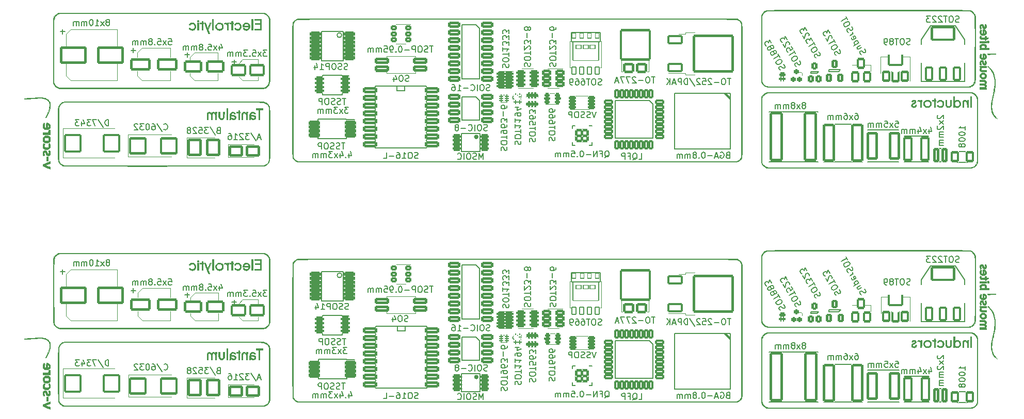
<source format=gbr>
G04 #@! TF.GenerationSoftware,KiCad,Pcbnew,8.0.2*
G04 #@! TF.CreationDate,2024-05-25T09:30:27+01:00*
G04 #@! TF.ProjectId,ruler,72756c65-722e-46b6-9963-61645f706362,rev?*
G04 #@! TF.SameCoordinates,Original*
G04 #@! TF.FileFunction,Legend,Bot*
G04 #@! TF.FilePolarity,Positive*
%FSLAX45Y45*%
G04 Gerber Fmt 4.5, Leading zero omitted, Abs format (unit mm)*
G04 Created by KiCad (PCBNEW 8.0.2) date 2024-05-25 09:30:27*
%MOMM*%
%LPD*%
G01*
G04 APERTURE LIST*
G04 Aperture macros list*
%AMRoundRect*
0 Rectangle with rounded corners*
0 $1 Rounding radius*
0 $2 $3 $4 $5 $6 $7 $8 $9 X,Y pos of 4 corners*
0 Add a 4 corners polygon primitive as box body*
4,1,4,$2,$3,$4,$5,$6,$7,$8,$9,$2,$3,0*
0 Add four circle primitives for the rounded corners*
1,1,$1+$1,$2,$3*
1,1,$1+$1,$4,$5*
1,1,$1+$1,$6,$7*
1,1,$1+$1,$8,$9*
0 Add four rect primitives between the rounded corners*
20,1,$1+$1,$2,$3,$4,$5,0*
20,1,$1+$1,$4,$5,$6,$7,0*
20,1,$1+$1,$6,$7,$8,$9,0*
20,1,$1+$1,$8,$9,$2,$3,0*%
%AMFreePoly0*
4,1,21,1.186777,0.680194,1.256366,0.624698,1.294986,0.544504,1.294986,0.455496,1.263846,0.385308,0.563846,-0.614692,0.497857,-0.674425,0.412486,-0.699610,0.400000,-0.700000,-0.400000,-0.700000,-0.486777,-0.680194,-0.556366,-0.624698,-0.563846,-0.614692,-1.263846,0.385308,-1.297384,0.467756,-1.291827,0.556591,-1.248276,0.634217,-1.175358,0.685260,-1.100000,0.700000,1.100000,0.700000,
1.186777,0.680194,1.186777,0.680194,$1*%
%AMFreePoly1*
4,1,21,1.186777,0.605194,1.256366,0.549698,1.294986,0.469504,1.294986,0.380496,1.263394,0.309663,0.663394,-0.540337,0.597170,-0.599809,0.511700,-0.624657,0.500000,-0.625000,-0.500000,-0.625000,-0.586777,-0.605194,-0.656366,-0.549698,-0.663394,-0.540337,-1.263394,0.309663,-1.297255,0.391979,-1.292048,0.480835,-1.248803,0.558632,-1.176086,0.609962,-1.100000,0.625000,1.100000,0.625000,
1.186777,0.605194,1.186777,0.605194,$1*%
%AMFreePoly2*
4,1,21,0.263552,0.268584,0.333141,0.213088,0.371761,0.132894,0.371761,0.043886,0.333141,-0.036308,0.318200,-0.053027,0.141430,-0.229807,0.066066,-0.277165,0.000005,-0.288390,-0.000005,-0.288390,-0.086783,-0.268584,-0.141430,-0.229807,-0.318200,-0.053027,-0.365554,0.022340,-0.375517,0.110789,-0.346117,0.194801,-0.283177,0.257738,-0.199162,0.287133,-0.176775,0.288390,0.176775,0.288390,
0.263552,0.268584,0.263552,0.268584,$1*%
%AMFreePoly3*
4,1,21,0.214056,0.243834,0.283645,0.188338,0.322265,0.108144,0.322265,0.019136,0.283645,-0.061058,0.268701,-0.077780,0.141423,-0.205060,0.066058,-0.252416,0.000001,-0.263640,-0.000001,-0.263640,-0.086778,-0.243834,-0.141423,-0.205060,-0.268701,-0.077780,-0.316056,-0.002414,-0.326021,0.086034,-0.296623,0.170048,-0.233685,0.232986,-0.149670,0.262383,-0.127279,0.263640,0.127279,0.263640,
0.214056,0.243834,0.214056,0.243834,$1*%
G04 Aperture macros list end*
%ADD10C,0.150000*%
%ADD11C,0.010000*%
%ADD12C,0.120000*%
%ADD13C,0.203200*%
%ADD14C,0.100000*%
%ADD15C,0.127000*%
%ADD16C,0.300000*%
%ADD17C,0.900000*%
%ADD18RoundRect,0.200000X0.800000X2.950000X-0.800000X2.950000X-0.800000X-2.950000X0.800000X-2.950000X0*%
%ADD19RoundRect,0.200000X0.750000X2.100000X-0.750000X2.100000X-0.750000X-2.100000X0.750000X-2.100000X0*%
%ADD20RoundRect,0.200000X0.600000X1.850000X-0.600000X1.850000X-0.600000X-1.850000X0.600000X-1.850000X0*%
%ADD21RoundRect,0.200000X-0.952500X0.317500X-0.952500X-0.317500X0.952500X-0.317500X0.952500X0.317500X0*%
%ADD22RoundRect,0.200000X0.550000X0.200000X-0.550000X0.200000X-0.550000X-0.200000X0.550000X-0.200000X0*%
%ADD23C,0.900380*%
%ADD24O,1.150000X0.700000*%
%ADD25O,0.700000X1.150000*%
%ADD26RoundRect,0.200000X0.450000X0.450000X-0.450000X0.450000X-0.450000X-0.450000X0.450000X-0.450000X0*%
%ADD27RoundRect,0.200000X1.300000X0.800000X-1.300000X0.800000X-1.300000X-0.800000X1.300000X-0.800000X0*%
%ADD28RoundRect,0.200000X-0.975000X-1.250000X0.975000X-1.250000X0.975000X1.250000X-0.975000X1.250000X0*%
%ADD29RoundRect,0.200000X-0.325000X-1.000000X0.325000X-1.000000X0.325000X1.000000X-0.325000X1.000000X0*%
%ADD30RoundRect,0.200000X-1.275000X-1.350000X1.275000X-1.350000X1.275000X1.350000X-1.275000X1.350000X0*%
%ADD31RoundRect,0.200000X0.500000X0.750000X-0.500000X0.750000X-0.500000X-0.750000X0.500000X-0.750000X0*%
%ADD32RoundRect,0.200000X0.500000X0.900000X-0.500000X0.900000X-0.500000X-0.900000X0.500000X-0.900000X0*%
%ADD33FreePoly0,0.000000*%
%ADD34RoundRect,0.200000X1.100000X0.920000X-1.100000X0.920000X-1.100000X-0.920000X1.100000X-0.920000X0*%
%ADD35FreePoly1,180.000000*%
%ADD36RoundRect,0.200000X0.350000X0.200000X-0.350000X0.200000X-0.350000X-0.200000X0.350000X-0.200000X0*%
%ADD37RoundRect,0.200000X0.125000X0.200000X-0.125000X0.200000X-0.125000X-0.200000X0.125000X-0.200000X0*%
%ADD38RoundRect,0.200000X2.000000X1.250000X-2.000000X1.250000X-2.000000X-1.250000X2.000000X-1.250000X0*%
%ADD39RoundRect,0.200000X1.500000X0.800000X-1.500000X0.800000X-1.500000X-0.800000X1.500000X-0.800000X0*%
%ADD40RoundRect,0.200000X-1.100000X-0.800000X1.100000X-0.800000X1.100000X0.800000X-1.100000X0.800000X0*%
%ADD41RoundRect,0.200000X-0.900000X-3.850000X0.900000X-3.850000X0.900000X3.850000X-0.900000X3.850000X0*%
%ADD42RoundRect,0.200000X0.275000X-0.425000X0.275000X0.425000X-0.275000X0.425000X-0.275000X-0.425000X0*%
%ADD43RoundRect,0.200000X0.508000X1.016000X-0.508000X1.016000X-0.508000X-1.016000X0.508000X-1.016000X0*%
%ADD44RoundRect,0.200000X1.828800X1.016000X-1.828800X1.016000X-1.828800X-1.016000X1.828800X-1.016000X0*%
%ADD45RoundRect,0.200000X0.300000X-0.500000X0.300000X0.500000X-0.300000X0.500000X-0.300000X-0.500000X0*%
%ADD46RoundRect,0.200000X0.200000X0.255000X-0.200000X0.255000X-0.200000X-0.255000X0.200000X-0.255000X0*%
%ADD47RoundRect,0.200000X0.500000X-0.700000X0.500000X0.700000X-0.500000X0.700000X-0.500000X-0.700000X0*%
%ADD48RoundRect,0.200000X-1.275000X-1.250000X1.275000X-1.250000X1.275000X1.250000X-1.275000X1.250000X0*%
%ADD49RoundRect,0.200000X-0.975000X-0.750000X0.975000X-0.750000X0.975000X0.750000X-0.975000X0.750000X0*%
%ADD50RoundRect,0.200000X0.350000X0.255000X-0.350000X0.255000X-0.350000X-0.255000X0.350000X-0.255000X0*%
%ADD51RoundRect,0.200000X-1.000000X-0.320000X1.000000X-0.320000X1.000000X0.320000X-1.000000X0.320000X0*%
%ADD52RoundRect,0.200000X0.700000X0.635000X-0.700000X0.635000X-0.700000X-0.635000X0.700000X-0.635000X0*%
%ADD53RoundRect,0.200000X2.360000X2.400000X-2.360000X2.400000X-2.360000X-2.400000X2.360000X-2.400000X0*%
%ADD54RoundRect,0.200000X0.250000X0.187500X-0.250000X0.187500X-0.250000X-0.187500X0.250000X-0.187500X0*%
%ADD55RoundRect,0.200000X0.325000X0.150000X-0.325000X0.150000X-0.325000X-0.150000X0.325000X-0.150000X0*%
%ADD56RoundRect,0.200000X-0.535000X0.150000X-0.535000X-0.150000X0.535000X-0.150000X0.535000X0.150000X0*%
%ADD57RoundRect,0.200000X-1.150000X0.150000X-1.150000X-0.150000X1.150000X-0.150000X1.150000X0.150000X0*%
%ADD58RoundRect,0.200000X0.530000X0.325000X-0.530000X0.325000X-0.530000X-0.325000X0.530000X-0.325000X0*%
%ADD59RoundRect,0.070000X0.350000X0.575000X-0.350000X0.575000X-0.350000X-0.575000X0.350000X-0.575000X0*%
%ADD60RoundRect,0.070000X0.450000X-0.300000X0.450000X0.300000X-0.450000X0.300000X-0.450000X-0.300000X0*%
%ADD61RoundRect,0.070000X2.100000X1.650000X-2.100000X1.650000X-2.100000X-1.650000X2.100000X-1.650000X0*%
%ADD62RoundRect,0.070000X2.350000X0.775000X-2.350000X0.775000X-2.350000X-0.775000X2.350000X-0.775000X0*%
%ADD63RoundRect,0.070000X0.300000X0.450000X-0.300000X0.450000X-0.300000X-0.450000X0.300000X-0.450000X0*%
%ADD64RoundRect,0.200000X-1.100000X-0.600000X1.100000X-0.600000X1.100000X0.600000X-1.100000X0.600000X0*%
%ADD65RoundRect,0.200000X-3.200000X-2.900000X3.200000X-2.900000X3.200000X2.900000X-3.200000X2.900000X0*%
%ADD66RoundRect,0.200000X0.100000X0.100000X-0.100000X0.100000X-0.100000X-0.100000X0.100000X-0.100000X0*%
%ADD67RoundRect,0.200000X-0.125000X0.110000X-0.125000X-0.110000X0.125000X-0.110000X0.125000X0.110000X0*%
%ADD68FreePoly2,225.000000*%
%ADD69FreePoly3,135.000000*%
%ADD70RoundRect,0.200000X-0.035000X0.090000X-0.035000X-0.090000X0.035000X-0.090000X0.035000X0.090000X0*%
%ADD71FreePoly3,45.000000*%
%ADD72FreePoly3,315.000000*%
%ADD73RoundRect,0.001000X0.000000X0.339411X-0.339411X0.000000X0.000000X-0.339411X0.339411X0.000000X0*%
%ADD74RoundRect,0.200000X0.775000X0.300000X-0.775000X0.300000X-0.775000X-0.300000X0.775000X-0.300000X0*%
%ADD75RoundRect,0.200000X0.725000X0.225000X-0.725000X0.225000X-0.725000X-0.225000X0.725000X-0.225000X0*%
%ADD76RoundRect,0.200000X-0.510540X0.204470X-0.510540X-0.204470X0.510540X-0.204470X0.510540X0.204470X0*%
%ADD77RoundRect,0.200000X-0.200000X-0.275000X0.200000X-0.275000X0.200000X0.275000X-0.200000X0.275000X0*%
%ADD78RoundRect,0.200000X-0.530000X-0.200000X0.530000X-0.200000X0.530000X0.200000X-0.530000X0.200000X0*%
%ADD79RoundRect,0.200000X0.400000X-0.150000X0.400000X0.150000X-0.400000X0.150000X-0.400000X-0.150000X0*%
%ADD80RoundRect,0.200000X0.600000X0.250000X-0.600000X0.250000X-0.600000X-0.250000X0.600000X-0.250000X0*%
%ADD81RoundRect,0.200000X0.250000X0.600000X-0.250000X0.600000X-0.250000X-0.600000X0.250000X-0.600000X0*%
%ADD82RoundRect,0.200000X-0.698500X0.215900X-0.698500X-0.215900X0.698500X-0.215900X0.698500X0.215900X0*%
%ADD83RoundRect,0.200000X1.000000X0.320000X-1.000000X0.320000X-1.000000X-0.320000X1.000000X-0.320000X0*%
G04 APERTURE END LIST*
D10*
X11757362Y-10927382D02*
X11695457Y-10927382D01*
X11695457Y-10927382D02*
X11728790Y-10965477D01*
X11728790Y-10965477D02*
X11714505Y-10965477D01*
X11714505Y-10965477D02*
X11704981Y-10970239D01*
X11704981Y-10970239D02*
X11700219Y-10975001D01*
X11700219Y-10975001D02*
X11695457Y-10984525D01*
X11695457Y-10984525D02*
X11695457Y-11008334D01*
X11695457Y-11008334D02*
X11700219Y-11017858D01*
X11700219Y-11017858D02*
X11704981Y-11022620D01*
X11704981Y-11022620D02*
X11714505Y-11027382D01*
X11714505Y-11027382D02*
X11743076Y-11027382D01*
X11743076Y-11027382D02*
X11752600Y-11022620D01*
X11752600Y-11022620D02*
X11757362Y-11017858D01*
X11662124Y-11027382D02*
X11609743Y-10960715D01*
X11662124Y-10960715D02*
X11609743Y-11027382D01*
X11581171Y-10927382D02*
X11519267Y-10927382D01*
X11519267Y-10927382D02*
X11552600Y-10965477D01*
X11552600Y-10965477D02*
X11538314Y-10965477D01*
X11538314Y-10965477D02*
X11528790Y-10970239D01*
X11528790Y-10970239D02*
X11524028Y-10975001D01*
X11524028Y-10975001D02*
X11519267Y-10984525D01*
X11519267Y-10984525D02*
X11519267Y-11008334D01*
X11519267Y-11008334D02*
X11524028Y-11017858D01*
X11524028Y-11017858D02*
X11528790Y-11022620D01*
X11528790Y-11022620D02*
X11538314Y-11027382D01*
X11538314Y-11027382D02*
X11566886Y-11027382D01*
X11566886Y-11027382D02*
X11576409Y-11022620D01*
X11576409Y-11022620D02*
X11581171Y-11017858D01*
X11476409Y-11027382D02*
X11476409Y-10960715D01*
X11476409Y-10970239D02*
X11471647Y-10965477D01*
X11471647Y-10965477D02*
X11462124Y-10960715D01*
X11462124Y-10960715D02*
X11447838Y-10960715D01*
X11447838Y-10960715D02*
X11438314Y-10965477D01*
X11438314Y-10965477D02*
X11433552Y-10975001D01*
X11433552Y-10975001D02*
X11433552Y-11027382D01*
X11433552Y-10975001D02*
X11428790Y-10965477D01*
X11428790Y-10965477D02*
X11419267Y-10960715D01*
X11419267Y-10960715D02*
X11404981Y-10960715D01*
X11404981Y-10960715D02*
X11395457Y-10965477D01*
X11395457Y-10965477D02*
X11390695Y-10975001D01*
X11390695Y-10975001D02*
X11390695Y-11027382D01*
X11343076Y-11027382D02*
X11343076Y-10960715D01*
X11343076Y-10970239D02*
X11338314Y-10965477D01*
X11338314Y-10965477D02*
X11328790Y-10960715D01*
X11328790Y-10960715D02*
X11314505Y-10960715D01*
X11314505Y-10960715D02*
X11304981Y-10965477D01*
X11304981Y-10965477D02*
X11300219Y-10975001D01*
X11300219Y-10975001D02*
X11300219Y-11027382D01*
X11300219Y-10975001D02*
X11295457Y-10965477D01*
X11295457Y-10965477D02*
X11285933Y-10960715D01*
X11285933Y-10960715D02*
X11271648Y-10960715D01*
X11271648Y-10960715D02*
X11262124Y-10965477D01*
X11262124Y-10965477D02*
X11257362Y-10975001D01*
X11257362Y-10975001D02*
X11257362Y-11027382D01*
X11734362Y-14877382D02*
X11672457Y-14877382D01*
X11672457Y-14877382D02*
X11705790Y-14915477D01*
X11705790Y-14915477D02*
X11691505Y-14915477D01*
X11691505Y-14915477D02*
X11681981Y-14920239D01*
X11681981Y-14920239D02*
X11677219Y-14925001D01*
X11677219Y-14925001D02*
X11672457Y-14934525D01*
X11672457Y-14934525D02*
X11672457Y-14958334D01*
X11672457Y-14958334D02*
X11677219Y-14967858D01*
X11677219Y-14967858D02*
X11681981Y-14972620D01*
X11681981Y-14972620D02*
X11691505Y-14977382D01*
X11691505Y-14977382D02*
X11720076Y-14977382D01*
X11720076Y-14977382D02*
X11729600Y-14972620D01*
X11729600Y-14972620D02*
X11734362Y-14967858D01*
X11639124Y-14977382D02*
X11586743Y-14910715D01*
X11639124Y-14910715D02*
X11586743Y-14977382D01*
X11558171Y-14877382D02*
X11496267Y-14877382D01*
X11496267Y-14877382D02*
X11529600Y-14915477D01*
X11529600Y-14915477D02*
X11515314Y-14915477D01*
X11515314Y-14915477D02*
X11505790Y-14920239D01*
X11505790Y-14920239D02*
X11501028Y-14925001D01*
X11501028Y-14925001D02*
X11496267Y-14934525D01*
X11496267Y-14934525D02*
X11496267Y-14958334D01*
X11496267Y-14958334D02*
X11501028Y-14967858D01*
X11501028Y-14967858D02*
X11505790Y-14972620D01*
X11505790Y-14972620D02*
X11515314Y-14977382D01*
X11515314Y-14977382D02*
X11543886Y-14977382D01*
X11543886Y-14977382D02*
X11553409Y-14972620D01*
X11553409Y-14972620D02*
X11558171Y-14967858D01*
X11453409Y-14977382D02*
X11453409Y-14910715D01*
X11453409Y-14920239D02*
X11448647Y-14915477D01*
X11448647Y-14915477D02*
X11439124Y-14910715D01*
X11439124Y-14910715D02*
X11424838Y-14910715D01*
X11424838Y-14910715D02*
X11415314Y-14915477D01*
X11415314Y-14915477D02*
X11410552Y-14925001D01*
X11410552Y-14925001D02*
X11410552Y-14977382D01*
X11410552Y-14925001D02*
X11405790Y-14915477D01*
X11405790Y-14915477D02*
X11396267Y-14910715D01*
X11396267Y-14910715D02*
X11381981Y-14910715D01*
X11381981Y-14910715D02*
X11372457Y-14915477D01*
X11372457Y-14915477D02*
X11367695Y-14925001D01*
X11367695Y-14925001D02*
X11367695Y-14977382D01*
X11320076Y-14977382D02*
X11320076Y-14910715D01*
X11320076Y-14920239D02*
X11315314Y-14915477D01*
X11315314Y-14915477D02*
X11305790Y-14910715D01*
X11305790Y-14910715D02*
X11291505Y-14910715D01*
X11291505Y-14910715D02*
X11281981Y-14915477D01*
X11281981Y-14915477D02*
X11277219Y-14925001D01*
X11277219Y-14925001D02*
X11277219Y-14977382D01*
X11277219Y-14925001D02*
X11272457Y-14915477D01*
X11272457Y-14915477D02*
X11262933Y-14910715D01*
X11262933Y-14910715D02*
X11248648Y-14910715D01*
X11248648Y-14910715D02*
X11239124Y-14915477D01*
X11239124Y-14915477D02*
X11234362Y-14925001D01*
X11234362Y-14925001D02*
X11234362Y-14977382D01*
X11765009Y-15635515D02*
X11765009Y-15702182D01*
X11788819Y-15597420D02*
X11812628Y-15668848D01*
X11812628Y-15668848D02*
X11750724Y-15668848D01*
X11712628Y-15692658D02*
X11707866Y-15697420D01*
X11707866Y-15697420D02*
X11712628Y-15702182D01*
X11712628Y-15702182D02*
X11717390Y-15697420D01*
X11717390Y-15697420D02*
X11712628Y-15692658D01*
X11712628Y-15692658D02*
X11712628Y-15702182D01*
X11622152Y-15635515D02*
X11622152Y-15702182D01*
X11645962Y-15597420D02*
X11669771Y-15668848D01*
X11669771Y-15668848D02*
X11607867Y-15668848D01*
X11579295Y-15702182D02*
X11526914Y-15635515D01*
X11579295Y-15635515D02*
X11526914Y-15702182D01*
X11498343Y-15602182D02*
X11436438Y-15602182D01*
X11436438Y-15602182D02*
X11469771Y-15640277D01*
X11469771Y-15640277D02*
X11455486Y-15640277D01*
X11455486Y-15640277D02*
X11445962Y-15645039D01*
X11445962Y-15645039D02*
X11441200Y-15649801D01*
X11441200Y-15649801D02*
X11436438Y-15659325D01*
X11436438Y-15659325D02*
X11436438Y-15683134D01*
X11436438Y-15683134D02*
X11441200Y-15692658D01*
X11441200Y-15692658D02*
X11445962Y-15697420D01*
X11445962Y-15697420D02*
X11455486Y-15702182D01*
X11455486Y-15702182D02*
X11484057Y-15702182D01*
X11484057Y-15702182D02*
X11493581Y-15697420D01*
X11493581Y-15697420D02*
X11498343Y-15692658D01*
X11393581Y-15702182D02*
X11393581Y-15635515D01*
X11393581Y-15645039D02*
X11388819Y-15640277D01*
X11388819Y-15640277D02*
X11379295Y-15635515D01*
X11379295Y-15635515D02*
X11365009Y-15635515D01*
X11365009Y-15635515D02*
X11355486Y-15640277D01*
X11355486Y-15640277D02*
X11350724Y-15649801D01*
X11350724Y-15649801D02*
X11350724Y-15702182D01*
X11350724Y-15649801D02*
X11345962Y-15640277D01*
X11345962Y-15640277D02*
X11336438Y-15635515D01*
X11336438Y-15635515D02*
X11322152Y-15635515D01*
X11322152Y-15635515D02*
X11312628Y-15640277D01*
X11312628Y-15640277D02*
X11307866Y-15649801D01*
X11307866Y-15649801D02*
X11307866Y-15702182D01*
X11260247Y-15702182D02*
X11260247Y-15635515D01*
X11260247Y-15645039D02*
X11255486Y-15640277D01*
X11255486Y-15640277D02*
X11245962Y-15635515D01*
X11245962Y-15635515D02*
X11231676Y-15635515D01*
X11231676Y-15635515D02*
X11222152Y-15640277D01*
X11222152Y-15640277D02*
X11217390Y-15649801D01*
X11217390Y-15649801D02*
X11217390Y-15702182D01*
X11217390Y-15649801D02*
X11212628Y-15640277D01*
X11212628Y-15640277D02*
X11203105Y-15635515D01*
X11203105Y-15635515D02*
X11188819Y-15635515D01*
X11188819Y-15635515D02*
X11179295Y-15640277D01*
X11179295Y-15640277D02*
X11174533Y-15649801D01*
X11174533Y-15649801D02*
X11174533Y-15702182D01*
X11764009Y-11690115D02*
X11764009Y-11756782D01*
X11787819Y-11652020D02*
X11811628Y-11723448D01*
X11811628Y-11723448D02*
X11749724Y-11723448D01*
X11711628Y-11747258D02*
X11706866Y-11752020D01*
X11706866Y-11752020D02*
X11711628Y-11756782D01*
X11711628Y-11756782D02*
X11716390Y-11752020D01*
X11716390Y-11752020D02*
X11711628Y-11747258D01*
X11711628Y-11747258D02*
X11711628Y-11756782D01*
X11621152Y-11690115D02*
X11621152Y-11756782D01*
X11644962Y-11652020D02*
X11668771Y-11723448D01*
X11668771Y-11723448D02*
X11606867Y-11723448D01*
X11578295Y-11756782D02*
X11525914Y-11690115D01*
X11578295Y-11690115D02*
X11525914Y-11756782D01*
X11497343Y-11656782D02*
X11435438Y-11656782D01*
X11435438Y-11656782D02*
X11468771Y-11694877D01*
X11468771Y-11694877D02*
X11454486Y-11694877D01*
X11454486Y-11694877D02*
X11444962Y-11699639D01*
X11444962Y-11699639D02*
X11440200Y-11704401D01*
X11440200Y-11704401D02*
X11435438Y-11713925D01*
X11435438Y-11713925D02*
X11435438Y-11737734D01*
X11435438Y-11737734D02*
X11440200Y-11747258D01*
X11440200Y-11747258D02*
X11444962Y-11752020D01*
X11444962Y-11752020D02*
X11454486Y-11756782D01*
X11454486Y-11756782D02*
X11483057Y-11756782D01*
X11483057Y-11756782D02*
X11492581Y-11752020D01*
X11492581Y-11752020D02*
X11497343Y-11747258D01*
X11392581Y-11756782D02*
X11392581Y-11690115D01*
X11392581Y-11699639D02*
X11387819Y-11694877D01*
X11387819Y-11694877D02*
X11378295Y-11690115D01*
X11378295Y-11690115D02*
X11364009Y-11690115D01*
X11364009Y-11690115D02*
X11354486Y-11694877D01*
X11354486Y-11694877D02*
X11349724Y-11704401D01*
X11349724Y-11704401D02*
X11349724Y-11756782D01*
X11349724Y-11704401D02*
X11344962Y-11694877D01*
X11344962Y-11694877D02*
X11335438Y-11690115D01*
X11335438Y-11690115D02*
X11321152Y-11690115D01*
X11321152Y-11690115D02*
X11311628Y-11694877D01*
X11311628Y-11694877D02*
X11306866Y-11704401D01*
X11306866Y-11704401D02*
X11306866Y-11756782D01*
X11259247Y-11756782D02*
X11259247Y-11690115D01*
X11259247Y-11699639D02*
X11254486Y-11694877D01*
X11254486Y-11694877D02*
X11244962Y-11690115D01*
X11244962Y-11690115D02*
X11230676Y-11690115D01*
X11230676Y-11690115D02*
X11221152Y-11694877D01*
X11221152Y-11694877D02*
X11216390Y-11704401D01*
X11216390Y-11704401D02*
X11216390Y-11756782D01*
X11216390Y-11704401D02*
X11211628Y-11694877D01*
X11211628Y-11694877D02*
X11202105Y-11690115D01*
X11202105Y-11690115D02*
X11187819Y-11690115D01*
X11187819Y-11690115D02*
X11178295Y-11694877D01*
X11178295Y-11694877D02*
X11173533Y-11704401D01*
X11173533Y-11704401D02*
X11173533Y-11756782D01*
X20072981Y-11028682D02*
X20092029Y-11028682D01*
X20092029Y-11028682D02*
X20101552Y-11033444D01*
X20101552Y-11033444D02*
X20106314Y-11038206D01*
X20106314Y-11038206D02*
X20115838Y-11052491D01*
X20115838Y-11052491D02*
X20120600Y-11071539D01*
X20120600Y-11071539D02*
X20120600Y-11109634D01*
X20120600Y-11109634D02*
X20115838Y-11119158D01*
X20115838Y-11119158D02*
X20111076Y-11123920D01*
X20111076Y-11123920D02*
X20101552Y-11128682D01*
X20101552Y-11128682D02*
X20082505Y-11128682D01*
X20082505Y-11128682D02*
X20072981Y-11123920D01*
X20072981Y-11123920D02*
X20068219Y-11119158D01*
X20068219Y-11119158D02*
X20063457Y-11109634D01*
X20063457Y-11109634D02*
X20063457Y-11085825D01*
X20063457Y-11085825D02*
X20068219Y-11076301D01*
X20068219Y-11076301D02*
X20072981Y-11071539D01*
X20072981Y-11071539D02*
X20082505Y-11066777D01*
X20082505Y-11066777D02*
X20101552Y-11066777D01*
X20101552Y-11066777D02*
X20111076Y-11071539D01*
X20111076Y-11071539D02*
X20115838Y-11076301D01*
X20115838Y-11076301D02*
X20120600Y-11085825D01*
X20030124Y-11128682D02*
X19977743Y-11062015D01*
X20030124Y-11062015D02*
X19977743Y-11128682D01*
X19896790Y-11028682D02*
X19915838Y-11028682D01*
X19915838Y-11028682D02*
X19925362Y-11033444D01*
X19925362Y-11033444D02*
X19930124Y-11038206D01*
X19930124Y-11038206D02*
X19939648Y-11052491D01*
X19939648Y-11052491D02*
X19944409Y-11071539D01*
X19944409Y-11071539D02*
X19944409Y-11109634D01*
X19944409Y-11109634D02*
X19939648Y-11119158D01*
X19939648Y-11119158D02*
X19934886Y-11123920D01*
X19934886Y-11123920D02*
X19925362Y-11128682D01*
X19925362Y-11128682D02*
X19906314Y-11128682D01*
X19906314Y-11128682D02*
X19896790Y-11123920D01*
X19896790Y-11123920D02*
X19892029Y-11119158D01*
X19892029Y-11119158D02*
X19887267Y-11109634D01*
X19887267Y-11109634D02*
X19887267Y-11085825D01*
X19887267Y-11085825D02*
X19892029Y-11076301D01*
X19892029Y-11076301D02*
X19896790Y-11071539D01*
X19896790Y-11071539D02*
X19906314Y-11066777D01*
X19906314Y-11066777D02*
X19925362Y-11066777D01*
X19925362Y-11066777D02*
X19934886Y-11071539D01*
X19934886Y-11071539D02*
X19939648Y-11076301D01*
X19939648Y-11076301D02*
X19944409Y-11085825D01*
X19844409Y-11128682D02*
X19844409Y-11062015D01*
X19844409Y-11071539D02*
X19839648Y-11066777D01*
X19839648Y-11066777D02*
X19830124Y-11062015D01*
X19830124Y-11062015D02*
X19815838Y-11062015D01*
X19815838Y-11062015D02*
X19806314Y-11066777D01*
X19806314Y-11066777D02*
X19801552Y-11076301D01*
X19801552Y-11076301D02*
X19801552Y-11128682D01*
X19801552Y-11076301D02*
X19796790Y-11066777D01*
X19796790Y-11066777D02*
X19787267Y-11062015D01*
X19787267Y-11062015D02*
X19772981Y-11062015D01*
X19772981Y-11062015D02*
X19763457Y-11066777D01*
X19763457Y-11066777D02*
X19758695Y-11076301D01*
X19758695Y-11076301D02*
X19758695Y-11128682D01*
X19711076Y-11128682D02*
X19711076Y-11062015D01*
X19711076Y-11071539D02*
X19706314Y-11066777D01*
X19706314Y-11066777D02*
X19696790Y-11062015D01*
X19696790Y-11062015D02*
X19682505Y-11062015D01*
X19682505Y-11062015D02*
X19672981Y-11066777D01*
X19672981Y-11066777D02*
X19668219Y-11076301D01*
X19668219Y-11076301D02*
X19668219Y-11128682D01*
X19668219Y-11076301D02*
X19663457Y-11066777D01*
X19663457Y-11066777D02*
X19653933Y-11062015D01*
X19653933Y-11062015D02*
X19639648Y-11062015D01*
X19639648Y-11062015D02*
X19630124Y-11066777D01*
X19630124Y-11066777D02*
X19625362Y-11076301D01*
X19625362Y-11076301D02*
X19625362Y-11128682D01*
X20728619Y-11155682D02*
X20776238Y-11155682D01*
X20776238Y-11155682D02*
X20781000Y-11203301D01*
X20781000Y-11203301D02*
X20776238Y-11198539D01*
X20776238Y-11198539D02*
X20766714Y-11193777D01*
X20766714Y-11193777D02*
X20742905Y-11193777D01*
X20742905Y-11193777D02*
X20733381Y-11198539D01*
X20733381Y-11198539D02*
X20728619Y-11203301D01*
X20728619Y-11203301D02*
X20723857Y-11212825D01*
X20723857Y-11212825D02*
X20723857Y-11236634D01*
X20723857Y-11236634D02*
X20728619Y-11246158D01*
X20728619Y-11246158D02*
X20733381Y-11250920D01*
X20733381Y-11250920D02*
X20742905Y-11255682D01*
X20742905Y-11255682D02*
X20766714Y-11255682D01*
X20766714Y-11255682D02*
X20776238Y-11250920D01*
X20776238Y-11250920D02*
X20781000Y-11246158D01*
X20690524Y-11255682D02*
X20638143Y-11189015D01*
X20690524Y-11189015D02*
X20638143Y-11255682D01*
X20552429Y-11155682D02*
X20600048Y-11155682D01*
X20600048Y-11155682D02*
X20604809Y-11203301D01*
X20604809Y-11203301D02*
X20600048Y-11198539D01*
X20600048Y-11198539D02*
X20590524Y-11193777D01*
X20590524Y-11193777D02*
X20566714Y-11193777D01*
X20566714Y-11193777D02*
X20557190Y-11198539D01*
X20557190Y-11198539D02*
X20552429Y-11203301D01*
X20552429Y-11203301D02*
X20547667Y-11212825D01*
X20547667Y-11212825D02*
X20547667Y-11236634D01*
X20547667Y-11236634D02*
X20552429Y-11246158D01*
X20552429Y-11246158D02*
X20557190Y-11250920D01*
X20557190Y-11250920D02*
X20566714Y-11255682D01*
X20566714Y-11255682D02*
X20590524Y-11255682D01*
X20590524Y-11255682D02*
X20600048Y-11250920D01*
X20600048Y-11250920D02*
X20604809Y-11246158D01*
X20504809Y-11255682D02*
X20504809Y-11189015D01*
X20504809Y-11198539D02*
X20500048Y-11193777D01*
X20500048Y-11193777D02*
X20490524Y-11189015D01*
X20490524Y-11189015D02*
X20476238Y-11189015D01*
X20476238Y-11189015D02*
X20466714Y-11193777D01*
X20466714Y-11193777D02*
X20461952Y-11203301D01*
X20461952Y-11203301D02*
X20461952Y-11255682D01*
X20461952Y-11203301D02*
X20457190Y-11193777D01*
X20457190Y-11193777D02*
X20447667Y-11189015D01*
X20447667Y-11189015D02*
X20433381Y-11189015D01*
X20433381Y-11189015D02*
X20423857Y-11193777D01*
X20423857Y-11193777D02*
X20419095Y-11203301D01*
X20419095Y-11203301D02*
X20419095Y-11255682D01*
X20371476Y-11255682D02*
X20371476Y-11189015D01*
X20371476Y-11198539D02*
X20366714Y-11193777D01*
X20366714Y-11193777D02*
X20357190Y-11189015D01*
X20357190Y-11189015D02*
X20342905Y-11189015D01*
X20342905Y-11189015D02*
X20333381Y-11193777D01*
X20333381Y-11193777D02*
X20328619Y-11203301D01*
X20328619Y-11203301D02*
X20328619Y-11255682D01*
X20328619Y-11203301D02*
X20323857Y-11193777D01*
X20323857Y-11193777D02*
X20314333Y-11189015D01*
X20314333Y-11189015D02*
X20300048Y-11189015D01*
X20300048Y-11189015D02*
X20290524Y-11193777D01*
X20290524Y-11193777D02*
X20285762Y-11203301D01*
X20285762Y-11203301D02*
X20285762Y-11255682D01*
X21279781Y-11290615D02*
X21279781Y-11357282D01*
X21303590Y-11252520D02*
X21327400Y-11323948D01*
X21327400Y-11323948D02*
X21265495Y-11323948D01*
X21236924Y-11357282D02*
X21184543Y-11290615D01*
X21236924Y-11290615D02*
X21184543Y-11357282D01*
X21103590Y-11290615D02*
X21103590Y-11357282D01*
X21127400Y-11252520D02*
X21151209Y-11323948D01*
X21151209Y-11323948D02*
X21089305Y-11323948D01*
X21051209Y-11357282D02*
X21051209Y-11290615D01*
X21051209Y-11300139D02*
X21046448Y-11295377D01*
X21046448Y-11295377D02*
X21036924Y-11290615D01*
X21036924Y-11290615D02*
X21022638Y-11290615D01*
X21022638Y-11290615D02*
X21013114Y-11295377D01*
X21013114Y-11295377D02*
X21008352Y-11304901D01*
X21008352Y-11304901D02*
X21008352Y-11357282D01*
X21008352Y-11304901D02*
X21003590Y-11295377D01*
X21003590Y-11295377D02*
X20994067Y-11290615D01*
X20994067Y-11290615D02*
X20979781Y-11290615D01*
X20979781Y-11290615D02*
X20970257Y-11295377D01*
X20970257Y-11295377D02*
X20965495Y-11304901D01*
X20965495Y-11304901D02*
X20965495Y-11357282D01*
X20917876Y-11357282D02*
X20917876Y-11290615D01*
X20917876Y-11300139D02*
X20913114Y-11295377D01*
X20913114Y-11295377D02*
X20903590Y-11290615D01*
X20903590Y-11290615D02*
X20889305Y-11290615D01*
X20889305Y-11290615D02*
X20879781Y-11295377D01*
X20879781Y-11295377D02*
X20875019Y-11304901D01*
X20875019Y-11304901D02*
X20875019Y-11357282D01*
X20875019Y-11304901D02*
X20870257Y-11295377D01*
X20870257Y-11295377D02*
X20860733Y-11290615D01*
X20860733Y-11290615D02*
X20846448Y-11290615D01*
X20846448Y-11290615D02*
X20836924Y-11295377D01*
X20836924Y-11295377D02*
X20832162Y-11304901D01*
X20832162Y-11304901D02*
X20832162Y-11357282D01*
X12898271Y-11766620D02*
X12883986Y-11771382D01*
X12883986Y-11771382D02*
X12860176Y-11771382D01*
X12860176Y-11771382D02*
X12850652Y-11766620D01*
X12850652Y-11766620D02*
X12845890Y-11761858D01*
X12845890Y-11761858D02*
X12841128Y-11752334D01*
X12841128Y-11752334D02*
X12841128Y-11742810D01*
X12841128Y-11742810D02*
X12845890Y-11733287D01*
X12845890Y-11733287D02*
X12850652Y-11728525D01*
X12850652Y-11728525D02*
X12860176Y-11723763D01*
X12860176Y-11723763D02*
X12879224Y-11719001D01*
X12879224Y-11719001D02*
X12888747Y-11714239D01*
X12888747Y-11714239D02*
X12893509Y-11709477D01*
X12893509Y-11709477D02*
X12898271Y-11699953D01*
X12898271Y-11699953D02*
X12898271Y-11690429D01*
X12898271Y-11690429D02*
X12893509Y-11680906D01*
X12893509Y-11680906D02*
X12888747Y-11676144D01*
X12888747Y-11676144D02*
X12879224Y-11671382D01*
X12879224Y-11671382D02*
X12855414Y-11671382D01*
X12855414Y-11671382D02*
X12841128Y-11676144D01*
X12779224Y-11671382D02*
X12760176Y-11671382D01*
X12760176Y-11671382D02*
X12750652Y-11676144D01*
X12750652Y-11676144D02*
X12741128Y-11685668D01*
X12741128Y-11685668D02*
X12736367Y-11704715D01*
X12736367Y-11704715D02*
X12736367Y-11738048D01*
X12736367Y-11738048D02*
X12741128Y-11757096D01*
X12741128Y-11757096D02*
X12750652Y-11766620D01*
X12750652Y-11766620D02*
X12760176Y-11771382D01*
X12760176Y-11771382D02*
X12779224Y-11771382D01*
X12779224Y-11771382D02*
X12788747Y-11766620D01*
X12788747Y-11766620D02*
X12798271Y-11757096D01*
X12798271Y-11757096D02*
X12803033Y-11738048D01*
X12803033Y-11738048D02*
X12803033Y-11704715D01*
X12803033Y-11704715D02*
X12798271Y-11685668D01*
X12798271Y-11685668D02*
X12788747Y-11676144D01*
X12788747Y-11676144D02*
X12779224Y-11671382D01*
X12641128Y-11771382D02*
X12698271Y-11771382D01*
X12669700Y-11771382D02*
X12669700Y-11671382D01*
X12669700Y-11671382D02*
X12679224Y-11685668D01*
X12679224Y-11685668D02*
X12688747Y-11695191D01*
X12688747Y-11695191D02*
X12698271Y-11699953D01*
X12555414Y-11671382D02*
X12574462Y-11671382D01*
X12574462Y-11671382D02*
X12583986Y-11676144D01*
X12583986Y-11676144D02*
X12588747Y-11680906D01*
X12588747Y-11680906D02*
X12598271Y-11695191D01*
X12598271Y-11695191D02*
X12603033Y-11714239D01*
X12603033Y-11714239D02*
X12603033Y-11752334D01*
X12603033Y-11752334D02*
X12598271Y-11761858D01*
X12598271Y-11761858D02*
X12593509Y-11766620D01*
X12593509Y-11766620D02*
X12583986Y-11771382D01*
X12583986Y-11771382D02*
X12564938Y-11771382D01*
X12564938Y-11771382D02*
X12555414Y-11766620D01*
X12555414Y-11766620D02*
X12550652Y-11761858D01*
X12550652Y-11761858D02*
X12545890Y-11752334D01*
X12545890Y-11752334D02*
X12545890Y-11728525D01*
X12545890Y-11728525D02*
X12550652Y-11719001D01*
X12550652Y-11719001D02*
X12555414Y-11714239D01*
X12555414Y-11714239D02*
X12564938Y-11709477D01*
X12564938Y-11709477D02*
X12583986Y-11709477D01*
X12583986Y-11709477D02*
X12593509Y-11714239D01*
X12593509Y-11714239D02*
X12598271Y-11719001D01*
X12598271Y-11719001D02*
X12603033Y-11728525D01*
X12503033Y-11733287D02*
X12426843Y-11733287D01*
X12331605Y-11771382D02*
X12379224Y-11771382D01*
X12379224Y-11771382D02*
X12379224Y-11671382D01*
X11714090Y-10782882D02*
X11656948Y-10782882D01*
X11685519Y-10882882D02*
X11685519Y-10782882D01*
X11628376Y-10878120D02*
X11614090Y-10882882D01*
X11614090Y-10882882D02*
X11590281Y-10882882D01*
X11590281Y-10882882D02*
X11580757Y-10878120D01*
X11580757Y-10878120D02*
X11575995Y-10873358D01*
X11575995Y-10873358D02*
X11571233Y-10863834D01*
X11571233Y-10863834D02*
X11571233Y-10854310D01*
X11571233Y-10854310D02*
X11575995Y-10844787D01*
X11575995Y-10844787D02*
X11580757Y-10840025D01*
X11580757Y-10840025D02*
X11590281Y-10835263D01*
X11590281Y-10835263D02*
X11609328Y-10830501D01*
X11609328Y-10830501D02*
X11618852Y-10825739D01*
X11618852Y-10825739D02*
X11623614Y-10820977D01*
X11623614Y-10820977D02*
X11628376Y-10811453D01*
X11628376Y-10811453D02*
X11628376Y-10801930D01*
X11628376Y-10801930D02*
X11623614Y-10792406D01*
X11623614Y-10792406D02*
X11618852Y-10787644D01*
X11618852Y-10787644D02*
X11609328Y-10782882D01*
X11609328Y-10782882D02*
X11585519Y-10782882D01*
X11585519Y-10782882D02*
X11571233Y-10787644D01*
X11533138Y-10878120D02*
X11518852Y-10882882D01*
X11518852Y-10882882D02*
X11495043Y-10882882D01*
X11495043Y-10882882D02*
X11485519Y-10878120D01*
X11485519Y-10878120D02*
X11480757Y-10873358D01*
X11480757Y-10873358D02*
X11475995Y-10863834D01*
X11475995Y-10863834D02*
X11475995Y-10854310D01*
X11475995Y-10854310D02*
X11480757Y-10844787D01*
X11480757Y-10844787D02*
X11485519Y-10840025D01*
X11485519Y-10840025D02*
X11495043Y-10835263D01*
X11495043Y-10835263D02*
X11514090Y-10830501D01*
X11514090Y-10830501D02*
X11523614Y-10825739D01*
X11523614Y-10825739D02*
X11528376Y-10820977D01*
X11528376Y-10820977D02*
X11533138Y-10811453D01*
X11533138Y-10811453D02*
X11533138Y-10801930D01*
X11533138Y-10801930D02*
X11528376Y-10792406D01*
X11528376Y-10792406D02*
X11523614Y-10787644D01*
X11523614Y-10787644D02*
X11514090Y-10782882D01*
X11514090Y-10782882D02*
X11490281Y-10782882D01*
X11490281Y-10782882D02*
X11475995Y-10787644D01*
X11414090Y-10782882D02*
X11395043Y-10782882D01*
X11395043Y-10782882D02*
X11385519Y-10787644D01*
X11385519Y-10787644D02*
X11375995Y-10797168D01*
X11375995Y-10797168D02*
X11371233Y-10816215D01*
X11371233Y-10816215D02*
X11371233Y-10849549D01*
X11371233Y-10849549D02*
X11375995Y-10868596D01*
X11375995Y-10868596D02*
X11385519Y-10878120D01*
X11385519Y-10878120D02*
X11395043Y-10882882D01*
X11395043Y-10882882D02*
X11414090Y-10882882D01*
X11414090Y-10882882D02*
X11423614Y-10878120D01*
X11423614Y-10878120D02*
X11433138Y-10868596D01*
X11433138Y-10868596D02*
X11437900Y-10849549D01*
X11437900Y-10849549D02*
X11437900Y-10816215D01*
X11437900Y-10816215D02*
X11433138Y-10797168D01*
X11433138Y-10797168D02*
X11423614Y-10787644D01*
X11423614Y-10787644D02*
X11414090Y-10782882D01*
X11328376Y-10882882D02*
X11328376Y-10782882D01*
X11328376Y-10782882D02*
X11290281Y-10782882D01*
X11290281Y-10782882D02*
X11280757Y-10787644D01*
X11280757Y-10787644D02*
X11275995Y-10792406D01*
X11275995Y-10792406D02*
X11271233Y-10801930D01*
X11271233Y-10801930D02*
X11271233Y-10816215D01*
X11271233Y-10816215D02*
X11275995Y-10825739D01*
X11275995Y-10825739D02*
X11280757Y-10830501D01*
X11280757Y-10830501D02*
X11290281Y-10835263D01*
X11290281Y-10835263D02*
X11328376Y-10835263D01*
X17980000Y-11714101D02*
X17965714Y-11718863D01*
X17965714Y-11718863D02*
X17960952Y-11723625D01*
X17960952Y-11723625D02*
X17956190Y-11733148D01*
X17956190Y-11733148D02*
X17956190Y-11747434D01*
X17956190Y-11747434D02*
X17960952Y-11756958D01*
X17960952Y-11756958D02*
X17965714Y-11761720D01*
X17965714Y-11761720D02*
X17975238Y-11766482D01*
X17975238Y-11766482D02*
X18013333Y-11766482D01*
X18013333Y-11766482D02*
X18013333Y-11666482D01*
X18013333Y-11666482D02*
X17980000Y-11666482D01*
X17980000Y-11666482D02*
X17970476Y-11671244D01*
X17970476Y-11671244D02*
X17965714Y-11676006D01*
X17965714Y-11676006D02*
X17960952Y-11685529D01*
X17960952Y-11685529D02*
X17960952Y-11695053D01*
X17960952Y-11695053D02*
X17965714Y-11704577D01*
X17965714Y-11704577D02*
X17970476Y-11709339D01*
X17970476Y-11709339D02*
X17980000Y-11714101D01*
X17980000Y-11714101D02*
X18013333Y-11714101D01*
X17860952Y-11671244D02*
X17870476Y-11666482D01*
X17870476Y-11666482D02*
X17884762Y-11666482D01*
X17884762Y-11666482D02*
X17899048Y-11671244D01*
X17899048Y-11671244D02*
X17908571Y-11680768D01*
X17908571Y-11680768D02*
X17913333Y-11690291D01*
X17913333Y-11690291D02*
X17918095Y-11709339D01*
X17918095Y-11709339D02*
X17918095Y-11723625D01*
X17918095Y-11723625D02*
X17913333Y-11742672D01*
X17913333Y-11742672D02*
X17908571Y-11752196D01*
X17908571Y-11752196D02*
X17899048Y-11761720D01*
X17899048Y-11761720D02*
X17884762Y-11766482D01*
X17884762Y-11766482D02*
X17875238Y-11766482D01*
X17875238Y-11766482D02*
X17860952Y-11761720D01*
X17860952Y-11761720D02*
X17856190Y-11756958D01*
X17856190Y-11756958D02*
X17856190Y-11723625D01*
X17856190Y-11723625D02*
X17875238Y-11723625D01*
X17818095Y-11737910D02*
X17770476Y-11737910D01*
X17827619Y-11766482D02*
X17794286Y-11666482D01*
X17794286Y-11666482D02*
X17760952Y-11766482D01*
X17727619Y-11728387D02*
X17651429Y-11728387D01*
X17584762Y-11666482D02*
X17575238Y-11666482D01*
X17575238Y-11666482D02*
X17565714Y-11671244D01*
X17565714Y-11671244D02*
X17560952Y-11676006D01*
X17560952Y-11676006D02*
X17556190Y-11685529D01*
X17556190Y-11685529D02*
X17551429Y-11704577D01*
X17551429Y-11704577D02*
X17551429Y-11728387D01*
X17551429Y-11728387D02*
X17556190Y-11747434D01*
X17556190Y-11747434D02*
X17560952Y-11756958D01*
X17560952Y-11756958D02*
X17565714Y-11761720D01*
X17565714Y-11761720D02*
X17575238Y-11766482D01*
X17575238Y-11766482D02*
X17584762Y-11766482D01*
X17584762Y-11766482D02*
X17594286Y-11761720D01*
X17594286Y-11761720D02*
X17599048Y-11756958D01*
X17599048Y-11756958D02*
X17603809Y-11747434D01*
X17603809Y-11747434D02*
X17608571Y-11728387D01*
X17608571Y-11728387D02*
X17608571Y-11704577D01*
X17608571Y-11704577D02*
X17603809Y-11685529D01*
X17603809Y-11685529D02*
X17599048Y-11676006D01*
X17599048Y-11676006D02*
X17594286Y-11671244D01*
X17594286Y-11671244D02*
X17584762Y-11666482D01*
X17508571Y-11756958D02*
X17503809Y-11761720D01*
X17503809Y-11761720D02*
X17508571Y-11766482D01*
X17508571Y-11766482D02*
X17513333Y-11761720D01*
X17513333Y-11761720D02*
X17508571Y-11756958D01*
X17508571Y-11756958D02*
X17508571Y-11766482D01*
X17446667Y-11709339D02*
X17456190Y-11704577D01*
X17456190Y-11704577D02*
X17460952Y-11699815D01*
X17460952Y-11699815D02*
X17465714Y-11690291D01*
X17465714Y-11690291D02*
X17465714Y-11685529D01*
X17465714Y-11685529D02*
X17460952Y-11676006D01*
X17460952Y-11676006D02*
X17456190Y-11671244D01*
X17456190Y-11671244D02*
X17446667Y-11666482D01*
X17446667Y-11666482D02*
X17427619Y-11666482D01*
X17427619Y-11666482D02*
X17418095Y-11671244D01*
X17418095Y-11671244D02*
X17413333Y-11676006D01*
X17413333Y-11676006D02*
X17408571Y-11685529D01*
X17408571Y-11685529D02*
X17408571Y-11690291D01*
X17408571Y-11690291D02*
X17413333Y-11699815D01*
X17413333Y-11699815D02*
X17418095Y-11704577D01*
X17418095Y-11704577D02*
X17427619Y-11709339D01*
X17427619Y-11709339D02*
X17446667Y-11709339D01*
X17446667Y-11709339D02*
X17456190Y-11714101D01*
X17456190Y-11714101D02*
X17460952Y-11718863D01*
X17460952Y-11718863D02*
X17465714Y-11728387D01*
X17465714Y-11728387D02*
X17465714Y-11747434D01*
X17465714Y-11747434D02*
X17460952Y-11756958D01*
X17460952Y-11756958D02*
X17456190Y-11761720D01*
X17456190Y-11761720D02*
X17446667Y-11766482D01*
X17446667Y-11766482D02*
X17427619Y-11766482D01*
X17427619Y-11766482D02*
X17418095Y-11761720D01*
X17418095Y-11761720D02*
X17413333Y-11756958D01*
X17413333Y-11756958D02*
X17408571Y-11747434D01*
X17408571Y-11747434D02*
X17408571Y-11728387D01*
X17408571Y-11728387D02*
X17413333Y-11718863D01*
X17413333Y-11718863D02*
X17418095Y-11714101D01*
X17418095Y-11714101D02*
X17427619Y-11709339D01*
X17365714Y-11766482D02*
X17365714Y-11699815D01*
X17365714Y-11709339D02*
X17360952Y-11704577D01*
X17360952Y-11704577D02*
X17351429Y-11699815D01*
X17351429Y-11699815D02*
X17337143Y-11699815D01*
X17337143Y-11699815D02*
X17327619Y-11704577D01*
X17327619Y-11704577D02*
X17322857Y-11714101D01*
X17322857Y-11714101D02*
X17322857Y-11766482D01*
X17322857Y-11714101D02*
X17318095Y-11704577D01*
X17318095Y-11704577D02*
X17308571Y-11699815D01*
X17308571Y-11699815D02*
X17294286Y-11699815D01*
X17294286Y-11699815D02*
X17284762Y-11704577D01*
X17284762Y-11704577D02*
X17280000Y-11714101D01*
X17280000Y-11714101D02*
X17280000Y-11766482D01*
X17232381Y-11766482D02*
X17232381Y-11699815D01*
X17232381Y-11709339D02*
X17227619Y-11704577D01*
X17227619Y-11704577D02*
X17218095Y-11699815D01*
X17218095Y-11699815D02*
X17203810Y-11699815D01*
X17203810Y-11699815D02*
X17194286Y-11704577D01*
X17194286Y-11704577D02*
X17189524Y-11714101D01*
X17189524Y-11714101D02*
X17189524Y-11766482D01*
X17189524Y-11714101D02*
X17184762Y-11704577D01*
X17184762Y-11704577D02*
X17175238Y-11699815D01*
X17175238Y-11699815D02*
X17160952Y-11699815D01*
X17160952Y-11699815D02*
X17151429Y-11704577D01*
X17151429Y-11704577D02*
X17146667Y-11714101D01*
X17146667Y-11714101D02*
X17146667Y-11766482D01*
X15961128Y-11754906D02*
X15970652Y-11750144D01*
X15970652Y-11750144D02*
X15980176Y-11740620D01*
X15980176Y-11740620D02*
X15994462Y-11726334D01*
X15994462Y-11726334D02*
X16003986Y-11721572D01*
X16003986Y-11721572D02*
X16013509Y-11721572D01*
X16008747Y-11745382D02*
X16018271Y-11740620D01*
X16018271Y-11740620D02*
X16027795Y-11731096D01*
X16027795Y-11731096D02*
X16032557Y-11712048D01*
X16032557Y-11712048D02*
X16032557Y-11678715D01*
X16032557Y-11678715D02*
X16027795Y-11659668D01*
X16027795Y-11659668D02*
X16018271Y-11650144D01*
X16018271Y-11650144D02*
X16008747Y-11645382D01*
X16008747Y-11645382D02*
X15989700Y-11645382D01*
X15989700Y-11645382D02*
X15980176Y-11650144D01*
X15980176Y-11650144D02*
X15970652Y-11659668D01*
X15970652Y-11659668D02*
X15965890Y-11678715D01*
X15965890Y-11678715D02*
X15965890Y-11712048D01*
X15965890Y-11712048D02*
X15970652Y-11731096D01*
X15970652Y-11731096D02*
X15980176Y-11740620D01*
X15980176Y-11740620D02*
X15989700Y-11745382D01*
X15989700Y-11745382D02*
X16008747Y-11745382D01*
X15889700Y-11693001D02*
X15923033Y-11693001D01*
X15923033Y-11745382D02*
X15923033Y-11645382D01*
X15923033Y-11645382D02*
X15875414Y-11645382D01*
X15837319Y-11745382D02*
X15837319Y-11645382D01*
X15837319Y-11645382D02*
X15780176Y-11745382D01*
X15780176Y-11745382D02*
X15780176Y-11645382D01*
X15732557Y-11707287D02*
X15656367Y-11707287D01*
X15589700Y-11645382D02*
X15580176Y-11645382D01*
X15580176Y-11645382D02*
X15570652Y-11650144D01*
X15570652Y-11650144D02*
X15565890Y-11654906D01*
X15565890Y-11654906D02*
X15561128Y-11664429D01*
X15561128Y-11664429D02*
X15556367Y-11683477D01*
X15556367Y-11683477D02*
X15556367Y-11707287D01*
X15556367Y-11707287D02*
X15561128Y-11726334D01*
X15561128Y-11726334D02*
X15565890Y-11735858D01*
X15565890Y-11735858D02*
X15570652Y-11740620D01*
X15570652Y-11740620D02*
X15580176Y-11745382D01*
X15580176Y-11745382D02*
X15589700Y-11745382D01*
X15589700Y-11745382D02*
X15599224Y-11740620D01*
X15599224Y-11740620D02*
X15603986Y-11735858D01*
X15603986Y-11735858D02*
X15608747Y-11726334D01*
X15608747Y-11726334D02*
X15613509Y-11707287D01*
X15613509Y-11707287D02*
X15613509Y-11683477D01*
X15613509Y-11683477D02*
X15608747Y-11664429D01*
X15608747Y-11664429D02*
X15603986Y-11654906D01*
X15603986Y-11654906D02*
X15599224Y-11650144D01*
X15599224Y-11650144D02*
X15589700Y-11645382D01*
X15513509Y-11735858D02*
X15508747Y-11740620D01*
X15508747Y-11740620D02*
X15513509Y-11745382D01*
X15513509Y-11745382D02*
X15518271Y-11740620D01*
X15518271Y-11740620D02*
X15513509Y-11735858D01*
X15513509Y-11735858D02*
X15513509Y-11745382D01*
X15418271Y-11645382D02*
X15465890Y-11645382D01*
X15465890Y-11645382D02*
X15470652Y-11693001D01*
X15470652Y-11693001D02*
X15465890Y-11688239D01*
X15465890Y-11688239D02*
X15456367Y-11683477D01*
X15456367Y-11683477D02*
X15432557Y-11683477D01*
X15432557Y-11683477D02*
X15423033Y-11688239D01*
X15423033Y-11688239D02*
X15418271Y-11693001D01*
X15418271Y-11693001D02*
X15413509Y-11702525D01*
X15413509Y-11702525D02*
X15413509Y-11726334D01*
X15413509Y-11726334D02*
X15418271Y-11735858D01*
X15418271Y-11735858D02*
X15423033Y-11740620D01*
X15423033Y-11740620D02*
X15432557Y-11745382D01*
X15432557Y-11745382D02*
X15456367Y-11745382D01*
X15456367Y-11745382D02*
X15465890Y-11740620D01*
X15465890Y-11740620D02*
X15470652Y-11735858D01*
X15370652Y-11745382D02*
X15370652Y-11678715D01*
X15370652Y-11688239D02*
X15365890Y-11683477D01*
X15365890Y-11683477D02*
X15356367Y-11678715D01*
X15356367Y-11678715D02*
X15342081Y-11678715D01*
X15342081Y-11678715D02*
X15332557Y-11683477D01*
X15332557Y-11683477D02*
X15327795Y-11693001D01*
X15327795Y-11693001D02*
X15327795Y-11745382D01*
X15327795Y-11693001D02*
X15323033Y-11683477D01*
X15323033Y-11683477D02*
X15313509Y-11678715D01*
X15313509Y-11678715D02*
X15299224Y-11678715D01*
X15299224Y-11678715D02*
X15289700Y-11683477D01*
X15289700Y-11683477D02*
X15284938Y-11693001D01*
X15284938Y-11693001D02*
X15284938Y-11745382D01*
X15237319Y-11745382D02*
X15237319Y-11678715D01*
X15237319Y-11688239D02*
X15232557Y-11683477D01*
X15232557Y-11683477D02*
X15223033Y-11678715D01*
X15223033Y-11678715D02*
X15208748Y-11678715D01*
X15208748Y-11678715D02*
X15199224Y-11683477D01*
X15199224Y-11683477D02*
X15194462Y-11693001D01*
X15194462Y-11693001D02*
X15194462Y-11745382D01*
X15194462Y-11693001D02*
X15189700Y-11683477D01*
X15189700Y-11683477D02*
X15180176Y-11678715D01*
X15180176Y-11678715D02*
X15165890Y-11678715D01*
X15165890Y-11678715D02*
X15156367Y-11683477D01*
X15156367Y-11683477D02*
X15151605Y-11693001D01*
X15151605Y-11693001D02*
X15151605Y-11745382D01*
X9640809Y-9925315D02*
X9640809Y-9991982D01*
X9664619Y-9887220D02*
X9688428Y-9958649D01*
X9688428Y-9958649D02*
X9626524Y-9958649D01*
X9597952Y-9991982D02*
X9545571Y-9925315D01*
X9597952Y-9925315D02*
X9545571Y-9991982D01*
X9459857Y-9891982D02*
X9507476Y-9891982D01*
X9507476Y-9891982D02*
X9512238Y-9939601D01*
X9512238Y-9939601D02*
X9507476Y-9934839D01*
X9507476Y-9934839D02*
X9497952Y-9930077D01*
X9497952Y-9930077D02*
X9474143Y-9930077D01*
X9474143Y-9930077D02*
X9464619Y-9934839D01*
X9464619Y-9934839D02*
X9459857Y-9939601D01*
X9459857Y-9939601D02*
X9455095Y-9949125D01*
X9455095Y-9949125D02*
X9455095Y-9972934D01*
X9455095Y-9972934D02*
X9459857Y-9982458D01*
X9459857Y-9982458D02*
X9464619Y-9987220D01*
X9464619Y-9987220D02*
X9474143Y-9991982D01*
X9474143Y-9991982D02*
X9497952Y-9991982D01*
X9497952Y-9991982D02*
X9507476Y-9987220D01*
X9507476Y-9987220D02*
X9512238Y-9982458D01*
X9412238Y-9982458D02*
X9407476Y-9987220D01*
X9407476Y-9987220D02*
X9412238Y-9991982D01*
X9412238Y-9991982D02*
X9417000Y-9987220D01*
X9417000Y-9987220D02*
X9412238Y-9982458D01*
X9412238Y-9982458D02*
X9412238Y-9991982D01*
X9350333Y-9934839D02*
X9359857Y-9930077D01*
X9359857Y-9930077D02*
X9364619Y-9925315D01*
X9364619Y-9925315D02*
X9369381Y-9915791D01*
X9369381Y-9915791D02*
X9369381Y-9911030D01*
X9369381Y-9911030D02*
X9364619Y-9901506D01*
X9364619Y-9901506D02*
X9359857Y-9896744D01*
X9359857Y-9896744D02*
X9350333Y-9891982D01*
X9350333Y-9891982D02*
X9331286Y-9891982D01*
X9331286Y-9891982D02*
X9321762Y-9896744D01*
X9321762Y-9896744D02*
X9317000Y-9901506D01*
X9317000Y-9901506D02*
X9312238Y-9911030D01*
X9312238Y-9911030D02*
X9312238Y-9915791D01*
X9312238Y-9915791D02*
X9317000Y-9925315D01*
X9317000Y-9925315D02*
X9321762Y-9930077D01*
X9321762Y-9930077D02*
X9331286Y-9934839D01*
X9331286Y-9934839D02*
X9350333Y-9934839D01*
X9350333Y-9934839D02*
X9359857Y-9939601D01*
X9359857Y-9939601D02*
X9364619Y-9944363D01*
X9364619Y-9944363D02*
X9369381Y-9953887D01*
X9369381Y-9953887D02*
X9369381Y-9972934D01*
X9369381Y-9972934D02*
X9364619Y-9982458D01*
X9364619Y-9982458D02*
X9359857Y-9987220D01*
X9359857Y-9987220D02*
X9350333Y-9991982D01*
X9350333Y-9991982D02*
X9331286Y-9991982D01*
X9331286Y-9991982D02*
X9321762Y-9987220D01*
X9321762Y-9987220D02*
X9317000Y-9982458D01*
X9317000Y-9982458D02*
X9312238Y-9972934D01*
X9312238Y-9972934D02*
X9312238Y-9953887D01*
X9312238Y-9953887D02*
X9317000Y-9944363D01*
X9317000Y-9944363D02*
X9321762Y-9939601D01*
X9321762Y-9939601D02*
X9331286Y-9934839D01*
X9269381Y-9991982D02*
X9269381Y-9925315D01*
X9269381Y-9934839D02*
X9264619Y-9930077D01*
X9264619Y-9930077D02*
X9255095Y-9925315D01*
X9255095Y-9925315D02*
X9240809Y-9925315D01*
X9240809Y-9925315D02*
X9231286Y-9930077D01*
X9231286Y-9930077D02*
X9226524Y-9939601D01*
X9226524Y-9939601D02*
X9226524Y-9991982D01*
X9226524Y-9939601D02*
X9221762Y-9930077D01*
X9221762Y-9930077D02*
X9212238Y-9925315D01*
X9212238Y-9925315D02*
X9197952Y-9925315D01*
X9197952Y-9925315D02*
X9188428Y-9930077D01*
X9188428Y-9930077D02*
X9183667Y-9939601D01*
X9183667Y-9939601D02*
X9183667Y-9991982D01*
X9136048Y-9991982D02*
X9136048Y-9925315D01*
X9136048Y-9934839D02*
X9131286Y-9930077D01*
X9131286Y-9930077D02*
X9121762Y-9925315D01*
X9121762Y-9925315D02*
X9107476Y-9925315D01*
X9107476Y-9925315D02*
X9097952Y-9930077D01*
X9097952Y-9930077D02*
X9093190Y-9939601D01*
X9093190Y-9939601D02*
X9093190Y-9991982D01*
X9093190Y-9939601D02*
X9088429Y-9930077D01*
X9088429Y-9930077D02*
X9078905Y-9925315D01*
X9078905Y-9925315D02*
X9064619Y-9925315D01*
X9064619Y-9925315D02*
X9055095Y-9930077D01*
X9055095Y-9930077D02*
X9050333Y-9939601D01*
X9050333Y-9939601D02*
X9050333Y-9991982D01*
X9150095Y-10067387D02*
X9073905Y-10067387D01*
X9112000Y-10105482D02*
X9112000Y-10029291D01*
X9622348Y-11307001D02*
X9608062Y-11311763D01*
X9608062Y-11311763D02*
X9603300Y-11316525D01*
X9603300Y-11316525D02*
X9598538Y-11326048D01*
X9598538Y-11326048D02*
X9598538Y-11340334D01*
X9598538Y-11340334D02*
X9603300Y-11349858D01*
X9603300Y-11349858D02*
X9608062Y-11354620D01*
X9608062Y-11354620D02*
X9617586Y-11359382D01*
X9617586Y-11359382D02*
X9655681Y-11359382D01*
X9655681Y-11359382D02*
X9655681Y-11259382D01*
X9655681Y-11259382D02*
X9622348Y-11259382D01*
X9622348Y-11259382D02*
X9612824Y-11264144D01*
X9612824Y-11264144D02*
X9608062Y-11268906D01*
X9608062Y-11268906D02*
X9603300Y-11278429D01*
X9603300Y-11278429D02*
X9603300Y-11287953D01*
X9603300Y-11287953D02*
X9608062Y-11297477D01*
X9608062Y-11297477D02*
X9612824Y-11302239D01*
X9612824Y-11302239D02*
X9622348Y-11307001D01*
X9622348Y-11307001D02*
X9655681Y-11307001D01*
X9484252Y-11254620D02*
X9569967Y-11383191D01*
X9460443Y-11259382D02*
X9398538Y-11259382D01*
X9398538Y-11259382D02*
X9431871Y-11297477D01*
X9431871Y-11297477D02*
X9417586Y-11297477D01*
X9417586Y-11297477D02*
X9408062Y-11302239D01*
X9408062Y-11302239D02*
X9403300Y-11307001D01*
X9403300Y-11307001D02*
X9398538Y-11316525D01*
X9398538Y-11316525D02*
X9398538Y-11340334D01*
X9398538Y-11340334D02*
X9403300Y-11349858D01*
X9403300Y-11349858D02*
X9408062Y-11354620D01*
X9408062Y-11354620D02*
X9417586Y-11359382D01*
X9417586Y-11359382D02*
X9446157Y-11359382D01*
X9446157Y-11359382D02*
X9455681Y-11354620D01*
X9455681Y-11354620D02*
X9460443Y-11349858D01*
X9308062Y-11259382D02*
X9355681Y-11259382D01*
X9355681Y-11259382D02*
X9360443Y-11307001D01*
X9360443Y-11307001D02*
X9355681Y-11302239D01*
X9355681Y-11302239D02*
X9346157Y-11297477D01*
X9346157Y-11297477D02*
X9322348Y-11297477D01*
X9322348Y-11297477D02*
X9312824Y-11302239D01*
X9312824Y-11302239D02*
X9308062Y-11307001D01*
X9308062Y-11307001D02*
X9303300Y-11316525D01*
X9303300Y-11316525D02*
X9303300Y-11340334D01*
X9303300Y-11340334D02*
X9308062Y-11349858D01*
X9308062Y-11349858D02*
X9312824Y-11354620D01*
X9312824Y-11354620D02*
X9322348Y-11359382D01*
X9322348Y-11359382D02*
X9346157Y-11359382D01*
X9346157Y-11359382D02*
X9355681Y-11354620D01*
X9355681Y-11354620D02*
X9360443Y-11349858D01*
X9265205Y-11268906D02*
X9260443Y-11264144D01*
X9260443Y-11264144D02*
X9250919Y-11259382D01*
X9250919Y-11259382D02*
X9227110Y-11259382D01*
X9227110Y-11259382D02*
X9217586Y-11264144D01*
X9217586Y-11264144D02*
X9212824Y-11268906D01*
X9212824Y-11268906D02*
X9208062Y-11278429D01*
X9208062Y-11278429D02*
X9208062Y-11287953D01*
X9208062Y-11287953D02*
X9212824Y-11302239D01*
X9212824Y-11302239D02*
X9269967Y-11359382D01*
X9269967Y-11359382D02*
X9208062Y-11359382D01*
X9150919Y-11302239D02*
X9160443Y-11297477D01*
X9160443Y-11297477D02*
X9165205Y-11292715D01*
X9165205Y-11292715D02*
X9169967Y-11283191D01*
X9169967Y-11283191D02*
X9169967Y-11278429D01*
X9169967Y-11278429D02*
X9165205Y-11268906D01*
X9165205Y-11268906D02*
X9160443Y-11264144D01*
X9160443Y-11264144D02*
X9150919Y-11259382D01*
X9150919Y-11259382D02*
X9131871Y-11259382D01*
X9131871Y-11259382D02*
X9122348Y-11264144D01*
X9122348Y-11264144D02*
X9117586Y-11268906D01*
X9117586Y-11268906D02*
X9112824Y-11278429D01*
X9112824Y-11278429D02*
X9112824Y-11283191D01*
X9112824Y-11283191D02*
X9117586Y-11292715D01*
X9117586Y-11292715D02*
X9122348Y-11297477D01*
X9122348Y-11297477D02*
X9131871Y-11302239D01*
X9131871Y-11302239D02*
X9150919Y-11302239D01*
X9150919Y-11302239D02*
X9160443Y-11307001D01*
X9160443Y-11307001D02*
X9165205Y-11311763D01*
X9165205Y-11311763D02*
X9169967Y-11321287D01*
X9169967Y-11321287D02*
X9169967Y-11340334D01*
X9169967Y-11340334D02*
X9165205Y-11349858D01*
X9165205Y-11349858D02*
X9160443Y-11354620D01*
X9160443Y-11354620D02*
X9150919Y-11359382D01*
X9150919Y-11359382D02*
X9131871Y-11359382D01*
X9131871Y-11359382D02*
X9122348Y-11354620D01*
X9122348Y-11354620D02*
X9117586Y-11349858D01*
X9117586Y-11349858D02*
X9112824Y-11340334D01*
X9112824Y-11340334D02*
X9112824Y-11321287D01*
X9112824Y-11321287D02*
X9117586Y-11311763D01*
X9117586Y-11311763D02*
X9122348Y-11307001D01*
X9122348Y-11307001D02*
X9131871Y-11302239D01*
X21425806Y-11061800D02*
X21421044Y-11066562D01*
X21421044Y-11066562D02*
X21416282Y-11076086D01*
X21416282Y-11076086D02*
X21416282Y-11099895D01*
X21416282Y-11099895D02*
X21421044Y-11109419D01*
X21421044Y-11109419D02*
X21425806Y-11114181D01*
X21425806Y-11114181D02*
X21435330Y-11118943D01*
X21435330Y-11118943D02*
X21444853Y-11118943D01*
X21444853Y-11118943D02*
X21459139Y-11114181D01*
X21459139Y-11114181D02*
X21516282Y-11057038D01*
X21516282Y-11057038D02*
X21516282Y-11118943D01*
X21516282Y-11152276D02*
X21449615Y-11204657D01*
X21449615Y-11152276D02*
X21516282Y-11204657D01*
X21425806Y-11237990D02*
X21421044Y-11242752D01*
X21421044Y-11242752D02*
X21416282Y-11252276D01*
X21416282Y-11252276D02*
X21416282Y-11276086D01*
X21416282Y-11276086D02*
X21421044Y-11285609D01*
X21421044Y-11285609D02*
X21425806Y-11290371D01*
X21425806Y-11290371D02*
X21435330Y-11295133D01*
X21435330Y-11295133D02*
X21444853Y-11295133D01*
X21444853Y-11295133D02*
X21459139Y-11290371D01*
X21459139Y-11290371D02*
X21516282Y-11233229D01*
X21516282Y-11233229D02*
X21516282Y-11295133D01*
X21516282Y-11337990D02*
X21449615Y-11337990D01*
X21459139Y-11337990D02*
X21454377Y-11342752D01*
X21454377Y-11342752D02*
X21449615Y-11352276D01*
X21449615Y-11352276D02*
X21449615Y-11366562D01*
X21449615Y-11366562D02*
X21454377Y-11376086D01*
X21454377Y-11376086D02*
X21463901Y-11380848D01*
X21463901Y-11380848D02*
X21516282Y-11380848D01*
X21463901Y-11380848D02*
X21454377Y-11385609D01*
X21454377Y-11385609D02*
X21449615Y-11395133D01*
X21449615Y-11395133D02*
X21449615Y-11409419D01*
X21449615Y-11409419D02*
X21454377Y-11418943D01*
X21454377Y-11418943D02*
X21463901Y-11423705D01*
X21463901Y-11423705D02*
X21516282Y-11423705D01*
X21516282Y-11471324D02*
X21449615Y-11471324D01*
X21459139Y-11471324D02*
X21454377Y-11476086D01*
X21454377Y-11476086D02*
X21449615Y-11485609D01*
X21449615Y-11485609D02*
X21449615Y-11499895D01*
X21449615Y-11499895D02*
X21454377Y-11509419D01*
X21454377Y-11509419D02*
X21463901Y-11514181D01*
X21463901Y-11514181D02*
X21516282Y-11514181D01*
X21463901Y-11514181D02*
X21454377Y-11518943D01*
X21454377Y-11518943D02*
X21449615Y-11528467D01*
X21449615Y-11528467D02*
X21449615Y-11542752D01*
X21449615Y-11542752D02*
X21454377Y-11552276D01*
X21454377Y-11552276D02*
X21463901Y-11557038D01*
X21463901Y-11557038D02*
X21516282Y-11557038D01*
X7821947Y-11233182D02*
X7821947Y-11133182D01*
X7821947Y-11133182D02*
X7798138Y-11133182D01*
X7798138Y-11133182D02*
X7783852Y-11137944D01*
X7783852Y-11137944D02*
X7774328Y-11147468D01*
X7774328Y-11147468D02*
X7769567Y-11156991D01*
X7769567Y-11156991D02*
X7764805Y-11176039D01*
X7764805Y-11176039D02*
X7764805Y-11190325D01*
X7764805Y-11190325D02*
X7769567Y-11209372D01*
X7769567Y-11209372D02*
X7774328Y-11218896D01*
X7774328Y-11218896D02*
X7783852Y-11228420D01*
X7783852Y-11228420D02*
X7798138Y-11233182D01*
X7798138Y-11233182D02*
X7821947Y-11233182D01*
X7650519Y-11128420D02*
X7736233Y-11256991D01*
X7626709Y-11133182D02*
X7560043Y-11133182D01*
X7560043Y-11133182D02*
X7602900Y-11233182D01*
X7531471Y-11133182D02*
X7469567Y-11133182D01*
X7469567Y-11133182D02*
X7502900Y-11171277D01*
X7502900Y-11171277D02*
X7488614Y-11171277D01*
X7488614Y-11171277D02*
X7479090Y-11176039D01*
X7479090Y-11176039D02*
X7474328Y-11180801D01*
X7474328Y-11180801D02*
X7469567Y-11190325D01*
X7469567Y-11190325D02*
X7469567Y-11214134D01*
X7469567Y-11214134D02*
X7474328Y-11223658D01*
X7474328Y-11223658D02*
X7479090Y-11228420D01*
X7479090Y-11228420D02*
X7488614Y-11233182D01*
X7488614Y-11233182D02*
X7517186Y-11233182D01*
X7517186Y-11233182D02*
X7526709Y-11228420D01*
X7526709Y-11228420D02*
X7531471Y-11223658D01*
X7383852Y-11166515D02*
X7383852Y-11233182D01*
X7407662Y-11128420D02*
X7431471Y-11199848D01*
X7431471Y-11199848D02*
X7369567Y-11199848D01*
X7340995Y-11133182D02*
X7279090Y-11133182D01*
X7279090Y-11133182D02*
X7312424Y-11171277D01*
X7312424Y-11171277D02*
X7298138Y-11171277D01*
X7298138Y-11171277D02*
X7288614Y-11176039D01*
X7288614Y-11176039D02*
X7283852Y-11180801D01*
X7283852Y-11180801D02*
X7279090Y-11190325D01*
X7279090Y-11190325D02*
X7279090Y-11214134D01*
X7279090Y-11214134D02*
X7283852Y-11223658D01*
X7283852Y-11223658D02*
X7288614Y-11228420D01*
X7288614Y-11228420D02*
X7298138Y-11233182D01*
X7298138Y-11233182D02*
X7326709Y-11233182D01*
X7326709Y-11233182D02*
X7336233Y-11228420D01*
X7336233Y-11228420D02*
X7340995Y-11223658D01*
X20969886Y-9896460D02*
X20955600Y-9901222D01*
X20955600Y-9901222D02*
X20931790Y-9901222D01*
X20931790Y-9901222D02*
X20922267Y-9896460D01*
X20922267Y-9896460D02*
X20917505Y-9891698D01*
X20917505Y-9891698D02*
X20912743Y-9882174D01*
X20912743Y-9882174D02*
X20912743Y-9872650D01*
X20912743Y-9872650D02*
X20917505Y-9863127D01*
X20917505Y-9863127D02*
X20922267Y-9858365D01*
X20922267Y-9858365D02*
X20931790Y-9853603D01*
X20931790Y-9853603D02*
X20950838Y-9848841D01*
X20950838Y-9848841D02*
X20960362Y-9844079D01*
X20960362Y-9844079D02*
X20965124Y-9839317D01*
X20965124Y-9839317D02*
X20969886Y-9829793D01*
X20969886Y-9829793D02*
X20969886Y-9820270D01*
X20969886Y-9820270D02*
X20965124Y-9810746D01*
X20965124Y-9810746D02*
X20960362Y-9805984D01*
X20960362Y-9805984D02*
X20950838Y-9801222D01*
X20950838Y-9801222D02*
X20927029Y-9801222D01*
X20927029Y-9801222D02*
X20912743Y-9805984D01*
X20850838Y-9801222D02*
X20831790Y-9801222D01*
X20831790Y-9801222D02*
X20822267Y-9805984D01*
X20822267Y-9805984D02*
X20812743Y-9815508D01*
X20812743Y-9815508D02*
X20807981Y-9834555D01*
X20807981Y-9834555D02*
X20807981Y-9867889D01*
X20807981Y-9867889D02*
X20812743Y-9886936D01*
X20812743Y-9886936D02*
X20822267Y-9896460D01*
X20822267Y-9896460D02*
X20831790Y-9901222D01*
X20831790Y-9901222D02*
X20850838Y-9901222D01*
X20850838Y-9901222D02*
X20860362Y-9896460D01*
X20860362Y-9896460D02*
X20869886Y-9886936D01*
X20869886Y-9886936D02*
X20874648Y-9867889D01*
X20874648Y-9867889D02*
X20874648Y-9834555D01*
X20874648Y-9834555D02*
X20869886Y-9815508D01*
X20869886Y-9815508D02*
X20860362Y-9805984D01*
X20860362Y-9805984D02*
X20850838Y-9801222D01*
X20779409Y-9801222D02*
X20722267Y-9801222D01*
X20750838Y-9901222D02*
X20750838Y-9801222D01*
X20674648Y-9844079D02*
X20684171Y-9839317D01*
X20684171Y-9839317D02*
X20688933Y-9834555D01*
X20688933Y-9834555D02*
X20693695Y-9825031D01*
X20693695Y-9825031D02*
X20693695Y-9820270D01*
X20693695Y-9820270D02*
X20688933Y-9810746D01*
X20688933Y-9810746D02*
X20684171Y-9805984D01*
X20684171Y-9805984D02*
X20674648Y-9801222D01*
X20674648Y-9801222D02*
X20655600Y-9801222D01*
X20655600Y-9801222D02*
X20646076Y-9805984D01*
X20646076Y-9805984D02*
X20641314Y-9810746D01*
X20641314Y-9810746D02*
X20636552Y-9820270D01*
X20636552Y-9820270D02*
X20636552Y-9825031D01*
X20636552Y-9825031D02*
X20641314Y-9834555D01*
X20641314Y-9834555D02*
X20646076Y-9839317D01*
X20646076Y-9839317D02*
X20655600Y-9844079D01*
X20655600Y-9844079D02*
X20674648Y-9844079D01*
X20674648Y-9844079D02*
X20684171Y-9848841D01*
X20684171Y-9848841D02*
X20688933Y-9853603D01*
X20688933Y-9853603D02*
X20693695Y-9863127D01*
X20693695Y-9863127D02*
X20693695Y-9882174D01*
X20693695Y-9882174D02*
X20688933Y-9891698D01*
X20688933Y-9891698D02*
X20684171Y-9896460D01*
X20684171Y-9896460D02*
X20674648Y-9901222D01*
X20674648Y-9901222D02*
X20655600Y-9901222D01*
X20655600Y-9901222D02*
X20646076Y-9896460D01*
X20646076Y-9896460D02*
X20641314Y-9891698D01*
X20641314Y-9891698D02*
X20636552Y-9882174D01*
X20636552Y-9882174D02*
X20636552Y-9863127D01*
X20636552Y-9863127D02*
X20641314Y-9853603D01*
X20641314Y-9853603D02*
X20646076Y-9848841D01*
X20646076Y-9848841D02*
X20655600Y-9844079D01*
X20588933Y-9901222D02*
X20569886Y-9901222D01*
X20569886Y-9901222D02*
X20560362Y-9896460D01*
X20560362Y-9896460D02*
X20555600Y-9891698D01*
X20555600Y-9891698D02*
X20546076Y-9877412D01*
X20546076Y-9877412D02*
X20541314Y-9858365D01*
X20541314Y-9858365D02*
X20541314Y-9820270D01*
X20541314Y-9820270D02*
X20546076Y-9810746D01*
X20546076Y-9810746D02*
X20550838Y-9805984D01*
X20550838Y-9805984D02*
X20560362Y-9801222D01*
X20560362Y-9801222D02*
X20579409Y-9801222D01*
X20579409Y-9801222D02*
X20588933Y-9805984D01*
X20588933Y-9805984D02*
X20593695Y-9810746D01*
X20593695Y-9810746D02*
X20598457Y-9820270D01*
X20598457Y-9820270D02*
X20598457Y-9844079D01*
X20598457Y-9844079D02*
X20593695Y-9853603D01*
X20593695Y-9853603D02*
X20588933Y-9858365D01*
X20588933Y-9858365D02*
X20579409Y-9863127D01*
X20579409Y-9863127D02*
X20560362Y-9863127D01*
X20560362Y-9863127D02*
X20550838Y-9858365D01*
X20550838Y-9858365D02*
X20546076Y-9853603D01*
X20546076Y-9853603D02*
X20541314Y-9844079D01*
X18843688Y-10321576D02*
X18832421Y-10311585D01*
X18832421Y-10311585D02*
X18820516Y-10290966D01*
X18820516Y-10290966D02*
X18819878Y-10280337D01*
X18819878Y-10280337D02*
X18821621Y-10273832D01*
X18821621Y-10273832D02*
X18827488Y-10264946D01*
X18827488Y-10264946D02*
X18835736Y-10260184D01*
X18835736Y-10260184D02*
X18846365Y-10259546D01*
X18846365Y-10259546D02*
X18852870Y-10261289D01*
X18852870Y-10261289D02*
X18861756Y-10267156D01*
X18861756Y-10267156D02*
X18875403Y-10281271D01*
X18875403Y-10281271D02*
X18884289Y-10287138D01*
X18884289Y-10287138D02*
X18890794Y-10288881D01*
X18890794Y-10288881D02*
X18901423Y-10288243D01*
X18901423Y-10288243D02*
X18909671Y-10283481D01*
X18909671Y-10283481D02*
X18915538Y-10274595D01*
X18915538Y-10274595D02*
X18917281Y-10268090D01*
X18917281Y-10268090D02*
X18916643Y-10257461D01*
X18916643Y-10257461D02*
X18904738Y-10236842D01*
X18904738Y-10236842D02*
X18893471Y-10226851D01*
X18866643Y-10170859D02*
X18857119Y-10154363D01*
X18857119Y-10154363D02*
X18848233Y-10148496D01*
X18848233Y-10148496D02*
X18835223Y-10145010D01*
X18835223Y-10145010D02*
X18816347Y-10150410D01*
X18816347Y-10150410D02*
X18787479Y-10167077D01*
X18787479Y-10167077D02*
X18773364Y-10180725D01*
X18773364Y-10180725D02*
X18769878Y-10193734D01*
X18769878Y-10193734D02*
X18770516Y-10204363D01*
X18770516Y-10204363D02*
X18780040Y-10220859D01*
X18780040Y-10220859D02*
X18788926Y-10226726D01*
X18788926Y-10226726D02*
X18801936Y-10230212D01*
X18801936Y-10230212D02*
X18820812Y-10224812D01*
X18820812Y-10224812D02*
X18849680Y-10208145D01*
X18849680Y-10208145D02*
X18863795Y-10194497D01*
X18863795Y-10194497D02*
X18867281Y-10181488D01*
X18867281Y-10181488D02*
X18866643Y-10170859D01*
X18830928Y-10109000D02*
X18802357Y-10059513D01*
X18730040Y-10134256D02*
X18816643Y-10084256D01*
X18741432Y-10039702D02*
X18750318Y-10045569D01*
X18750318Y-10045569D02*
X18756823Y-10047312D01*
X18756823Y-10047312D02*
X18767452Y-10046674D01*
X18767452Y-10046674D02*
X18771575Y-10044293D01*
X18771575Y-10044293D02*
X18777442Y-10035407D01*
X18777442Y-10035407D02*
X18779185Y-10028902D01*
X18779185Y-10028902D02*
X18778547Y-10018273D01*
X18778547Y-10018273D02*
X18769024Y-10001778D01*
X18769024Y-10001778D02*
X18760138Y-9995911D01*
X18760138Y-9995911D02*
X18753633Y-9994168D01*
X18753633Y-9994168D02*
X18743004Y-9994806D01*
X18743004Y-9994806D02*
X18738880Y-9997187D01*
X18738880Y-9997187D02*
X18733013Y-10006073D01*
X18733013Y-10006073D02*
X18731270Y-10012577D01*
X18731270Y-10012577D02*
X18731908Y-10023206D01*
X18731908Y-10023206D02*
X18741432Y-10039702D01*
X18741432Y-10039702D02*
X18742070Y-10050331D01*
X18742070Y-10050331D02*
X18740327Y-10056836D01*
X18740327Y-10056836D02*
X18734460Y-10065722D01*
X18734460Y-10065722D02*
X18717964Y-10075245D01*
X18717964Y-10075245D02*
X18707336Y-10075883D01*
X18707336Y-10075883D02*
X18700831Y-10074140D01*
X18700831Y-10074140D02*
X18691945Y-10068273D01*
X18691945Y-10068273D02*
X18682421Y-10051778D01*
X18682421Y-10051778D02*
X18681783Y-10041149D01*
X18681783Y-10041149D02*
X18683526Y-10034644D01*
X18683526Y-10034644D02*
X18689393Y-10025758D01*
X18689393Y-10025758D02*
X18705889Y-10016234D01*
X18705889Y-10016234D02*
X18716517Y-10015596D01*
X18716517Y-10015596D02*
X18723022Y-10017339D01*
X18723022Y-10017339D02*
X18731908Y-10023206D01*
X18693813Y-9957223D02*
X18702699Y-9963090D01*
X18702699Y-9963090D02*
X18709204Y-9964833D01*
X18709204Y-9964833D02*
X18719832Y-9964195D01*
X18719832Y-9964195D02*
X18723956Y-9961814D01*
X18723956Y-9961814D02*
X18729823Y-9952929D01*
X18729823Y-9952929D02*
X18731566Y-9946424D01*
X18731566Y-9946424D02*
X18730928Y-9935795D01*
X18730928Y-9935795D02*
X18721405Y-9919299D01*
X18721405Y-9919299D02*
X18712519Y-9913432D01*
X18712519Y-9913432D02*
X18706014Y-9911689D01*
X18706014Y-9911689D02*
X18695385Y-9912327D01*
X18695385Y-9912327D02*
X18691261Y-9914708D01*
X18691261Y-9914708D02*
X18685394Y-9923594D01*
X18685394Y-9923594D02*
X18683651Y-9930099D01*
X18683651Y-9930099D02*
X18684289Y-9940728D01*
X18684289Y-9940728D02*
X18693813Y-9957223D01*
X18693813Y-9957223D02*
X18694451Y-9967852D01*
X18694451Y-9967852D02*
X18692708Y-9974357D01*
X18692708Y-9974357D02*
X18686841Y-9983243D01*
X18686841Y-9983243D02*
X18670345Y-9992767D01*
X18670345Y-9992767D02*
X18659717Y-9993405D01*
X18659717Y-9993405D02*
X18653212Y-9991662D01*
X18653212Y-9991662D02*
X18644326Y-9985795D01*
X18644326Y-9985795D02*
X18634802Y-9969299D01*
X18634802Y-9969299D02*
X18634164Y-9958670D01*
X18634164Y-9958670D02*
X18635907Y-9952165D01*
X18635907Y-9952165D02*
X18641774Y-9943280D01*
X18641774Y-9943280D02*
X18658270Y-9933756D01*
X18658270Y-9933756D02*
X18668898Y-9933118D01*
X18668898Y-9933118D02*
X18675403Y-9934861D01*
X18675403Y-9934861D02*
X18684289Y-9940728D01*
X18695214Y-9873936D02*
X18664262Y-9820325D01*
X18664262Y-9820325D02*
X18647937Y-9868240D01*
X18647937Y-9868240D02*
X18640794Y-9855868D01*
X18640794Y-9855868D02*
X18631908Y-9850001D01*
X18631908Y-9850001D02*
X18625403Y-9848258D01*
X18625403Y-9848258D02*
X18614775Y-9848896D01*
X18614775Y-9848896D02*
X18594155Y-9860801D01*
X18594155Y-9860801D02*
X18588288Y-9869687D01*
X18588288Y-9869687D02*
X18586545Y-9876192D01*
X18586545Y-9876192D02*
X18587183Y-9886820D01*
X18587183Y-9886820D02*
X18601469Y-9911564D01*
X18601469Y-9911564D02*
X18610354Y-9917431D01*
X18610354Y-9917431D02*
X18616859Y-9919174D01*
X7819571Y-9530339D02*
X7829095Y-9525577D01*
X7829095Y-9525577D02*
X7833857Y-9520815D01*
X7833857Y-9520815D02*
X7838619Y-9511291D01*
X7838619Y-9511291D02*
X7838619Y-9506530D01*
X7838619Y-9506530D02*
X7833857Y-9497006D01*
X7833857Y-9497006D02*
X7829095Y-9492244D01*
X7829095Y-9492244D02*
X7819571Y-9487482D01*
X7819571Y-9487482D02*
X7800524Y-9487482D01*
X7800524Y-9487482D02*
X7791000Y-9492244D01*
X7791000Y-9492244D02*
X7786238Y-9497006D01*
X7786238Y-9497006D02*
X7781476Y-9506530D01*
X7781476Y-9506530D02*
X7781476Y-9511291D01*
X7781476Y-9511291D02*
X7786238Y-9520815D01*
X7786238Y-9520815D02*
X7791000Y-9525577D01*
X7791000Y-9525577D02*
X7800524Y-9530339D01*
X7800524Y-9530339D02*
X7819571Y-9530339D01*
X7819571Y-9530339D02*
X7829095Y-9535101D01*
X7829095Y-9535101D02*
X7833857Y-9539863D01*
X7833857Y-9539863D02*
X7838619Y-9549387D01*
X7838619Y-9549387D02*
X7838619Y-9568434D01*
X7838619Y-9568434D02*
X7833857Y-9577958D01*
X7833857Y-9577958D02*
X7829095Y-9582720D01*
X7829095Y-9582720D02*
X7819571Y-9587482D01*
X7819571Y-9587482D02*
X7800524Y-9587482D01*
X7800524Y-9587482D02*
X7791000Y-9582720D01*
X7791000Y-9582720D02*
X7786238Y-9577958D01*
X7786238Y-9577958D02*
X7781476Y-9568434D01*
X7781476Y-9568434D02*
X7781476Y-9549387D01*
X7781476Y-9549387D02*
X7786238Y-9539863D01*
X7786238Y-9539863D02*
X7791000Y-9535101D01*
X7791000Y-9535101D02*
X7800524Y-9530339D01*
X7748143Y-9587482D02*
X7695762Y-9520815D01*
X7748143Y-9520815D02*
X7695762Y-9587482D01*
X7605286Y-9587482D02*
X7662428Y-9587482D01*
X7633857Y-9587482D02*
X7633857Y-9487482D01*
X7633857Y-9487482D02*
X7643381Y-9501768D01*
X7643381Y-9501768D02*
X7652905Y-9511291D01*
X7652905Y-9511291D02*
X7662428Y-9516053D01*
X7543381Y-9487482D02*
X7533857Y-9487482D01*
X7533857Y-9487482D02*
X7524333Y-9492244D01*
X7524333Y-9492244D02*
X7519571Y-9497006D01*
X7519571Y-9497006D02*
X7514809Y-9506530D01*
X7514809Y-9506530D02*
X7510047Y-9525577D01*
X7510047Y-9525577D02*
X7510047Y-9549387D01*
X7510047Y-9549387D02*
X7514809Y-9568434D01*
X7514809Y-9568434D02*
X7519571Y-9577958D01*
X7519571Y-9577958D02*
X7524333Y-9582720D01*
X7524333Y-9582720D02*
X7533857Y-9587482D01*
X7533857Y-9587482D02*
X7543381Y-9587482D01*
X7543381Y-9587482D02*
X7552905Y-9582720D01*
X7552905Y-9582720D02*
X7557666Y-9577958D01*
X7557666Y-9577958D02*
X7562428Y-9568434D01*
X7562428Y-9568434D02*
X7567190Y-9549387D01*
X7567190Y-9549387D02*
X7567190Y-9525577D01*
X7567190Y-9525577D02*
X7562428Y-9506530D01*
X7562428Y-9506530D02*
X7557666Y-9497006D01*
X7557666Y-9497006D02*
X7552905Y-9492244D01*
X7552905Y-9492244D02*
X7543381Y-9487482D01*
X7467190Y-9587482D02*
X7467190Y-9520815D01*
X7467190Y-9530339D02*
X7462428Y-9525577D01*
X7462428Y-9525577D02*
X7452905Y-9520815D01*
X7452905Y-9520815D02*
X7438619Y-9520815D01*
X7438619Y-9520815D02*
X7429095Y-9525577D01*
X7429095Y-9525577D02*
X7424333Y-9535101D01*
X7424333Y-9535101D02*
X7424333Y-9587482D01*
X7424333Y-9535101D02*
X7419571Y-9525577D01*
X7419571Y-9525577D02*
X7410047Y-9520815D01*
X7410047Y-9520815D02*
X7395762Y-9520815D01*
X7395762Y-9520815D02*
X7386238Y-9525577D01*
X7386238Y-9525577D02*
X7381476Y-9535101D01*
X7381476Y-9535101D02*
X7381476Y-9587482D01*
X7333857Y-9587482D02*
X7333857Y-9520815D01*
X7333857Y-9530339D02*
X7329095Y-9525577D01*
X7329095Y-9525577D02*
X7319571Y-9520815D01*
X7319571Y-9520815D02*
X7305286Y-9520815D01*
X7305286Y-9520815D02*
X7295762Y-9525577D01*
X7295762Y-9525577D02*
X7291000Y-9535101D01*
X7291000Y-9535101D02*
X7291000Y-9587482D01*
X7291000Y-9535101D02*
X7286238Y-9525577D01*
X7286238Y-9525577D02*
X7276714Y-9520815D01*
X7276714Y-9520815D02*
X7262428Y-9520815D01*
X7262428Y-9520815D02*
X7252905Y-9525577D01*
X7252905Y-9525577D02*
X7248143Y-9535101D01*
X7248143Y-9535101D02*
X7248143Y-9587482D01*
X7105095Y-9688387D02*
X7028905Y-9688387D01*
X7067000Y-9726482D02*
X7067000Y-9650291D01*
X8805048Y-9803982D02*
X8852667Y-9803982D01*
X8852667Y-9803982D02*
X8857428Y-9851601D01*
X8857428Y-9851601D02*
X8852667Y-9846839D01*
X8852667Y-9846839D02*
X8843143Y-9842077D01*
X8843143Y-9842077D02*
X8819333Y-9842077D01*
X8819333Y-9842077D02*
X8809809Y-9846839D01*
X8809809Y-9846839D02*
X8805048Y-9851601D01*
X8805048Y-9851601D02*
X8800286Y-9861125D01*
X8800286Y-9861125D02*
X8800286Y-9884934D01*
X8800286Y-9884934D02*
X8805048Y-9894458D01*
X8805048Y-9894458D02*
X8809809Y-9899220D01*
X8809809Y-9899220D02*
X8819333Y-9903982D01*
X8819333Y-9903982D02*
X8843143Y-9903982D01*
X8843143Y-9903982D02*
X8852667Y-9899220D01*
X8852667Y-9899220D02*
X8857428Y-9894458D01*
X8766952Y-9903982D02*
X8714571Y-9837315D01*
X8766952Y-9837315D02*
X8714571Y-9903982D01*
X8628857Y-9803982D02*
X8676476Y-9803982D01*
X8676476Y-9803982D02*
X8681238Y-9851601D01*
X8681238Y-9851601D02*
X8676476Y-9846839D01*
X8676476Y-9846839D02*
X8666952Y-9842077D01*
X8666952Y-9842077D02*
X8643143Y-9842077D01*
X8643143Y-9842077D02*
X8633619Y-9846839D01*
X8633619Y-9846839D02*
X8628857Y-9851601D01*
X8628857Y-9851601D02*
X8624095Y-9861125D01*
X8624095Y-9861125D02*
X8624095Y-9884934D01*
X8624095Y-9884934D02*
X8628857Y-9894458D01*
X8628857Y-9894458D02*
X8633619Y-9899220D01*
X8633619Y-9899220D02*
X8643143Y-9903982D01*
X8643143Y-9903982D02*
X8666952Y-9903982D01*
X8666952Y-9903982D02*
X8676476Y-9899220D01*
X8676476Y-9899220D02*
X8681238Y-9894458D01*
X8581238Y-9894458D02*
X8576476Y-9899220D01*
X8576476Y-9899220D02*
X8581238Y-9903982D01*
X8581238Y-9903982D02*
X8586000Y-9899220D01*
X8586000Y-9899220D02*
X8581238Y-9894458D01*
X8581238Y-9894458D02*
X8581238Y-9903982D01*
X8519333Y-9846839D02*
X8528857Y-9842077D01*
X8528857Y-9842077D02*
X8533619Y-9837315D01*
X8533619Y-9837315D02*
X8538381Y-9827791D01*
X8538381Y-9827791D02*
X8538381Y-9823030D01*
X8538381Y-9823030D02*
X8533619Y-9813506D01*
X8533619Y-9813506D02*
X8528857Y-9808744D01*
X8528857Y-9808744D02*
X8519333Y-9803982D01*
X8519333Y-9803982D02*
X8500286Y-9803982D01*
X8500286Y-9803982D02*
X8490762Y-9808744D01*
X8490762Y-9808744D02*
X8486000Y-9813506D01*
X8486000Y-9813506D02*
X8481238Y-9823030D01*
X8481238Y-9823030D02*
X8481238Y-9827791D01*
X8481238Y-9827791D02*
X8486000Y-9837315D01*
X8486000Y-9837315D02*
X8490762Y-9842077D01*
X8490762Y-9842077D02*
X8500286Y-9846839D01*
X8500286Y-9846839D02*
X8519333Y-9846839D01*
X8519333Y-9846839D02*
X8528857Y-9851601D01*
X8528857Y-9851601D02*
X8533619Y-9856363D01*
X8533619Y-9856363D02*
X8538381Y-9865887D01*
X8538381Y-9865887D02*
X8538381Y-9884934D01*
X8538381Y-9884934D02*
X8533619Y-9894458D01*
X8533619Y-9894458D02*
X8528857Y-9899220D01*
X8528857Y-9899220D02*
X8519333Y-9903982D01*
X8519333Y-9903982D02*
X8500286Y-9903982D01*
X8500286Y-9903982D02*
X8490762Y-9899220D01*
X8490762Y-9899220D02*
X8486000Y-9894458D01*
X8486000Y-9894458D02*
X8481238Y-9884934D01*
X8481238Y-9884934D02*
X8481238Y-9865887D01*
X8481238Y-9865887D02*
X8486000Y-9856363D01*
X8486000Y-9856363D02*
X8490762Y-9851601D01*
X8490762Y-9851601D02*
X8500286Y-9846839D01*
X8438381Y-9903982D02*
X8438381Y-9837315D01*
X8438381Y-9846839D02*
X8433619Y-9842077D01*
X8433619Y-9842077D02*
X8424095Y-9837315D01*
X8424095Y-9837315D02*
X8409809Y-9837315D01*
X8409809Y-9837315D02*
X8400286Y-9842077D01*
X8400286Y-9842077D02*
X8395524Y-9851601D01*
X8395524Y-9851601D02*
X8395524Y-9903982D01*
X8395524Y-9851601D02*
X8390762Y-9842077D01*
X8390762Y-9842077D02*
X8381238Y-9837315D01*
X8381238Y-9837315D02*
X8366952Y-9837315D01*
X8366952Y-9837315D02*
X8357428Y-9842077D01*
X8357428Y-9842077D02*
X8352666Y-9851601D01*
X8352666Y-9851601D02*
X8352666Y-9903982D01*
X8305047Y-9903982D02*
X8305047Y-9837315D01*
X8305047Y-9846839D02*
X8300286Y-9842077D01*
X8300286Y-9842077D02*
X8290762Y-9837315D01*
X8290762Y-9837315D02*
X8276476Y-9837315D01*
X8276476Y-9837315D02*
X8266952Y-9842077D01*
X8266952Y-9842077D02*
X8262190Y-9851601D01*
X8262190Y-9851601D02*
X8262190Y-9903982D01*
X8262190Y-9851601D02*
X8257428Y-9842077D01*
X8257428Y-9842077D02*
X8247905Y-9837315D01*
X8247905Y-9837315D02*
X8233619Y-9837315D01*
X8233619Y-9837315D02*
X8224095Y-9842077D01*
X8224095Y-9842077D02*
X8219333Y-9851601D01*
X8219333Y-9851601D02*
X8219333Y-9903982D01*
X8265095Y-9995387D02*
X8188905Y-9995387D01*
X8227000Y-10033482D02*
X8227000Y-9957291D01*
X10421190Y-9991482D02*
X10359286Y-9991482D01*
X10359286Y-9991482D02*
X10392619Y-10029577D01*
X10392619Y-10029577D02*
X10378333Y-10029577D01*
X10378333Y-10029577D02*
X10368809Y-10034339D01*
X10368809Y-10034339D02*
X10364048Y-10039101D01*
X10364048Y-10039101D02*
X10359286Y-10048625D01*
X10359286Y-10048625D02*
X10359286Y-10072434D01*
X10359286Y-10072434D02*
X10364048Y-10081958D01*
X10364048Y-10081958D02*
X10368809Y-10086720D01*
X10368809Y-10086720D02*
X10378333Y-10091482D01*
X10378333Y-10091482D02*
X10406905Y-10091482D01*
X10406905Y-10091482D02*
X10416428Y-10086720D01*
X10416428Y-10086720D02*
X10421190Y-10081958D01*
X10325952Y-10091482D02*
X10273571Y-10024815D01*
X10325952Y-10024815D02*
X10273571Y-10091482D01*
X10187857Y-9991482D02*
X10235476Y-9991482D01*
X10235476Y-9991482D02*
X10240238Y-10039101D01*
X10240238Y-10039101D02*
X10235476Y-10034339D01*
X10235476Y-10034339D02*
X10225952Y-10029577D01*
X10225952Y-10029577D02*
X10202143Y-10029577D01*
X10202143Y-10029577D02*
X10192619Y-10034339D01*
X10192619Y-10034339D02*
X10187857Y-10039101D01*
X10187857Y-10039101D02*
X10183095Y-10048625D01*
X10183095Y-10048625D02*
X10183095Y-10072434D01*
X10183095Y-10072434D02*
X10187857Y-10081958D01*
X10187857Y-10081958D02*
X10192619Y-10086720D01*
X10192619Y-10086720D02*
X10202143Y-10091482D01*
X10202143Y-10091482D02*
X10225952Y-10091482D01*
X10225952Y-10091482D02*
X10235476Y-10086720D01*
X10235476Y-10086720D02*
X10240238Y-10081958D01*
X10140238Y-10081958D02*
X10135476Y-10086720D01*
X10135476Y-10086720D02*
X10140238Y-10091482D01*
X10140238Y-10091482D02*
X10145000Y-10086720D01*
X10145000Y-10086720D02*
X10140238Y-10081958D01*
X10140238Y-10081958D02*
X10140238Y-10091482D01*
X10102143Y-9991482D02*
X10040238Y-9991482D01*
X10040238Y-9991482D02*
X10073571Y-10029577D01*
X10073571Y-10029577D02*
X10059286Y-10029577D01*
X10059286Y-10029577D02*
X10049762Y-10034339D01*
X10049762Y-10034339D02*
X10045000Y-10039101D01*
X10045000Y-10039101D02*
X10040238Y-10048625D01*
X10040238Y-10048625D02*
X10040238Y-10072434D01*
X10040238Y-10072434D02*
X10045000Y-10081958D01*
X10045000Y-10081958D02*
X10049762Y-10086720D01*
X10049762Y-10086720D02*
X10059286Y-10091482D01*
X10059286Y-10091482D02*
X10087857Y-10091482D01*
X10087857Y-10091482D02*
X10097381Y-10086720D01*
X10097381Y-10086720D02*
X10102143Y-10081958D01*
X9997381Y-10091482D02*
X9997381Y-10024815D01*
X9997381Y-10034339D02*
X9992619Y-10029577D01*
X9992619Y-10029577D02*
X9983095Y-10024815D01*
X9983095Y-10024815D02*
X9968809Y-10024815D01*
X9968809Y-10024815D02*
X9959286Y-10029577D01*
X9959286Y-10029577D02*
X9954524Y-10039101D01*
X9954524Y-10039101D02*
X9954524Y-10091482D01*
X9954524Y-10039101D02*
X9949762Y-10029577D01*
X9949762Y-10029577D02*
X9940238Y-10024815D01*
X9940238Y-10024815D02*
X9925952Y-10024815D01*
X9925952Y-10024815D02*
X9916428Y-10029577D01*
X9916428Y-10029577D02*
X9911667Y-10039101D01*
X9911667Y-10039101D02*
X9911667Y-10091482D01*
X9864048Y-10091482D02*
X9864048Y-10024815D01*
X9864048Y-10034339D02*
X9859286Y-10029577D01*
X9859286Y-10029577D02*
X9849762Y-10024815D01*
X9849762Y-10024815D02*
X9835476Y-10024815D01*
X9835476Y-10024815D02*
X9825952Y-10029577D01*
X9825952Y-10029577D02*
X9821190Y-10039101D01*
X9821190Y-10039101D02*
X9821190Y-10091482D01*
X9821190Y-10039101D02*
X9816429Y-10029577D01*
X9816429Y-10029577D02*
X9806905Y-10024815D01*
X9806905Y-10024815D02*
X9792619Y-10024815D01*
X9792619Y-10024815D02*
X9783095Y-10029577D01*
X9783095Y-10029577D02*
X9778333Y-10039101D01*
X9778333Y-10039101D02*
X9778333Y-10091482D01*
X9921095Y-10185387D02*
X9844905Y-10185387D01*
X9883000Y-10223482D02*
X9883000Y-10147291D01*
X19237952Y-10893739D02*
X19247476Y-10888977D01*
X19247476Y-10888977D02*
X19252238Y-10884215D01*
X19252238Y-10884215D02*
X19257000Y-10874691D01*
X19257000Y-10874691D02*
X19257000Y-10869930D01*
X19257000Y-10869930D02*
X19252238Y-10860406D01*
X19252238Y-10860406D02*
X19247476Y-10855644D01*
X19247476Y-10855644D02*
X19237952Y-10850882D01*
X19237952Y-10850882D02*
X19218905Y-10850882D01*
X19218905Y-10850882D02*
X19209381Y-10855644D01*
X19209381Y-10855644D02*
X19204619Y-10860406D01*
X19204619Y-10860406D02*
X19199857Y-10869930D01*
X19199857Y-10869930D02*
X19199857Y-10874691D01*
X19199857Y-10874691D02*
X19204619Y-10884215D01*
X19204619Y-10884215D02*
X19209381Y-10888977D01*
X19209381Y-10888977D02*
X19218905Y-10893739D01*
X19218905Y-10893739D02*
X19237952Y-10893739D01*
X19237952Y-10893739D02*
X19247476Y-10898501D01*
X19247476Y-10898501D02*
X19252238Y-10903263D01*
X19252238Y-10903263D02*
X19257000Y-10912787D01*
X19257000Y-10912787D02*
X19257000Y-10931834D01*
X19257000Y-10931834D02*
X19252238Y-10941358D01*
X19252238Y-10941358D02*
X19247476Y-10946120D01*
X19247476Y-10946120D02*
X19237952Y-10950882D01*
X19237952Y-10950882D02*
X19218905Y-10950882D01*
X19218905Y-10950882D02*
X19209381Y-10946120D01*
X19209381Y-10946120D02*
X19204619Y-10941358D01*
X19204619Y-10941358D02*
X19199857Y-10931834D01*
X19199857Y-10931834D02*
X19199857Y-10912787D01*
X19199857Y-10912787D02*
X19204619Y-10903263D01*
X19204619Y-10903263D02*
X19209381Y-10898501D01*
X19209381Y-10898501D02*
X19218905Y-10893739D01*
X19166524Y-10950882D02*
X19114143Y-10884215D01*
X19166524Y-10884215D02*
X19114143Y-10950882D01*
X19061762Y-10893739D02*
X19071286Y-10888977D01*
X19071286Y-10888977D02*
X19076048Y-10884215D01*
X19076048Y-10884215D02*
X19080809Y-10874691D01*
X19080809Y-10874691D02*
X19080809Y-10869930D01*
X19080809Y-10869930D02*
X19076048Y-10860406D01*
X19076048Y-10860406D02*
X19071286Y-10855644D01*
X19071286Y-10855644D02*
X19061762Y-10850882D01*
X19061762Y-10850882D02*
X19042714Y-10850882D01*
X19042714Y-10850882D02*
X19033190Y-10855644D01*
X19033190Y-10855644D02*
X19028429Y-10860406D01*
X19028429Y-10860406D02*
X19023667Y-10869930D01*
X19023667Y-10869930D02*
X19023667Y-10874691D01*
X19023667Y-10874691D02*
X19028429Y-10884215D01*
X19028429Y-10884215D02*
X19033190Y-10888977D01*
X19033190Y-10888977D02*
X19042714Y-10893739D01*
X19042714Y-10893739D02*
X19061762Y-10893739D01*
X19061762Y-10893739D02*
X19071286Y-10898501D01*
X19071286Y-10898501D02*
X19076048Y-10903263D01*
X19076048Y-10903263D02*
X19080809Y-10912787D01*
X19080809Y-10912787D02*
X19080809Y-10931834D01*
X19080809Y-10931834D02*
X19076048Y-10941358D01*
X19076048Y-10941358D02*
X19071286Y-10946120D01*
X19071286Y-10946120D02*
X19061762Y-10950882D01*
X19061762Y-10950882D02*
X19042714Y-10950882D01*
X19042714Y-10950882D02*
X19033190Y-10946120D01*
X19033190Y-10946120D02*
X19028429Y-10941358D01*
X19028429Y-10941358D02*
X19023667Y-10931834D01*
X19023667Y-10931834D02*
X19023667Y-10912787D01*
X19023667Y-10912787D02*
X19028429Y-10903263D01*
X19028429Y-10903263D02*
X19033190Y-10898501D01*
X19033190Y-10898501D02*
X19042714Y-10893739D01*
X18980809Y-10950882D02*
X18980809Y-10884215D01*
X18980809Y-10893739D02*
X18976048Y-10888977D01*
X18976048Y-10888977D02*
X18966524Y-10884215D01*
X18966524Y-10884215D02*
X18952238Y-10884215D01*
X18952238Y-10884215D02*
X18942714Y-10888977D01*
X18942714Y-10888977D02*
X18937952Y-10898501D01*
X18937952Y-10898501D02*
X18937952Y-10950882D01*
X18937952Y-10898501D02*
X18933190Y-10888977D01*
X18933190Y-10888977D02*
X18923667Y-10884215D01*
X18923667Y-10884215D02*
X18909381Y-10884215D01*
X18909381Y-10884215D02*
X18899857Y-10888977D01*
X18899857Y-10888977D02*
X18895095Y-10898501D01*
X18895095Y-10898501D02*
X18895095Y-10950882D01*
X18847476Y-10950882D02*
X18847476Y-10884215D01*
X18847476Y-10893739D02*
X18842714Y-10888977D01*
X18842714Y-10888977D02*
X18833190Y-10884215D01*
X18833190Y-10884215D02*
X18818905Y-10884215D01*
X18818905Y-10884215D02*
X18809381Y-10888977D01*
X18809381Y-10888977D02*
X18804619Y-10898501D01*
X18804619Y-10898501D02*
X18804619Y-10950882D01*
X18804619Y-10898501D02*
X18799857Y-10888977D01*
X18799857Y-10888977D02*
X18790333Y-10884215D01*
X18790333Y-10884215D02*
X18776048Y-10884215D01*
X18776048Y-10884215D02*
X18766524Y-10888977D01*
X18766524Y-10888977D02*
X18761762Y-10898501D01*
X18761762Y-10898501D02*
X18761762Y-10950882D01*
X21871882Y-11299114D02*
X21871882Y-11241971D01*
X21871882Y-11270543D02*
X21771882Y-11270543D01*
X21771882Y-11270543D02*
X21786168Y-11261019D01*
X21786168Y-11261019D02*
X21795691Y-11251495D01*
X21795691Y-11251495D02*
X21800453Y-11241971D01*
X21771882Y-11361019D02*
X21771882Y-11370543D01*
X21771882Y-11370543D02*
X21776644Y-11380067D01*
X21776644Y-11380067D02*
X21781406Y-11384828D01*
X21781406Y-11384828D02*
X21790930Y-11389590D01*
X21790930Y-11389590D02*
X21809977Y-11394352D01*
X21809977Y-11394352D02*
X21833787Y-11394352D01*
X21833787Y-11394352D02*
X21852834Y-11389590D01*
X21852834Y-11389590D02*
X21862358Y-11384828D01*
X21862358Y-11384828D02*
X21867120Y-11380067D01*
X21867120Y-11380067D02*
X21871882Y-11370543D01*
X21871882Y-11370543D02*
X21871882Y-11361019D01*
X21871882Y-11361019D02*
X21867120Y-11351495D01*
X21867120Y-11351495D02*
X21862358Y-11346733D01*
X21862358Y-11346733D02*
X21852834Y-11341971D01*
X21852834Y-11341971D02*
X21833787Y-11337209D01*
X21833787Y-11337209D02*
X21809977Y-11337209D01*
X21809977Y-11337209D02*
X21790930Y-11341971D01*
X21790930Y-11341971D02*
X21781406Y-11346733D01*
X21781406Y-11346733D02*
X21776644Y-11351495D01*
X21776644Y-11351495D02*
X21771882Y-11361019D01*
X21771882Y-11456257D02*
X21771882Y-11465781D01*
X21771882Y-11465781D02*
X21776644Y-11475305D01*
X21776644Y-11475305D02*
X21781406Y-11480067D01*
X21781406Y-11480067D02*
X21790930Y-11484828D01*
X21790930Y-11484828D02*
X21809977Y-11489590D01*
X21809977Y-11489590D02*
X21833787Y-11489590D01*
X21833787Y-11489590D02*
X21852834Y-11484828D01*
X21852834Y-11484828D02*
X21862358Y-11480067D01*
X21862358Y-11480067D02*
X21867120Y-11475305D01*
X21867120Y-11475305D02*
X21871882Y-11465781D01*
X21871882Y-11465781D02*
X21871882Y-11456257D01*
X21871882Y-11456257D02*
X21867120Y-11446733D01*
X21867120Y-11446733D02*
X21862358Y-11441971D01*
X21862358Y-11441971D02*
X21852834Y-11437209D01*
X21852834Y-11437209D02*
X21833787Y-11432448D01*
X21833787Y-11432448D02*
X21809977Y-11432448D01*
X21809977Y-11432448D02*
X21790930Y-11437209D01*
X21790930Y-11437209D02*
X21781406Y-11441971D01*
X21781406Y-11441971D02*
X21776644Y-11446733D01*
X21776644Y-11446733D02*
X21771882Y-11456257D01*
X21814739Y-11546733D02*
X21809977Y-11537209D01*
X21809977Y-11537209D02*
X21805215Y-11532448D01*
X21805215Y-11532448D02*
X21795691Y-11527686D01*
X21795691Y-11527686D02*
X21790930Y-11527686D01*
X21790930Y-11527686D02*
X21781406Y-11532448D01*
X21781406Y-11532448D02*
X21776644Y-11537209D01*
X21776644Y-11537209D02*
X21771882Y-11546733D01*
X21771882Y-11546733D02*
X21771882Y-11565781D01*
X21771882Y-11565781D02*
X21776644Y-11575305D01*
X21776644Y-11575305D02*
X21781406Y-11580067D01*
X21781406Y-11580067D02*
X21790930Y-11584828D01*
X21790930Y-11584828D02*
X21795691Y-11584828D01*
X21795691Y-11584828D02*
X21805215Y-11580067D01*
X21805215Y-11580067D02*
X21809977Y-11575305D01*
X21809977Y-11575305D02*
X21814739Y-11565781D01*
X21814739Y-11565781D02*
X21814739Y-11546733D01*
X21814739Y-11546733D02*
X21819501Y-11537209D01*
X21819501Y-11537209D02*
X21824263Y-11532448D01*
X21824263Y-11532448D02*
X21833787Y-11527686D01*
X21833787Y-11527686D02*
X21852834Y-11527686D01*
X21852834Y-11527686D02*
X21862358Y-11532448D01*
X21862358Y-11532448D02*
X21867120Y-11537209D01*
X21867120Y-11537209D02*
X21871882Y-11546733D01*
X21871882Y-11546733D02*
X21871882Y-11565781D01*
X21871882Y-11565781D02*
X21867120Y-11575305D01*
X21867120Y-11575305D02*
X21862358Y-11580067D01*
X21862358Y-11580067D02*
X21852834Y-11584828D01*
X21852834Y-11584828D02*
X21833787Y-11584828D01*
X21833787Y-11584828D02*
X21824263Y-11580067D01*
X21824263Y-11580067D02*
X21819501Y-11575305D01*
X21819501Y-11575305D02*
X21814739Y-11565781D01*
X19424088Y-10118976D02*
X19412821Y-10108985D01*
X19412821Y-10108985D02*
X19400916Y-10088366D01*
X19400916Y-10088366D02*
X19400278Y-10077737D01*
X19400278Y-10077737D02*
X19402021Y-10071232D01*
X19402021Y-10071232D02*
X19407888Y-10062346D01*
X19407888Y-10062346D02*
X19416136Y-10057584D01*
X19416136Y-10057584D02*
X19426765Y-10056946D01*
X19426765Y-10056946D02*
X19433270Y-10058689D01*
X19433270Y-10058689D02*
X19442156Y-10064556D01*
X19442156Y-10064556D02*
X19455803Y-10078671D01*
X19455803Y-10078671D02*
X19464689Y-10084538D01*
X19464689Y-10084538D02*
X19471194Y-10086281D01*
X19471194Y-10086281D02*
X19481823Y-10085643D01*
X19481823Y-10085643D02*
X19490071Y-10080881D01*
X19490071Y-10080881D02*
X19495938Y-10071995D01*
X19495938Y-10071995D02*
X19497681Y-10065490D01*
X19497681Y-10065490D02*
X19497043Y-10054861D01*
X19497043Y-10054861D02*
X19485138Y-10034242D01*
X19485138Y-10034242D02*
X19473871Y-10024251D01*
X19447043Y-9968259D02*
X19437519Y-9951763D01*
X19437519Y-9951763D02*
X19428633Y-9945896D01*
X19428633Y-9945896D02*
X19415623Y-9942410D01*
X19415623Y-9942410D02*
X19396747Y-9947810D01*
X19396747Y-9947810D02*
X19367879Y-9964477D01*
X19367879Y-9964477D02*
X19353764Y-9978125D01*
X19353764Y-9978125D02*
X19350278Y-9991134D01*
X19350278Y-9991134D02*
X19350916Y-10001763D01*
X19350916Y-10001763D02*
X19360440Y-10018259D01*
X19360440Y-10018259D02*
X19369326Y-10024126D01*
X19369326Y-10024126D02*
X19382336Y-10027612D01*
X19382336Y-10027612D02*
X19401212Y-10022212D01*
X19401212Y-10022212D02*
X19430080Y-10005545D01*
X19430080Y-10005545D02*
X19444195Y-9991897D01*
X19444195Y-9991897D02*
X19447681Y-9978888D01*
X19447681Y-9978888D02*
X19447043Y-9968259D01*
X19411328Y-9906400D02*
X19382757Y-9856913D01*
X19310440Y-9931656D02*
X19397043Y-9881656D01*
X19370852Y-9836293D02*
X19339900Y-9782682D01*
X19339900Y-9782682D02*
X19323575Y-9830597D01*
X19323575Y-9830597D02*
X19316432Y-9818225D01*
X19316432Y-9818225D02*
X19307546Y-9812358D01*
X19307546Y-9812358D02*
X19301041Y-9810615D01*
X19301041Y-9810615D02*
X19290413Y-9811253D01*
X19290413Y-9811253D02*
X19269793Y-9823158D01*
X19269793Y-9823158D02*
X19263926Y-9832044D01*
X19263926Y-9832044D02*
X19262183Y-9838549D01*
X19262183Y-9838549D02*
X19262821Y-9849178D01*
X19262821Y-9849178D02*
X19277107Y-9873921D01*
X19277107Y-9873921D02*
X19285993Y-9879788D01*
X19285993Y-9879788D02*
X19292497Y-9881531D01*
X19312604Y-9754452D02*
X19314347Y-9747948D01*
X19314347Y-9747948D02*
X19313709Y-9737319D01*
X19313709Y-9737319D02*
X19301805Y-9716699D01*
X19301805Y-9716699D02*
X19292919Y-9710832D01*
X19292919Y-9710832D02*
X19286414Y-9709089D01*
X19286414Y-9709089D02*
X19275785Y-9709727D01*
X19275785Y-9709727D02*
X19267537Y-9714489D01*
X19267537Y-9714489D02*
X19257546Y-9725756D01*
X19257546Y-9725756D02*
X19236631Y-9803814D01*
X19236631Y-9803814D02*
X19205678Y-9750203D01*
X19275614Y-9671336D02*
X19244662Y-9617725D01*
X19244662Y-9617725D02*
X19228337Y-9665640D01*
X19228337Y-9665640D02*
X19221194Y-9653268D01*
X19221194Y-9653268D02*
X19212308Y-9647401D01*
X19212308Y-9647401D02*
X19205803Y-9645658D01*
X19205803Y-9645658D02*
X19195175Y-9646296D01*
X19195175Y-9646296D02*
X19174555Y-9658201D01*
X19174555Y-9658201D02*
X19168688Y-9667087D01*
X19168688Y-9667087D02*
X19166945Y-9673592D01*
X19166945Y-9673592D02*
X19167583Y-9684220D01*
X19167583Y-9684220D02*
X19181869Y-9708964D01*
X19181869Y-9708964D02*
X19190754Y-9714831D01*
X19190754Y-9714831D02*
X19197259Y-9716574D01*
X21774095Y-9528584D02*
X21759581Y-9533422D01*
X21759581Y-9533422D02*
X21735390Y-9533422D01*
X21735390Y-9533422D02*
X21725714Y-9528584D01*
X21725714Y-9528584D02*
X21720876Y-9523746D01*
X21720876Y-9523746D02*
X21716038Y-9514070D01*
X21716038Y-9514070D02*
X21716038Y-9504394D01*
X21716038Y-9504394D02*
X21720876Y-9494717D01*
X21720876Y-9494717D02*
X21725714Y-9489879D01*
X21725714Y-9489879D02*
X21735390Y-9485041D01*
X21735390Y-9485041D02*
X21754743Y-9480203D01*
X21754743Y-9480203D02*
X21764419Y-9475365D01*
X21764419Y-9475365D02*
X21769257Y-9470527D01*
X21769257Y-9470527D02*
X21774095Y-9460851D01*
X21774095Y-9460851D02*
X21774095Y-9451174D01*
X21774095Y-9451174D02*
X21769257Y-9441498D01*
X21769257Y-9441498D02*
X21764419Y-9436660D01*
X21764419Y-9436660D02*
X21754743Y-9431822D01*
X21754743Y-9431822D02*
X21730552Y-9431822D01*
X21730552Y-9431822D02*
X21716038Y-9436660D01*
X21653143Y-9431822D02*
X21633790Y-9431822D01*
X21633790Y-9431822D02*
X21624114Y-9436660D01*
X21624114Y-9436660D02*
X21614438Y-9446336D01*
X21614438Y-9446336D02*
X21609600Y-9465689D01*
X21609600Y-9465689D02*
X21609600Y-9499555D01*
X21609600Y-9499555D02*
X21614438Y-9518908D01*
X21614438Y-9518908D02*
X21624114Y-9528584D01*
X21624114Y-9528584D02*
X21633790Y-9533422D01*
X21633790Y-9533422D02*
X21653143Y-9533422D01*
X21653143Y-9533422D02*
X21662819Y-9528584D01*
X21662819Y-9528584D02*
X21672495Y-9518908D01*
X21672495Y-9518908D02*
X21677333Y-9499555D01*
X21677333Y-9499555D02*
X21677333Y-9465689D01*
X21677333Y-9465689D02*
X21672495Y-9446336D01*
X21672495Y-9446336D02*
X21662819Y-9436660D01*
X21662819Y-9436660D02*
X21653143Y-9431822D01*
X21580571Y-9431822D02*
X21522514Y-9431822D01*
X21551543Y-9533422D02*
X21551543Y-9431822D01*
X21493486Y-9441498D02*
X21488648Y-9436660D01*
X21488648Y-9436660D02*
X21478971Y-9431822D01*
X21478971Y-9431822D02*
X21454781Y-9431822D01*
X21454781Y-9431822D02*
X21445105Y-9436660D01*
X21445105Y-9436660D02*
X21440267Y-9441498D01*
X21440267Y-9441498D02*
X21435429Y-9451174D01*
X21435429Y-9451174D02*
X21435429Y-9460851D01*
X21435429Y-9460851D02*
X21440267Y-9475365D01*
X21440267Y-9475365D02*
X21498324Y-9533422D01*
X21498324Y-9533422D02*
X21435429Y-9533422D01*
X21396724Y-9441498D02*
X21391886Y-9436660D01*
X21391886Y-9436660D02*
X21382210Y-9431822D01*
X21382210Y-9431822D02*
X21358019Y-9431822D01*
X21358019Y-9431822D02*
X21348343Y-9436660D01*
X21348343Y-9436660D02*
X21343505Y-9441498D01*
X21343505Y-9441498D02*
X21338667Y-9451174D01*
X21338667Y-9451174D02*
X21338667Y-9460851D01*
X21338667Y-9460851D02*
X21343505Y-9475365D01*
X21343505Y-9475365D02*
X21401562Y-9533422D01*
X21401562Y-9533422D02*
X21338667Y-9533422D01*
X21304800Y-9431822D02*
X21241905Y-9431822D01*
X21241905Y-9431822D02*
X21275771Y-9470527D01*
X21275771Y-9470527D02*
X21261257Y-9470527D01*
X21261257Y-9470527D02*
X21251581Y-9475365D01*
X21251581Y-9475365D02*
X21246743Y-9480203D01*
X21246743Y-9480203D02*
X21241905Y-9489879D01*
X21241905Y-9489879D02*
X21241905Y-9514070D01*
X21241905Y-9514070D02*
X21246743Y-9523746D01*
X21246743Y-9523746D02*
X21251581Y-9528584D01*
X21251581Y-9528584D02*
X21261257Y-9533422D01*
X21261257Y-9533422D02*
X21290286Y-9533422D01*
X21290286Y-9533422D02*
X21299962Y-9528584D01*
X21299962Y-9528584D02*
X21304800Y-9523746D01*
X19755878Y-10077737D02*
X19744611Y-10067746D01*
X19744611Y-10067746D02*
X19732707Y-10047126D01*
X19732707Y-10047126D02*
X19732069Y-10036498D01*
X19732069Y-10036498D02*
X19733812Y-10029993D01*
X19733812Y-10029993D02*
X19739679Y-10021107D01*
X19739679Y-10021107D02*
X19747927Y-10016345D01*
X19747927Y-10016345D02*
X19758555Y-10015707D01*
X19758555Y-10015707D02*
X19765060Y-10017450D01*
X19765060Y-10017450D02*
X19773946Y-10023317D01*
X19773946Y-10023317D02*
X19787594Y-10037432D01*
X19787594Y-10037432D02*
X19796480Y-10043299D01*
X19796480Y-10043299D02*
X19802984Y-10045041D01*
X19802984Y-10045041D02*
X19813613Y-10044404D01*
X19813613Y-10044404D02*
X19821861Y-10039642D01*
X19821861Y-10039642D02*
X19827728Y-10030756D01*
X19827728Y-10030756D02*
X19829471Y-10024251D01*
X19829471Y-10024251D02*
X19828833Y-10013622D01*
X19828833Y-10013622D02*
X19816928Y-9993002D01*
X19816928Y-9993002D02*
X19805662Y-9983012D01*
X19778833Y-9927020D02*
X19769309Y-9910524D01*
X19769309Y-9910524D02*
X19760423Y-9904657D01*
X19760423Y-9904657D02*
X19747414Y-9901171D01*
X19747414Y-9901171D02*
X19728537Y-9906571D01*
X19728537Y-9906571D02*
X19699669Y-9923237D01*
X19699669Y-9923237D02*
X19685555Y-9936885D01*
X19685555Y-9936885D02*
X19682069Y-9949895D01*
X19682069Y-9949895D02*
X19682707Y-9960524D01*
X19682707Y-9960524D02*
X19692231Y-9977020D01*
X19692231Y-9977020D02*
X19701116Y-9982886D01*
X19701116Y-9982886D02*
X19714126Y-9986372D01*
X19714126Y-9986372D02*
X19733003Y-9980973D01*
X19733003Y-9980973D02*
X19761870Y-9964306D01*
X19761870Y-9964306D02*
X19775985Y-9950658D01*
X19775985Y-9950658D02*
X19779471Y-9937648D01*
X19779471Y-9937648D02*
X19778833Y-9927020D01*
X19743119Y-9865161D02*
X19714547Y-9815673D01*
X19642231Y-9890417D02*
X19728833Y-9840417D01*
X19692014Y-9795692D02*
X19693757Y-9789187D01*
X19693757Y-9789187D02*
X19693119Y-9778558D01*
X19693119Y-9778558D02*
X19681214Y-9757938D01*
X19681214Y-9757938D02*
X19672328Y-9752071D01*
X19672328Y-9752071D02*
X19665823Y-9750328D01*
X19665823Y-9750328D02*
X19655194Y-9750966D01*
X19655194Y-9750966D02*
X19646947Y-9755728D01*
X19646947Y-9755728D02*
X19636956Y-9766995D01*
X19636956Y-9766995D02*
X19616040Y-9845054D01*
X19616040Y-9845054D02*
X19585088Y-9791443D01*
X19655024Y-9712575D02*
X19624071Y-9658964D01*
X19624071Y-9658964D02*
X19607746Y-9706879D01*
X19607746Y-9706879D02*
X19600604Y-9694507D01*
X19600604Y-9694507D02*
X19591718Y-9688640D01*
X19591718Y-9688640D02*
X19585213Y-9686897D01*
X19585213Y-9686897D02*
X19574584Y-9687535D01*
X19574584Y-9687535D02*
X19553964Y-9699440D01*
X19553964Y-9699440D02*
X19548097Y-9708326D01*
X19548097Y-9708326D02*
X19546354Y-9714831D01*
X19546354Y-9714831D02*
X19546992Y-9725460D01*
X19546992Y-9725460D02*
X19561278Y-9750203D01*
X19561278Y-9750203D02*
X19570164Y-9756070D01*
X19570164Y-9756070D02*
X19576669Y-9757813D01*
X19103088Y-10263976D02*
X19091821Y-10253985D01*
X19091821Y-10253985D02*
X19079916Y-10233366D01*
X19079916Y-10233366D02*
X19079278Y-10222737D01*
X19079278Y-10222737D02*
X19081021Y-10216232D01*
X19081021Y-10216232D02*
X19086888Y-10207346D01*
X19086888Y-10207346D02*
X19095136Y-10202584D01*
X19095136Y-10202584D02*
X19105765Y-10201946D01*
X19105765Y-10201946D02*
X19112270Y-10203689D01*
X19112270Y-10203689D02*
X19121156Y-10209556D01*
X19121156Y-10209556D02*
X19134803Y-10223671D01*
X19134803Y-10223671D02*
X19143689Y-10229538D01*
X19143689Y-10229538D02*
X19150194Y-10231281D01*
X19150194Y-10231281D02*
X19160823Y-10230643D01*
X19160823Y-10230643D02*
X19169071Y-10225881D01*
X19169071Y-10225881D02*
X19174938Y-10216995D01*
X19174938Y-10216995D02*
X19176681Y-10210490D01*
X19176681Y-10210490D02*
X19176043Y-10199861D01*
X19176043Y-10199861D02*
X19164138Y-10179242D01*
X19164138Y-10179242D02*
X19152871Y-10169251D01*
X19126043Y-10113259D02*
X19116519Y-10096763D01*
X19116519Y-10096763D02*
X19107633Y-10090896D01*
X19107633Y-10090896D02*
X19094623Y-10087410D01*
X19094623Y-10087410D02*
X19075747Y-10092810D01*
X19075747Y-10092810D02*
X19046879Y-10109477D01*
X19046879Y-10109477D02*
X19032764Y-10123125D01*
X19032764Y-10123125D02*
X19029278Y-10136134D01*
X19029278Y-10136134D02*
X19029916Y-10146763D01*
X19029916Y-10146763D02*
X19039440Y-10163259D01*
X19039440Y-10163259D02*
X19048326Y-10169126D01*
X19048326Y-10169126D02*
X19061336Y-10172612D01*
X19061336Y-10172612D02*
X19080212Y-10167212D01*
X19080212Y-10167212D02*
X19109080Y-10150545D01*
X19109080Y-10150545D02*
X19123195Y-10136897D01*
X19123195Y-10136897D02*
X19126681Y-10123888D01*
X19126681Y-10123888D02*
X19126043Y-10113259D01*
X19090328Y-10051400D02*
X19061757Y-10001913D01*
X18989440Y-10076656D02*
X19076043Y-10026656D01*
X19021281Y-9931806D02*
X19045090Y-9973045D01*
X19045090Y-9973045D02*
X19006232Y-10000979D01*
X19006232Y-10000979D02*
X19007975Y-9994474D01*
X19007975Y-9994474D02*
X19007337Y-9983845D01*
X19007337Y-9983845D02*
X18995432Y-9963225D01*
X18995432Y-9963225D02*
X18986546Y-9957358D01*
X18986546Y-9957358D02*
X18980041Y-9955615D01*
X18980041Y-9955615D02*
X18969413Y-9956253D01*
X18969413Y-9956253D02*
X18948793Y-9968158D01*
X18948793Y-9968158D02*
X18942926Y-9977044D01*
X18942926Y-9977044D02*
X18941183Y-9983549D01*
X18941183Y-9983549D02*
X18941821Y-9994178D01*
X18941821Y-9994178D02*
X18953726Y-10014797D01*
X18953726Y-10014797D02*
X18962612Y-10020664D01*
X18962612Y-10020664D02*
X18969117Y-10022407D01*
X18991604Y-9899452D02*
X18993347Y-9892948D01*
X18993347Y-9892948D02*
X18992709Y-9882319D01*
X18992709Y-9882319D02*
X18980805Y-9861699D01*
X18980805Y-9861699D02*
X18971919Y-9855832D01*
X18971919Y-9855832D02*
X18965414Y-9854089D01*
X18965414Y-9854089D02*
X18954785Y-9854727D01*
X18954785Y-9854727D02*
X18946537Y-9859489D01*
X18946537Y-9859489D02*
X18936546Y-9870756D01*
X18936546Y-9870756D02*
X18915631Y-9948814D01*
X18915631Y-9948814D02*
X18884678Y-9895203D01*
X18954614Y-9816336D02*
X18923662Y-9762725D01*
X18923662Y-9762725D02*
X18907337Y-9810640D01*
X18907337Y-9810640D02*
X18900194Y-9798268D01*
X18900194Y-9798268D02*
X18891308Y-9792401D01*
X18891308Y-9792401D02*
X18884803Y-9790658D01*
X18884803Y-9790658D02*
X18874175Y-9791296D01*
X18874175Y-9791296D02*
X18853555Y-9803201D01*
X18853555Y-9803201D02*
X18847688Y-9812087D01*
X18847688Y-9812087D02*
X18845945Y-9818592D01*
X18845945Y-9818592D02*
X18846583Y-9829220D01*
X18846583Y-9829220D02*
X18860869Y-9853964D01*
X18860869Y-9853964D02*
X18869754Y-9859831D01*
X18869754Y-9859831D02*
X18876259Y-9861574D01*
X20170212Y-10066173D02*
X20158945Y-10056182D01*
X20158945Y-10056182D02*
X20147040Y-10035563D01*
X20147040Y-10035563D02*
X20146402Y-10024934D01*
X20146402Y-10024934D02*
X20148145Y-10018429D01*
X20148145Y-10018429D02*
X20154012Y-10009543D01*
X20154012Y-10009543D02*
X20162260Y-10004781D01*
X20162260Y-10004781D02*
X20172889Y-10004143D01*
X20172889Y-10004143D02*
X20179394Y-10005886D01*
X20179394Y-10005886D02*
X20188279Y-10011753D01*
X20188279Y-10011753D02*
X20201927Y-10025868D01*
X20201927Y-10025868D02*
X20210813Y-10031735D01*
X20210813Y-10031735D02*
X20217318Y-10033478D01*
X20217318Y-10033478D02*
X20227947Y-10032840D01*
X20227947Y-10032840D02*
X20236195Y-10028078D01*
X20236195Y-10028078D02*
X20242061Y-10019192D01*
X20242061Y-10019192D02*
X20243804Y-10012687D01*
X20243804Y-10012687D02*
X20243166Y-10002058D01*
X20243166Y-10002058D02*
X20231262Y-9981439D01*
X20231262Y-9981439D02*
X20219995Y-9971448D01*
X20152394Y-9911503D02*
X20094659Y-9944836D01*
X20173823Y-9948618D02*
X20128459Y-9974809D01*
X20128459Y-9974809D02*
X20117831Y-9975447D01*
X20117831Y-9975447D02*
X20108945Y-9969580D01*
X20108945Y-9969580D02*
X20101802Y-9957208D01*
X20101802Y-9957208D02*
X20101164Y-9946579D01*
X20101164Y-9946579D02*
X20102907Y-9940074D01*
X20128585Y-9870264D02*
X20041982Y-9920264D01*
X20124461Y-9872645D02*
X20123823Y-9862016D01*
X20123823Y-9862016D02*
X20114299Y-9845520D01*
X20114299Y-9845520D02*
X20105413Y-9839653D01*
X20105413Y-9839653D02*
X20098908Y-9837910D01*
X20098908Y-9837910D02*
X20088279Y-9838548D01*
X20088279Y-9838548D02*
X20063536Y-9852834D01*
X20063536Y-9852834D02*
X20057669Y-9861720D01*
X20057669Y-9861720D02*
X20055926Y-9868224D01*
X20055926Y-9868224D02*
X20056564Y-9878853D01*
X20056564Y-9878853D02*
X20066088Y-9895349D01*
X20066088Y-9895349D02*
X20074974Y-9901216D01*
X20010688Y-9789870D02*
X20011326Y-9800499D01*
X20011326Y-9800499D02*
X20020850Y-9816994D01*
X20020850Y-9816994D02*
X20029735Y-9822861D01*
X20029735Y-9822861D02*
X20040364Y-9822223D01*
X20040364Y-9822223D02*
X20073356Y-9803176D01*
X20073356Y-9803176D02*
X20079223Y-9794290D01*
X20079223Y-9794290D02*
X20078585Y-9783661D01*
X20078585Y-9783661D02*
X20069061Y-9767165D01*
X20069061Y-9767165D02*
X20060175Y-9761298D01*
X20060175Y-9761298D02*
X20049546Y-9761936D01*
X20049546Y-9761936D02*
X20041298Y-9766698D01*
X20041298Y-9766698D02*
X20056860Y-9812699D01*
X19982754Y-9751011D02*
X20040489Y-9717678D01*
X20023994Y-9727202D02*
X20029861Y-9718316D01*
X20029861Y-9718316D02*
X20031604Y-9711811D01*
X20031604Y-9711811D02*
X20030966Y-9701182D01*
X20030966Y-9701182D02*
X20026204Y-9692935D01*
X19958307Y-9699143D02*
X19947040Y-9689152D01*
X19947040Y-9689152D02*
X19935135Y-9668533D01*
X19935135Y-9668533D02*
X19934497Y-9657904D01*
X19934497Y-9657904D02*
X19936240Y-9651399D01*
X19936240Y-9651399D02*
X19942107Y-9642513D01*
X19942107Y-9642513D02*
X19950355Y-9637751D01*
X19950355Y-9637751D02*
X19960984Y-9637113D01*
X19960984Y-9637113D02*
X19967489Y-9638856D01*
X19967489Y-9638856D02*
X19976375Y-9644723D01*
X19976375Y-9644723D02*
X19990022Y-9658838D01*
X19990022Y-9658838D02*
X19998908Y-9664705D01*
X19998908Y-9664705D02*
X20005413Y-9666448D01*
X20005413Y-9666448D02*
X20016042Y-9665810D01*
X20016042Y-9665810D02*
X20024290Y-9661048D01*
X20024290Y-9661048D02*
X20030157Y-9652162D01*
X20030157Y-9652162D02*
X20031900Y-9645657D01*
X20031900Y-9645657D02*
X20031262Y-9635029D01*
X20031262Y-9635029D02*
X20019357Y-9614409D01*
X20019357Y-9614409D02*
X20008090Y-9604418D01*
X19981262Y-9548426D02*
X19971738Y-9531930D01*
X19971738Y-9531930D02*
X19962852Y-9526063D01*
X19962852Y-9526063D02*
X19949842Y-9522577D01*
X19949842Y-9522577D02*
X19930966Y-9527977D01*
X19930966Y-9527977D02*
X19902098Y-9544644D01*
X19902098Y-9544644D02*
X19887983Y-9558292D01*
X19887983Y-9558292D02*
X19884497Y-9571301D01*
X19884497Y-9571301D02*
X19885135Y-9581930D01*
X19885135Y-9581930D02*
X19894659Y-9598426D01*
X19894659Y-9598426D02*
X19903545Y-9604293D01*
X19903545Y-9604293D02*
X19916555Y-9607779D01*
X19916555Y-9607779D02*
X19935431Y-9602379D01*
X19935431Y-9602379D02*
X19964299Y-9585712D01*
X19964299Y-9585712D02*
X19978414Y-9572065D01*
X19978414Y-9572065D02*
X19981900Y-9559055D01*
X19981900Y-9559055D02*
X19981262Y-9548426D01*
X19945547Y-9486567D02*
X19916976Y-9437080D01*
X19844659Y-9511823D02*
X19931262Y-9461823D01*
X8729471Y-11292258D02*
X8734233Y-11297020D01*
X8734233Y-11297020D02*
X8748519Y-11301782D01*
X8748519Y-11301782D02*
X8758043Y-11301782D01*
X8758043Y-11301782D02*
X8772329Y-11297020D01*
X8772329Y-11297020D02*
X8781852Y-11287496D01*
X8781852Y-11287496D02*
X8786614Y-11277972D01*
X8786614Y-11277972D02*
X8791376Y-11258925D01*
X8791376Y-11258925D02*
X8791376Y-11244639D01*
X8791376Y-11244639D02*
X8786614Y-11225591D01*
X8786614Y-11225591D02*
X8781852Y-11216068D01*
X8781852Y-11216068D02*
X8772329Y-11206544D01*
X8772329Y-11206544D02*
X8758043Y-11201782D01*
X8758043Y-11201782D02*
X8748519Y-11201782D01*
X8748519Y-11201782D02*
X8734233Y-11206544D01*
X8734233Y-11206544D02*
X8729471Y-11211306D01*
X8615186Y-11197020D02*
X8700900Y-11325591D01*
X8538995Y-11201782D02*
X8558043Y-11201782D01*
X8558043Y-11201782D02*
X8567567Y-11206544D01*
X8567567Y-11206544D02*
X8572329Y-11211306D01*
X8572329Y-11211306D02*
X8581852Y-11225591D01*
X8581852Y-11225591D02*
X8586614Y-11244639D01*
X8586614Y-11244639D02*
X8586614Y-11282734D01*
X8586614Y-11282734D02*
X8581852Y-11292258D01*
X8581852Y-11292258D02*
X8577090Y-11297020D01*
X8577090Y-11297020D02*
X8567567Y-11301782D01*
X8567567Y-11301782D02*
X8548519Y-11301782D01*
X8548519Y-11301782D02*
X8538995Y-11297020D01*
X8538995Y-11297020D02*
X8534233Y-11292258D01*
X8534233Y-11292258D02*
X8529471Y-11282734D01*
X8529471Y-11282734D02*
X8529471Y-11258925D01*
X8529471Y-11258925D02*
X8534233Y-11249401D01*
X8534233Y-11249401D02*
X8538995Y-11244639D01*
X8538995Y-11244639D02*
X8548519Y-11239877D01*
X8548519Y-11239877D02*
X8567567Y-11239877D01*
X8567567Y-11239877D02*
X8577090Y-11244639D01*
X8577090Y-11244639D02*
X8581852Y-11249401D01*
X8581852Y-11249401D02*
X8586614Y-11258925D01*
X8467567Y-11201782D02*
X8458043Y-11201782D01*
X8458043Y-11201782D02*
X8448519Y-11206544D01*
X8448519Y-11206544D02*
X8443757Y-11211306D01*
X8443757Y-11211306D02*
X8438995Y-11220829D01*
X8438995Y-11220829D02*
X8434233Y-11239877D01*
X8434233Y-11239877D02*
X8434233Y-11263687D01*
X8434233Y-11263687D02*
X8438995Y-11282734D01*
X8438995Y-11282734D02*
X8443757Y-11292258D01*
X8443757Y-11292258D02*
X8448519Y-11297020D01*
X8448519Y-11297020D02*
X8458043Y-11301782D01*
X8458043Y-11301782D02*
X8467567Y-11301782D01*
X8467567Y-11301782D02*
X8477090Y-11297020D01*
X8477090Y-11297020D02*
X8481852Y-11292258D01*
X8481852Y-11292258D02*
X8486614Y-11282734D01*
X8486614Y-11282734D02*
X8491376Y-11263687D01*
X8491376Y-11263687D02*
X8491376Y-11239877D01*
X8491376Y-11239877D02*
X8486614Y-11220829D01*
X8486614Y-11220829D02*
X8481852Y-11211306D01*
X8481852Y-11211306D02*
X8477090Y-11206544D01*
X8477090Y-11206544D02*
X8467567Y-11201782D01*
X8400900Y-11201782D02*
X8338995Y-11201782D01*
X8338995Y-11201782D02*
X8372328Y-11239877D01*
X8372328Y-11239877D02*
X8358043Y-11239877D01*
X8358043Y-11239877D02*
X8348519Y-11244639D01*
X8348519Y-11244639D02*
X8343757Y-11249401D01*
X8343757Y-11249401D02*
X8338995Y-11258925D01*
X8338995Y-11258925D02*
X8338995Y-11282734D01*
X8338995Y-11282734D02*
X8343757Y-11292258D01*
X8343757Y-11292258D02*
X8348519Y-11297020D01*
X8348519Y-11297020D02*
X8358043Y-11301782D01*
X8358043Y-11301782D02*
X8386614Y-11301782D01*
X8386614Y-11301782D02*
X8396138Y-11297020D01*
X8396138Y-11297020D02*
X8400900Y-11292258D01*
X8300900Y-11211306D02*
X8296138Y-11206544D01*
X8296138Y-11206544D02*
X8286614Y-11201782D01*
X8286614Y-11201782D02*
X8262805Y-11201782D01*
X8262805Y-11201782D02*
X8253281Y-11206544D01*
X8253281Y-11206544D02*
X8248519Y-11211306D01*
X8248519Y-11211306D02*
X8243757Y-11220829D01*
X8243757Y-11220829D02*
X8243757Y-11230353D01*
X8243757Y-11230353D02*
X8248519Y-11244639D01*
X8248519Y-11244639D02*
X8305662Y-11301782D01*
X8305662Y-11301782D02*
X8243757Y-11301782D01*
X10316167Y-11431010D02*
X10268548Y-11431010D01*
X10325690Y-11459582D02*
X10292357Y-11359582D01*
X10292357Y-11359582D02*
X10259024Y-11459582D01*
X10154262Y-11354820D02*
X10239976Y-11483391D01*
X10130452Y-11359582D02*
X10068548Y-11359582D01*
X10068548Y-11359582D02*
X10101881Y-11397677D01*
X10101881Y-11397677D02*
X10087595Y-11397677D01*
X10087595Y-11397677D02*
X10078071Y-11402439D01*
X10078071Y-11402439D02*
X10073310Y-11407201D01*
X10073310Y-11407201D02*
X10068548Y-11416725D01*
X10068548Y-11416725D02*
X10068548Y-11440534D01*
X10068548Y-11440534D02*
X10073310Y-11450058D01*
X10073310Y-11450058D02*
X10078071Y-11454820D01*
X10078071Y-11454820D02*
X10087595Y-11459582D01*
X10087595Y-11459582D02*
X10116167Y-11459582D01*
X10116167Y-11459582D02*
X10125690Y-11454820D01*
X10125690Y-11454820D02*
X10130452Y-11450058D01*
X10030452Y-11369106D02*
X10025690Y-11364344D01*
X10025690Y-11364344D02*
X10016167Y-11359582D01*
X10016167Y-11359582D02*
X9992357Y-11359582D01*
X9992357Y-11359582D02*
X9982833Y-11364344D01*
X9982833Y-11364344D02*
X9978071Y-11369106D01*
X9978071Y-11369106D02*
X9973310Y-11378629D01*
X9973310Y-11378629D02*
X9973310Y-11388153D01*
X9973310Y-11388153D02*
X9978071Y-11402439D01*
X9978071Y-11402439D02*
X10035214Y-11459582D01*
X10035214Y-11459582D02*
X9973310Y-11459582D01*
X9878071Y-11459582D02*
X9935214Y-11459582D01*
X9906643Y-11459582D02*
X9906643Y-11359582D01*
X9906643Y-11359582D02*
X9916167Y-11373868D01*
X9916167Y-11373868D02*
X9925690Y-11383391D01*
X9925690Y-11383391D02*
X9935214Y-11388153D01*
X9792357Y-11359582D02*
X9811405Y-11359582D01*
X9811405Y-11359582D02*
X9820929Y-11364344D01*
X9820929Y-11364344D02*
X9825690Y-11369106D01*
X9825690Y-11369106D02*
X9835214Y-11383391D01*
X9835214Y-11383391D02*
X9839976Y-11402439D01*
X9839976Y-11402439D02*
X9839976Y-11440534D01*
X9839976Y-11440534D02*
X9835214Y-11450058D01*
X9835214Y-11450058D02*
X9830452Y-11454820D01*
X9830452Y-11454820D02*
X9820929Y-11459582D01*
X9820929Y-11459582D02*
X9801881Y-11459582D01*
X9801881Y-11459582D02*
X9792357Y-11454820D01*
X9792357Y-11454820D02*
X9787595Y-11450058D01*
X9787595Y-11450058D02*
X9782833Y-11440534D01*
X9782833Y-11440534D02*
X9782833Y-11416725D01*
X9782833Y-11416725D02*
X9787595Y-11407201D01*
X9787595Y-11407201D02*
X9792357Y-11402439D01*
X9792357Y-11402439D02*
X9801881Y-11397677D01*
X9801881Y-11397677D02*
X9820929Y-11397677D01*
X9820929Y-11397677D02*
X9830452Y-11402439D01*
X9830452Y-11402439D02*
X9835214Y-11407201D01*
X9835214Y-11407201D02*
X9839976Y-11416725D01*
X13145176Y-9925782D02*
X13088033Y-9925782D01*
X13116605Y-10025782D02*
X13116605Y-9925782D01*
X13059462Y-10021020D02*
X13045176Y-10025782D01*
X13045176Y-10025782D02*
X13021366Y-10025782D01*
X13021366Y-10025782D02*
X13011843Y-10021020D01*
X13011843Y-10021020D02*
X13007081Y-10016258D01*
X13007081Y-10016258D02*
X13002319Y-10006734D01*
X13002319Y-10006734D02*
X13002319Y-9997210D01*
X13002319Y-9997210D02*
X13007081Y-9987687D01*
X13007081Y-9987687D02*
X13011843Y-9982925D01*
X13011843Y-9982925D02*
X13021366Y-9978163D01*
X13021366Y-9978163D02*
X13040414Y-9973401D01*
X13040414Y-9973401D02*
X13049938Y-9968639D01*
X13049938Y-9968639D02*
X13054700Y-9963877D01*
X13054700Y-9963877D02*
X13059462Y-9954353D01*
X13059462Y-9954353D02*
X13059462Y-9944830D01*
X13059462Y-9944830D02*
X13054700Y-9935306D01*
X13054700Y-9935306D02*
X13049938Y-9930544D01*
X13049938Y-9930544D02*
X13040414Y-9925782D01*
X13040414Y-9925782D02*
X13016605Y-9925782D01*
X13016605Y-9925782D02*
X13002319Y-9930544D01*
X12940414Y-9925782D02*
X12921366Y-9925782D01*
X12921366Y-9925782D02*
X12911843Y-9930544D01*
X12911843Y-9930544D02*
X12902319Y-9940068D01*
X12902319Y-9940068D02*
X12897557Y-9959115D01*
X12897557Y-9959115D02*
X12897557Y-9992449D01*
X12897557Y-9992449D02*
X12902319Y-10011496D01*
X12902319Y-10011496D02*
X12911843Y-10021020D01*
X12911843Y-10021020D02*
X12921366Y-10025782D01*
X12921366Y-10025782D02*
X12940414Y-10025782D01*
X12940414Y-10025782D02*
X12949938Y-10021020D01*
X12949938Y-10021020D02*
X12959462Y-10011496D01*
X12959462Y-10011496D02*
X12964224Y-9992449D01*
X12964224Y-9992449D02*
X12964224Y-9959115D01*
X12964224Y-9959115D02*
X12959462Y-9940068D01*
X12959462Y-9940068D02*
X12949938Y-9930544D01*
X12949938Y-9930544D02*
X12940414Y-9925782D01*
X12854700Y-10025782D02*
X12854700Y-9925782D01*
X12854700Y-9925782D02*
X12816605Y-9925782D01*
X12816605Y-9925782D02*
X12807081Y-9930544D01*
X12807081Y-9930544D02*
X12802319Y-9935306D01*
X12802319Y-9935306D02*
X12797557Y-9944830D01*
X12797557Y-9944830D02*
X12797557Y-9959115D01*
X12797557Y-9959115D02*
X12802319Y-9968639D01*
X12802319Y-9968639D02*
X12807081Y-9973401D01*
X12807081Y-9973401D02*
X12816605Y-9978163D01*
X12816605Y-9978163D02*
X12854700Y-9978163D01*
X12754700Y-9987687D02*
X12678509Y-9987687D01*
X12611843Y-9925782D02*
X12602319Y-9925782D01*
X12602319Y-9925782D02*
X12592795Y-9930544D01*
X12592795Y-9930544D02*
X12588033Y-9935306D01*
X12588033Y-9935306D02*
X12583271Y-9944830D01*
X12583271Y-9944830D02*
X12578509Y-9963877D01*
X12578509Y-9963877D02*
X12578509Y-9987687D01*
X12578509Y-9987687D02*
X12583271Y-10006734D01*
X12583271Y-10006734D02*
X12588033Y-10016258D01*
X12588033Y-10016258D02*
X12592795Y-10021020D01*
X12592795Y-10021020D02*
X12602319Y-10025782D01*
X12602319Y-10025782D02*
X12611843Y-10025782D01*
X12611843Y-10025782D02*
X12621366Y-10021020D01*
X12621366Y-10021020D02*
X12626128Y-10016258D01*
X12626128Y-10016258D02*
X12630890Y-10006734D01*
X12630890Y-10006734D02*
X12635652Y-9987687D01*
X12635652Y-9987687D02*
X12635652Y-9963877D01*
X12635652Y-9963877D02*
X12630890Y-9944830D01*
X12630890Y-9944830D02*
X12626128Y-9935306D01*
X12626128Y-9935306D02*
X12621366Y-9930544D01*
X12621366Y-9930544D02*
X12611843Y-9925782D01*
X12535652Y-10016258D02*
X12530890Y-10021020D01*
X12530890Y-10021020D02*
X12535652Y-10025782D01*
X12535652Y-10025782D02*
X12540414Y-10021020D01*
X12540414Y-10021020D02*
X12535652Y-10016258D01*
X12535652Y-10016258D02*
X12535652Y-10025782D01*
X12483271Y-10025782D02*
X12464224Y-10025782D01*
X12464224Y-10025782D02*
X12454700Y-10021020D01*
X12454700Y-10021020D02*
X12449938Y-10016258D01*
X12449938Y-10016258D02*
X12440414Y-10001972D01*
X12440414Y-10001972D02*
X12435652Y-9982925D01*
X12435652Y-9982925D02*
X12435652Y-9944830D01*
X12435652Y-9944830D02*
X12440414Y-9935306D01*
X12440414Y-9935306D02*
X12445176Y-9930544D01*
X12445176Y-9930544D02*
X12454700Y-9925782D01*
X12454700Y-9925782D02*
X12473747Y-9925782D01*
X12473747Y-9925782D02*
X12483271Y-9930544D01*
X12483271Y-9930544D02*
X12488033Y-9935306D01*
X12488033Y-9935306D02*
X12492795Y-9944830D01*
X12492795Y-9944830D02*
X12492795Y-9968639D01*
X12492795Y-9968639D02*
X12488033Y-9978163D01*
X12488033Y-9978163D02*
X12483271Y-9982925D01*
X12483271Y-9982925D02*
X12473747Y-9987687D01*
X12473747Y-9987687D02*
X12454700Y-9987687D01*
X12454700Y-9987687D02*
X12445176Y-9982925D01*
X12445176Y-9982925D02*
X12440414Y-9978163D01*
X12440414Y-9978163D02*
X12435652Y-9968639D01*
X12345176Y-9925782D02*
X12392795Y-9925782D01*
X12392795Y-9925782D02*
X12397557Y-9973401D01*
X12397557Y-9973401D02*
X12392795Y-9968639D01*
X12392795Y-9968639D02*
X12383271Y-9963877D01*
X12383271Y-9963877D02*
X12359462Y-9963877D01*
X12359462Y-9963877D02*
X12349938Y-9968639D01*
X12349938Y-9968639D02*
X12345176Y-9973401D01*
X12345176Y-9973401D02*
X12340414Y-9982925D01*
X12340414Y-9982925D02*
X12340414Y-10006734D01*
X12340414Y-10006734D02*
X12345176Y-10016258D01*
X12345176Y-10016258D02*
X12349938Y-10021020D01*
X12349938Y-10021020D02*
X12359462Y-10025782D01*
X12359462Y-10025782D02*
X12383271Y-10025782D01*
X12383271Y-10025782D02*
X12392795Y-10021020D01*
X12392795Y-10021020D02*
X12397557Y-10016258D01*
X12297557Y-10025782D02*
X12297557Y-9959115D01*
X12297557Y-9968639D02*
X12292795Y-9963877D01*
X12292795Y-9963877D02*
X12283271Y-9959115D01*
X12283271Y-9959115D02*
X12268986Y-9959115D01*
X12268986Y-9959115D02*
X12259462Y-9963877D01*
X12259462Y-9963877D02*
X12254700Y-9973401D01*
X12254700Y-9973401D02*
X12254700Y-10025782D01*
X12254700Y-9973401D02*
X12249938Y-9963877D01*
X12249938Y-9963877D02*
X12240414Y-9959115D01*
X12240414Y-9959115D02*
X12226128Y-9959115D01*
X12226128Y-9959115D02*
X12216605Y-9963877D01*
X12216605Y-9963877D02*
X12211843Y-9973401D01*
X12211843Y-9973401D02*
X12211843Y-10025782D01*
X12164224Y-10025782D02*
X12164224Y-9959115D01*
X12164224Y-9968639D02*
X12159462Y-9963877D01*
X12159462Y-9963877D02*
X12149938Y-9959115D01*
X12149938Y-9959115D02*
X12135652Y-9959115D01*
X12135652Y-9959115D02*
X12126128Y-9963877D01*
X12126128Y-9963877D02*
X12121367Y-9973401D01*
X12121367Y-9973401D02*
X12121367Y-10025782D01*
X12121367Y-9973401D02*
X12116605Y-9963877D01*
X12116605Y-9963877D02*
X12107081Y-9959115D01*
X12107081Y-9959115D02*
X12092795Y-9959115D01*
X12092795Y-9959115D02*
X12083271Y-9963877D01*
X12083271Y-9963877D02*
X12078509Y-9973401D01*
X12078509Y-9973401D02*
X12078509Y-10025782D01*
X12748771Y-10500120D02*
X12734486Y-10504882D01*
X12734486Y-10504882D02*
X12710676Y-10504882D01*
X12710676Y-10504882D02*
X12701152Y-10500120D01*
X12701152Y-10500120D02*
X12696390Y-10495358D01*
X12696390Y-10495358D02*
X12691628Y-10485834D01*
X12691628Y-10485834D02*
X12691628Y-10476310D01*
X12691628Y-10476310D02*
X12696390Y-10466787D01*
X12696390Y-10466787D02*
X12701152Y-10462025D01*
X12701152Y-10462025D02*
X12710676Y-10457263D01*
X12710676Y-10457263D02*
X12729724Y-10452501D01*
X12729724Y-10452501D02*
X12739247Y-10447739D01*
X12739247Y-10447739D02*
X12744009Y-10442977D01*
X12744009Y-10442977D02*
X12748771Y-10433453D01*
X12748771Y-10433453D02*
X12748771Y-10423930D01*
X12748771Y-10423930D02*
X12744009Y-10414406D01*
X12744009Y-10414406D02*
X12739247Y-10409644D01*
X12739247Y-10409644D02*
X12729724Y-10404882D01*
X12729724Y-10404882D02*
X12705914Y-10404882D01*
X12705914Y-10404882D02*
X12691628Y-10409644D01*
X12629724Y-10404882D02*
X12610676Y-10404882D01*
X12610676Y-10404882D02*
X12601152Y-10409644D01*
X12601152Y-10409644D02*
X12591628Y-10419168D01*
X12591628Y-10419168D02*
X12586867Y-10438215D01*
X12586867Y-10438215D02*
X12586867Y-10471549D01*
X12586867Y-10471549D02*
X12591628Y-10490596D01*
X12591628Y-10490596D02*
X12601152Y-10500120D01*
X12601152Y-10500120D02*
X12610676Y-10504882D01*
X12610676Y-10504882D02*
X12629724Y-10504882D01*
X12629724Y-10504882D02*
X12639247Y-10500120D01*
X12639247Y-10500120D02*
X12648771Y-10490596D01*
X12648771Y-10490596D02*
X12653533Y-10471549D01*
X12653533Y-10471549D02*
X12653533Y-10438215D01*
X12653533Y-10438215D02*
X12648771Y-10419168D01*
X12648771Y-10419168D02*
X12639247Y-10409644D01*
X12639247Y-10409644D02*
X12629724Y-10404882D01*
X12501152Y-10438215D02*
X12501152Y-10504882D01*
X12524962Y-10400120D02*
X12548771Y-10471549D01*
X12548771Y-10471549D02*
X12486867Y-10471549D01*
X16786971Y-10430082D02*
X16729828Y-10430082D01*
X16758400Y-10530082D02*
X16758400Y-10430082D01*
X16677447Y-10430082D02*
X16658400Y-10430082D01*
X16658400Y-10430082D02*
X16648876Y-10434844D01*
X16648876Y-10434844D02*
X16639352Y-10444368D01*
X16639352Y-10444368D02*
X16634590Y-10463415D01*
X16634590Y-10463415D02*
X16634590Y-10496749D01*
X16634590Y-10496749D02*
X16639352Y-10515796D01*
X16639352Y-10515796D02*
X16648876Y-10525320D01*
X16648876Y-10525320D02*
X16658400Y-10530082D01*
X16658400Y-10530082D02*
X16677447Y-10530082D01*
X16677447Y-10530082D02*
X16686971Y-10525320D01*
X16686971Y-10525320D02*
X16696495Y-10515796D01*
X16696495Y-10515796D02*
X16701257Y-10496749D01*
X16701257Y-10496749D02*
X16701257Y-10463415D01*
X16701257Y-10463415D02*
X16696495Y-10444368D01*
X16696495Y-10444368D02*
X16686971Y-10434844D01*
X16686971Y-10434844D02*
X16677447Y-10430082D01*
X16591733Y-10491987D02*
X16515543Y-10491987D01*
X16472686Y-10439606D02*
X16467924Y-10434844D01*
X16467924Y-10434844D02*
X16458400Y-10430082D01*
X16458400Y-10430082D02*
X16434590Y-10430082D01*
X16434590Y-10430082D02*
X16425067Y-10434844D01*
X16425067Y-10434844D02*
X16420305Y-10439606D01*
X16420305Y-10439606D02*
X16415543Y-10449130D01*
X16415543Y-10449130D02*
X16415543Y-10458653D01*
X16415543Y-10458653D02*
X16420305Y-10472939D01*
X16420305Y-10472939D02*
X16477447Y-10530082D01*
X16477447Y-10530082D02*
X16415543Y-10530082D01*
X16382209Y-10430082D02*
X16315543Y-10430082D01*
X16315543Y-10430082D02*
X16358400Y-10530082D01*
X16286971Y-10430082D02*
X16220305Y-10430082D01*
X16220305Y-10430082D02*
X16263162Y-10530082D01*
X16186971Y-10501510D02*
X16139352Y-10501510D01*
X16196495Y-10530082D02*
X16163162Y-10430082D01*
X16163162Y-10430082D02*
X16129828Y-10530082D01*
X15051180Y-11478205D02*
X15046418Y-11463919D01*
X15046418Y-11463919D02*
X15046418Y-11440109D01*
X15046418Y-11440109D02*
X15051180Y-11430586D01*
X15051180Y-11430586D02*
X15055942Y-11425824D01*
X15055942Y-11425824D02*
X15065466Y-11421062D01*
X15065466Y-11421062D02*
X15074989Y-11421062D01*
X15074989Y-11421062D02*
X15084513Y-11425824D01*
X15084513Y-11425824D02*
X15089275Y-11430586D01*
X15089275Y-11430586D02*
X15094037Y-11440109D01*
X15094037Y-11440109D02*
X15098799Y-11459157D01*
X15098799Y-11459157D02*
X15103561Y-11468681D01*
X15103561Y-11468681D02*
X15108323Y-11473443D01*
X15108323Y-11473443D02*
X15117847Y-11478205D01*
X15117847Y-11478205D02*
X15127370Y-11478205D01*
X15127370Y-11478205D02*
X15136894Y-11473443D01*
X15136894Y-11473443D02*
X15141656Y-11468681D01*
X15141656Y-11468681D02*
X15146418Y-11459157D01*
X15146418Y-11459157D02*
X15146418Y-11435348D01*
X15146418Y-11435348D02*
X15141656Y-11421062D01*
X15146418Y-11359157D02*
X15146418Y-11340109D01*
X15146418Y-11340109D02*
X15141656Y-11330586D01*
X15141656Y-11330586D02*
X15132132Y-11321062D01*
X15132132Y-11321062D02*
X15113085Y-11316300D01*
X15113085Y-11316300D02*
X15079751Y-11316300D01*
X15079751Y-11316300D02*
X15060704Y-11321062D01*
X15060704Y-11321062D02*
X15051180Y-11330586D01*
X15051180Y-11330586D02*
X15046418Y-11340109D01*
X15046418Y-11340109D02*
X15046418Y-11359157D01*
X15046418Y-11359157D02*
X15051180Y-11368681D01*
X15051180Y-11368681D02*
X15060704Y-11378205D01*
X15060704Y-11378205D02*
X15079751Y-11382967D01*
X15079751Y-11382967D02*
X15113085Y-11382967D01*
X15113085Y-11382967D02*
X15132132Y-11378205D01*
X15132132Y-11378205D02*
X15141656Y-11368681D01*
X15141656Y-11368681D02*
X15146418Y-11359157D01*
X15146418Y-11287728D02*
X15146418Y-11230586D01*
X15046418Y-11259157D02*
X15146418Y-11259157D01*
X15146418Y-11154395D02*
X15146418Y-11173443D01*
X15146418Y-11173443D02*
X15141656Y-11182967D01*
X15141656Y-11182967D02*
X15136894Y-11187728D01*
X15136894Y-11187728D02*
X15122608Y-11197252D01*
X15122608Y-11197252D02*
X15103561Y-11202014D01*
X15103561Y-11202014D02*
X15065466Y-11202014D01*
X15065466Y-11202014D02*
X15055942Y-11197252D01*
X15055942Y-11197252D02*
X15051180Y-11192490D01*
X15051180Y-11192490D02*
X15046418Y-11182967D01*
X15046418Y-11182967D02*
X15046418Y-11163919D01*
X15046418Y-11163919D02*
X15051180Y-11154395D01*
X15051180Y-11154395D02*
X15055942Y-11149633D01*
X15055942Y-11149633D02*
X15065466Y-11144871D01*
X15065466Y-11144871D02*
X15089275Y-11144871D01*
X15089275Y-11144871D02*
X15098799Y-11149633D01*
X15098799Y-11149633D02*
X15103561Y-11154395D01*
X15103561Y-11154395D02*
X15108323Y-11163919D01*
X15108323Y-11163919D02*
X15108323Y-11182967D01*
X15108323Y-11182967D02*
X15103561Y-11192490D01*
X15103561Y-11192490D02*
X15098799Y-11197252D01*
X15098799Y-11197252D02*
X15089275Y-11202014D01*
X15146418Y-11059157D02*
X15146418Y-11078205D01*
X15146418Y-11078205D02*
X15141656Y-11087729D01*
X15141656Y-11087729D02*
X15136894Y-11092490D01*
X15136894Y-11092490D02*
X15122608Y-11102014D01*
X15122608Y-11102014D02*
X15103561Y-11106776D01*
X15103561Y-11106776D02*
X15065466Y-11106776D01*
X15065466Y-11106776D02*
X15055942Y-11102014D01*
X15055942Y-11102014D02*
X15051180Y-11097252D01*
X15051180Y-11097252D02*
X15046418Y-11087729D01*
X15046418Y-11087729D02*
X15046418Y-11068681D01*
X15046418Y-11068681D02*
X15051180Y-11059157D01*
X15051180Y-11059157D02*
X15055942Y-11054395D01*
X15055942Y-11054395D02*
X15065466Y-11049633D01*
X15065466Y-11049633D02*
X15089275Y-11049633D01*
X15089275Y-11049633D02*
X15098799Y-11054395D01*
X15098799Y-11054395D02*
X15103561Y-11059157D01*
X15103561Y-11059157D02*
X15108323Y-11068681D01*
X15108323Y-11068681D02*
X15108323Y-11087729D01*
X15108323Y-11087729D02*
X15103561Y-11097252D01*
X15103561Y-11097252D02*
X15098799Y-11102014D01*
X15098799Y-11102014D02*
X15089275Y-11106776D01*
X15146418Y-10963919D02*
X15146418Y-10982967D01*
X15146418Y-10982967D02*
X15141656Y-10992490D01*
X15141656Y-10992490D02*
X15136894Y-10997252D01*
X15136894Y-10997252D02*
X15122608Y-11006776D01*
X15122608Y-11006776D02*
X15103561Y-11011538D01*
X15103561Y-11011538D02*
X15065466Y-11011538D01*
X15065466Y-11011538D02*
X15055942Y-11006776D01*
X15055942Y-11006776D02*
X15051180Y-11002014D01*
X15051180Y-11002014D02*
X15046418Y-10992490D01*
X15046418Y-10992490D02*
X15046418Y-10973443D01*
X15046418Y-10973443D02*
X15051180Y-10963919D01*
X15051180Y-10963919D02*
X15055942Y-10959157D01*
X15055942Y-10959157D02*
X15065466Y-10954395D01*
X15065466Y-10954395D02*
X15089275Y-10954395D01*
X15089275Y-10954395D02*
X15098799Y-10959157D01*
X15098799Y-10959157D02*
X15103561Y-10963919D01*
X15103561Y-10963919D02*
X15108323Y-10973443D01*
X15108323Y-10973443D02*
X15108323Y-10992490D01*
X15108323Y-10992490D02*
X15103561Y-11002014D01*
X15103561Y-11002014D02*
X15098799Y-11006776D01*
X15098799Y-11006776D02*
X15089275Y-11011538D01*
X14291880Y-10278724D02*
X14287118Y-10264438D01*
X14287118Y-10264438D02*
X14287118Y-10240629D01*
X14287118Y-10240629D02*
X14291880Y-10231105D01*
X14291880Y-10231105D02*
X14296642Y-10226343D01*
X14296642Y-10226343D02*
X14306166Y-10221581D01*
X14306166Y-10221581D02*
X14315689Y-10221581D01*
X14315689Y-10221581D02*
X14325213Y-10226343D01*
X14325213Y-10226343D02*
X14329975Y-10231105D01*
X14329975Y-10231105D02*
X14334737Y-10240629D01*
X14334737Y-10240629D02*
X14339499Y-10259676D01*
X14339499Y-10259676D02*
X14344261Y-10269200D01*
X14344261Y-10269200D02*
X14349023Y-10273962D01*
X14349023Y-10273962D02*
X14358547Y-10278724D01*
X14358547Y-10278724D02*
X14368070Y-10278724D01*
X14368070Y-10278724D02*
X14377594Y-10273962D01*
X14377594Y-10273962D02*
X14382356Y-10269200D01*
X14382356Y-10269200D02*
X14387118Y-10259676D01*
X14387118Y-10259676D02*
X14387118Y-10235867D01*
X14387118Y-10235867D02*
X14382356Y-10221581D01*
X14387118Y-10159676D02*
X14387118Y-10140629D01*
X14387118Y-10140629D02*
X14382356Y-10131105D01*
X14382356Y-10131105D02*
X14372832Y-10121581D01*
X14372832Y-10121581D02*
X14353785Y-10116819D01*
X14353785Y-10116819D02*
X14320451Y-10116819D01*
X14320451Y-10116819D02*
X14301404Y-10121581D01*
X14301404Y-10121581D02*
X14291880Y-10131105D01*
X14291880Y-10131105D02*
X14287118Y-10140629D01*
X14287118Y-10140629D02*
X14287118Y-10159676D01*
X14287118Y-10159676D02*
X14291880Y-10169200D01*
X14291880Y-10169200D02*
X14301404Y-10178724D01*
X14301404Y-10178724D02*
X14320451Y-10183486D01*
X14320451Y-10183486D02*
X14353785Y-10183486D01*
X14353785Y-10183486D02*
X14372832Y-10178724D01*
X14372832Y-10178724D02*
X14382356Y-10169200D01*
X14382356Y-10169200D02*
X14387118Y-10159676D01*
X14387118Y-10088248D02*
X14387118Y-10031105D01*
X14287118Y-10059676D02*
X14387118Y-10059676D01*
X14287118Y-9945390D02*
X14287118Y-10002533D01*
X14287118Y-9973962D02*
X14387118Y-9973962D01*
X14387118Y-9973962D02*
X14372832Y-9983486D01*
X14372832Y-9983486D02*
X14363308Y-9993009D01*
X14363308Y-9993009D02*
X14358547Y-10002533D01*
X14387118Y-9912057D02*
X14387118Y-9850152D01*
X14387118Y-9850152D02*
X14349023Y-9883486D01*
X14349023Y-9883486D02*
X14349023Y-9869200D01*
X14349023Y-9869200D02*
X14344261Y-9859676D01*
X14344261Y-9859676D02*
X14339499Y-9854914D01*
X14339499Y-9854914D02*
X14329975Y-9850152D01*
X14329975Y-9850152D02*
X14306166Y-9850152D01*
X14306166Y-9850152D02*
X14296642Y-9854914D01*
X14296642Y-9854914D02*
X14291880Y-9859676D01*
X14291880Y-9859676D02*
X14287118Y-9869200D01*
X14287118Y-9869200D02*
X14287118Y-9897771D01*
X14287118Y-9897771D02*
X14291880Y-9907295D01*
X14291880Y-9907295D02*
X14296642Y-9912057D01*
X14387118Y-9816819D02*
X14387118Y-9754914D01*
X14387118Y-9754914D02*
X14349023Y-9788248D01*
X14349023Y-9788248D02*
X14349023Y-9773962D01*
X14349023Y-9773962D02*
X14344261Y-9764438D01*
X14344261Y-9764438D02*
X14339499Y-9759676D01*
X14339499Y-9759676D02*
X14329975Y-9754914D01*
X14329975Y-9754914D02*
X14306166Y-9754914D01*
X14306166Y-9754914D02*
X14296642Y-9759676D01*
X14296642Y-9759676D02*
X14291880Y-9764438D01*
X14291880Y-9764438D02*
X14287118Y-9773962D01*
X14287118Y-9773962D02*
X14287118Y-9802533D01*
X14287118Y-9802533D02*
X14291880Y-9812057D01*
X14291880Y-9812057D02*
X14296642Y-9816819D01*
X14387118Y-9721581D02*
X14387118Y-9659676D01*
X14387118Y-9659676D02*
X14349023Y-9693009D01*
X14349023Y-9693009D02*
X14349023Y-9678724D01*
X14349023Y-9678724D02*
X14344261Y-9669200D01*
X14344261Y-9669200D02*
X14339499Y-9664438D01*
X14339499Y-9664438D02*
X14329975Y-9659676D01*
X14329975Y-9659676D02*
X14306166Y-9659676D01*
X14306166Y-9659676D02*
X14296642Y-9664438D01*
X14296642Y-9664438D02*
X14291880Y-9669200D01*
X14291880Y-9669200D02*
X14287118Y-9678724D01*
X14287118Y-9678724D02*
X14287118Y-9707295D01*
X14287118Y-9707295D02*
X14291880Y-9716819D01*
X14291880Y-9716819D02*
X14296642Y-9721581D01*
X15067680Y-10256209D02*
X15062918Y-10241924D01*
X15062918Y-10241924D02*
X15062918Y-10218114D01*
X15062918Y-10218114D02*
X15067680Y-10208590D01*
X15067680Y-10208590D02*
X15072442Y-10203829D01*
X15072442Y-10203829D02*
X15081966Y-10199067D01*
X15081966Y-10199067D02*
X15091489Y-10199067D01*
X15091489Y-10199067D02*
X15101013Y-10203829D01*
X15101013Y-10203829D02*
X15105775Y-10208590D01*
X15105775Y-10208590D02*
X15110537Y-10218114D01*
X15110537Y-10218114D02*
X15115299Y-10237162D01*
X15115299Y-10237162D02*
X15120061Y-10246686D01*
X15120061Y-10246686D02*
X15124823Y-10251448D01*
X15124823Y-10251448D02*
X15134347Y-10256209D01*
X15134347Y-10256209D02*
X15143870Y-10256209D01*
X15143870Y-10256209D02*
X15153394Y-10251448D01*
X15153394Y-10251448D02*
X15158156Y-10246686D01*
X15158156Y-10246686D02*
X15162918Y-10237162D01*
X15162918Y-10237162D02*
X15162918Y-10213352D01*
X15162918Y-10213352D02*
X15158156Y-10199067D01*
X15162918Y-10137162D02*
X15162918Y-10118114D01*
X15162918Y-10118114D02*
X15158156Y-10108590D01*
X15158156Y-10108590D02*
X15148632Y-10099067D01*
X15148632Y-10099067D02*
X15129585Y-10094305D01*
X15129585Y-10094305D02*
X15096251Y-10094305D01*
X15096251Y-10094305D02*
X15077204Y-10099067D01*
X15077204Y-10099067D02*
X15067680Y-10108590D01*
X15067680Y-10108590D02*
X15062918Y-10118114D01*
X15062918Y-10118114D02*
X15062918Y-10137162D01*
X15062918Y-10137162D02*
X15067680Y-10146686D01*
X15067680Y-10146686D02*
X15077204Y-10156209D01*
X15077204Y-10156209D02*
X15096251Y-10160971D01*
X15096251Y-10160971D02*
X15129585Y-10160971D01*
X15129585Y-10160971D02*
X15148632Y-10156209D01*
X15148632Y-10156209D02*
X15158156Y-10146686D01*
X15158156Y-10146686D02*
X15162918Y-10137162D01*
X15162918Y-10065733D02*
X15162918Y-10008590D01*
X15062918Y-10037162D02*
X15162918Y-10037162D01*
X15153394Y-9980019D02*
X15158156Y-9975257D01*
X15158156Y-9975257D02*
X15162918Y-9965733D01*
X15162918Y-9965733D02*
X15162918Y-9941924D01*
X15162918Y-9941924D02*
X15158156Y-9932400D01*
X15158156Y-9932400D02*
X15153394Y-9927638D01*
X15153394Y-9927638D02*
X15143870Y-9922876D01*
X15143870Y-9922876D02*
X15134347Y-9922876D01*
X15134347Y-9922876D02*
X15120061Y-9927638D01*
X15120061Y-9927638D02*
X15062918Y-9984781D01*
X15062918Y-9984781D02*
X15062918Y-9922876D01*
X15162918Y-9889543D02*
X15162918Y-9827638D01*
X15162918Y-9827638D02*
X15124823Y-9860971D01*
X15124823Y-9860971D02*
X15124823Y-9846686D01*
X15124823Y-9846686D02*
X15120061Y-9837162D01*
X15120061Y-9837162D02*
X15115299Y-9832400D01*
X15115299Y-9832400D02*
X15105775Y-9827638D01*
X15105775Y-9827638D02*
X15081966Y-9827638D01*
X15081966Y-9827638D02*
X15072442Y-9832400D01*
X15072442Y-9832400D02*
X15067680Y-9837162D01*
X15067680Y-9837162D02*
X15062918Y-9846686D01*
X15062918Y-9846686D02*
X15062918Y-9875257D01*
X15062918Y-9875257D02*
X15067680Y-9884781D01*
X15067680Y-9884781D02*
X15072442Y-9889543D01*
X15101013Y-9784781D02*
X15101013Y-9708590D01*
X15162918Y-9618114D02*
X15162918Y-9637162D01*
X15162918Y-9637162D02*
X15158156Y-9646686D01*
X15158156Y-9646686D02*
X15153394Y-9651448D01*
X15153394Y-9651448D02*
X15139108Y-9660971D01*
X15139108Y-9660971D02*
X15120061Y-9665733D01*
X15120061Y-9665733D02*
X15081966Y-9665733D01*
X15081966Y-9665733D02*
X15072442Y-9660971D01*
X15072442Y-9660971D02*
X15067680Y-9656209D01*
X15067680Y-9656209D02*
X15062918Y-9646686D01*
X15062918Y-9646686D02*
X15062918Y-9627638D01*
X15062918Y-9627638D02*
X15067680Y-9618114D01*
X15067680Y-9618114D02*
X15072442Y-9613352D01*
X15072442Y-9613352D02*
X15081966Y-9608590D01*
X15081966Y-9608590D02*
X15105775Y-9608590D01*
X15105775Y-9608590D02*
X15115299Y-9613352D01*
X15115299Y-9613352D02*
X15120061Y-9618114D01*
X15120061Y-9618114D02*
X15124823Y-9627638D01*
X15124823Y-9627638D02*
X15124823Y-9646686D01*
X15124823Y-9646686D02*
X15120061Y-9656209D01*
X15120061Y-9656209D02*
X15115299Y-9660971D01*
X15115299Y-9660971D02*
X15105775Y-9665733D01*
X15909805Y-10558020D02*
X15895519Y-10562782D01*
X15895519Y-10562782D02*
X15871709Y-10562782D01*
X15871709Y-10562782D02*
X15862186Y-10558020D01*
X15862186Y-10558020D02*
X15857424Y-10553258D01*
X15857424Y-10553258D02*
X15852662Y-10543734D01*
X15852662Y-10543734D02*
X15852662Y-10534210D01*
X15852662Y-10534210D02*
X15857424Y-10524687D01*
X15857424Y-10524687D02*
X15862186Y-10519925D01*
X15862186Y-10519925D02*
X15871709Y-10515163D01*
X15871709Y-10515163D02*
X15890757Y-10510401D01*
X15890757Y-10510401D02*
X15900281Y-10505639D01*
X15900281Y-10505639D02*
X15905043Y-10500877D01*
X15905043Y-10500877D02*
X15909805Y-10491353D01*
X15909805Y-10491353D02*
X15909805Y-10481830D01*
X15909805Y-10481830D02*
X15905043Y-10472306D01*
X15905043Y-10472306D02*
X15900281Y-10467544D01*
X15900281Y-10467544D02*
X15890757Y-10462782D01*
X15890757Y-10462782D02*
X15866948Y-10462782D01*
X15866948Y-10462782D02*
X15852662Y-10467544D01*
X15790757Y-10462782D02*
X15771709Y-10462782D01*
X15771709Y-10462782D02*
X15762186Y-10467544D01*
X15762186Y-10467544D02*
X15752662Y-10477068D01*
X15752662Y-10477068D02*
X15747900Y-10496115D01*
X15747900Y-10496115D02*
X15747900Y-10529449D01*
X15747900Y-10529449D02*
X15752662Y-10548496D01*
X15752662Y-10548496D02*
X15762186Y-10558020D01*
X15762186Y-10558020D02*
X15771709Y-10562782D01*
X15771709Y-10562782D02*
X15790757Y-10562782D01*
X15790757Y-10562782D02*
X15800281Y-10558020D01*
X15800281Y-10558020D02*
X15809805Y-10548496D01*
X15809805Y-10548496D02*
X15814567Y-10529449D01*
X15814567Y-10529449D02*
X15814567Y-10496115D01*
X15814567Y-10496115D02*
X15809805Y-10477068D01*
X15809805Y-10477068D02*
X15800281Y-10467544D01*
X15800281Y-10467544D02*
X15790757Y-10462782D01*
X15719328Y-10462782D02*
X15662186Y-10462782D01*
X15690757Y-10562782D02*
X15690757Y-10462782D01*
X15585995Y-10462782D02*
X15605043Y-10462782D01*
X15605043Y-10462782D02*
X15614567Y-10467544D01*
X15614567Y-10467544D02*
X15619328Y-10472306D01*
X15619328Y-10472306D02*
X15628852Y-10486591D01*
X15628852Y-10486591D02*
X15633614Y-10505639D01*
X15633614Y-10505639D02*
X15633614Y-10543734D01*
X15633614Y-10543734D02*
X15628852Y-10553258D01*
X15628852Y-10553258D02*
X15624090Y-10558020D01*
X15624090Y-10558020D02*
X15614567Y-10562782D01*
X15614567Y-10562782D02*
X15595519Y-10562782D01*
X15595519Y-10562782D02*
X15585995Y-10558020D01*
X15585995Y-10558020D02*
X15581233Y-10553258D01*
X15581233Y-10553258D02*
X15576471Y-10543734D01*
X15576471Y-10543734D02*
X15576471Y-10519925D01*
X15576471Y-10519925D02*
X15581233Y-10510401D01*
X15581233Y-10510401D02*
X15585995Y-10505639D01*
X15585995Y-10505639D02*
X15595519Y-10500877D01*
X15595519Y-10500877D02*
X15614567Y-10500877D01*
X15614567Y-10500877D02*
X15624090Y-10505639D01*
X15624090Y-10505639D02*
X15628852Y-10510401D01*
X15628852Y-10510401D02*
X15633614Y-10519925D01*
X15490757Y-10462782D02*
X15509805Y-10462782D01*
X15509805Y-10462782D02*
X15519328Y-10467544D01*
X15519328Y-10467544D02*
X15524090Y-10472306D01*
X15524090Y-10472306D02*
X15533614Y-10486591D01*
X15533614Y-10486591D02*
X15538376Y-10505639D01*
X15538376Y-10505639D02*
X15538376Y-10543734D01*
X15538376Y-10543734D02*
X15533614Y-10553258D01*
X15533614Y-10553258D02*
X15528852Y-10558020D01*
X15528852Y-10558020D02*
X15519328Y-10562782D01*
X15519328Y-10562782D02*
X15500281Y-10562782D01*
X15500281Y-10562782D02*
X15490757Y-10558020D01*
X15490757Y-10558020D02*
X15485995Y-10553258D01*
X15485995Y-10553258D02*
X15481233Y-10543734D01*
X15481233Y-10543734D02*
X15481233Y-10519925D01*
X15481233Y-10519925D02*
X15485995Y-10510401D01*
X15485995Y-10510401D02*
X15490757Y-10505639D01*
X15490757Y-10505639D02*
X15500281Y-10500877D01*
X15500281Y-10500877D02*
X15519328Y-10500877D01*
X15519328Y-10500877D02*
X15528852Y-10505639D01*
X15528852Y-10505639D02*
X15533614Y-10510401D01*
X15533614Y-10510401D02*
X15538376Y-10519925D01*
X15433614Y-10562782D02*
X15414567Y-10562782D01*
X15414567Y-10562782D02*
X15405043Y-10558020D01*
X15405043Y-10558020D02*
X15400281Y-10553258D01*
X15400281Y-10553258D02*
X15390757Y-10538972D01*
X15390757Y-10538972D02*
X15385995Y-10519925D01*
X15385995Y-10519925D02*
X15385995Y-10481830D01*
X15385995Y-10481830D02*
X15390757Y-10472306D01*
X15390757Y-10472306D02*
X15395519Y-10467544D01*
X15395519Y-10467544D02*
X15405043Y-10462782D01*
X15405043Y-10462782D02*
X15424090Y-10462782D01*
X15424090Y-10462782D02*
X15433614Y-10467544D01*
X15433614Y-10467544D02*
X15438376Y-10472306D01*
X15438376Y-10472306D02*
X15443138Y-10481830D01*
X15443138Y-10481830D02*
X15443138Y-10505639D01*
X15443138Y-10505639D02*
X15438376Y-10515163D01*
X15438376Y-10515163D02*
X15433614Y-10519925D01*
X15433614Y-10519925D02*
X15424090Y-10524687D01*
X15424090Y-10524687D02*
X15405043Y-10524687D01*
X15405043Y-10524687D02*
X15395519Y-10519925D01*
X15395519Y-10519925D02*
X15390757Y-10515163D01*
X15390757Y-10515163D02*
X15385995Y-10505639D01*
X18030052Y-10457882D02*
X17972910Y-10457882D01*
X18001481Y-10557882D02*
X18001481Y-10457882D01*
X17920529Y-10457882D02*
X17901481Y-10457882D01*
X17901481Y-10457882D02*
X17891957Y-10462644D01*
X17891957Y-10462644D02*
X17882433Y-10472168D01*
X17882433Y-10472168D02*
X17877671Y-10491215D01*
X17877671Y-10491215D02*
X17877671Y-10524549D01*
X17877671Y-10524549D02*
X17882433Y-10543596D01*
X17882433Y-10543596D02*
X17891957Y-10553120D01*
X17891957Y-10553120D02*
X17901481Y-10557882D01*
X17901481Y-10557882D02*
X17920529Y-10557882D01*
X17920529Y-10557882D02*
X17930052Y-10553120D01*
X17930052Y-10553120D02*
X17939576Y-10543596D01*
X17939576Y-10543596D02*
X17944338Y-10524549D01*
X17944338Y-10524549D02*
X17944338Y-10491215D01*
X17944338Y-10491215D02*
X17939576Y-10472168D01*
X17939576Y-10472168D02*
X17930052Y-10462644D01*
X17930052Y-10462644D02*
X17920529Y-10457882D01*
X17834814Y-10519787D02*
X17758624Y-10519787D01*
X17715767Y-10467406D02*
X17711005Y-10462644D01*
X17711005Y-10462644D02*
X17701481Y-10457882D01*
X17701481Y-10457882D02*
X17677671Y-10457882D01*
X17677671Y-10457882D02*
X17668148Y-10462644D01*
X17668148Y-10462644D02*
X17663386Y-10467406D01*
X17663386Y-10467406D02*
X17658624Y-10476930D01*
X17658624Y-10476930D02*
X17658624Y-10486453D01*
X17658624Y-10486453D02*
X17663386Y-10500739D01*
X17663386Y-10500739D02*
X17720529Y-10557882D01*
X17720529Y-10557882D02*
X17658624Y-10557882D01*
X17568148Y-10457882D02*
X17615767Y-10457882D01*
X17615767Y-10457882D02*
X17620529Y-10505501D01*
X17620529Y-10505501D02*
X17615767Y-10500739D01*
X17615767Y-10500739D02*
X17606243Y-10495977D01*
X17606243Y-10495977D02*
X17582433Y-10495977D01*
X17582433Y-10495977D02*
X17572910Y-10500739D01*
X17572910Y-10500739D02*
X17568148Y-10505501D01*
X17568148Y-10505501D02*
X17563386Y-10515025D01*
X17563386Y-10515025D02*
X17563386Y-10538834D01*
X17563386Y-10538834D02*
X17568148Y-10548358D01*
X17568148Y-10548358D02*
X17572910Y-10553120D01*
X17572910Y-10553120D02*
X17582433Y-10557882D01*
X17582433Y-10557882D02*
X17606243Y-10557882D01*
X17606243Y-10557882D02*
X17615767Y-10553120D01*
X17615767Y-10553120D02*
X17620529Y-10548358D01*
X17525290Y-10467406D02*
X17520529Y-10462644D01*
X17520529Y-10462644D02*
X17511005Y-10457882D01*
X17511005Y-10457882D02*
X17487195Y-10457882D01*
X17487195Y-10457882D02*
X17477671Y-10462644D01*
X17477671Y-10462644D02*
X17472910Y-10467406D01*
X17472910Y-10467406D02*
X17468148Y-10476930D01*
X17468148Y-10476930D02*
X17468148Y-10486453D01*
X17468148Y-10486453D02*
X17472910Y-10500739D01*
X17472910Y-10500739D02*
X17530052Y-10557882D01*
X17530052Y-10557882D02*
X17468148Y-10557882D01*
X17353862Y-10453120D02*
X17439576Y-10581691D01*
X17320529Y-10557882D02*
X17320529Y-10457882D01*
X17320529Y-10457882D02*
X17296719Y-10457882D01*
X17296719Y-10457882D02*
X17282433Y-10462644D01*
X17282433Y-10462644D02*
X17272910Y-10472168D01*
X17272910Y-10472168D02*
X17268148Y-10481691D01*
X17268148Y-10481691D02*
X17263386Y-10500739D01*
X17263386Y-10500739D02*
X17263386Y-10515025D01*
X17263386Y-10515025D02*
X17268148Y-10534072D01*
X17268148Y-10534072D02*
X17272910Y-10543596D01*
X17272910Y-10543596D02*
X17282433Y-10553120D01*
X17282433Y-10553120D02*
X17296719Y-10557882D01*
X17296719Y-10557882D02*
X17320529Y-10557882D01*
X17220529Y-10557882D02*
X17220529Y-10457882D01*
X17220529Y-10457882D02*
X17182433Y-10457882D01*
X17182433Y-10457882D02*
X17172910Y-10462644D01*
X17172910Y-10462644D02*
X17168148Y-10467406D01*
X17168148Y-10467406D02*
X17163386Y-10476930D01*
X17163386Y-10476930D02*
X17163386Y-10491215D01*
X17163386Y-10491215D02*
X17168148Y-10500739D01*
X17168148Y-10500739D02*
X17172910Y-10505501D01*
X17172910Y-10505501D02*
X17182433Y-10510263D01*
X17182433Y-10510263D02*
X17220529Y-10510263D01*
X17125290Y-10529310D02*
X17077671Y-10529310D01*
X17134814Y-10557882D02*
X17101481Y-10457882D01*
X17101481Y-10457882D02*
X17068148Y-10557882D01*
X17034814Y-10557882D02*
X17034814Y-10457882D01*
X16977671Y-10557882D02*
X17020529Y-10500739D01*
X16977671Y-10457882D02*
X17034814Y-10515025D01*
X14264780Y-11639728D02*
X14260018Y-11625443D01*
X14260018Y-11625443D02*
X14260018Y-11601633D01*
X14260018Y-11601633D02*
X14264780Y-11592109D01*
X14264780Y-11592109D02*
X14269542Y-11587348D01*
X14269542Y-11587348D02*
X14279066Y-11582586D01*
X14279066Y-11582586D02*
X14288589Y-11582586D01*
X14288589Y-11582586D02*
X14298113Y-11587348D01*
X14298113Y-11587348D02*
X14302875Y-11592109D01*
X14302875Y-11592109D02*
X14307637Y-11601633D01*
X14307637Y-11601633D02*
X14312399Y-11620681D01*
X14312399Y-11620681D02*
X14317161Y-11630205D01*
X14317161Y-11630205D02*
X14321923Y-11634967D01*
X14321923Y-11634967D02*
X14331447Y-11639728D01*
X14331447Y-11639728D02*
X14340970Y-11639728D01*
X14340970Y-11639728D02*
X14350494Y-11634967D01*
X14350494Y-11634967D02*
X14355256Y-11630205D01*
X14355256Y-11630205D02*
X14360018Y-11620681D01*
X14360018Y-11620681D02*
X14360018Y-11596871D01*
X14360018Y-11596871D02*
X14355256Y-11582586D01*
X14360018Y-11520681D02*
X14360018Y-11501633D01*
X14360018Y-11501633D02*
X14355256Y-11492109D01*
X14355256Y-11492109D02*
X14345732Y-11482586D01*
X14345732Y-11482586D02*
X14326685Y-11477824D01*
X14326685Y-11477824D02*
X14293351Y-11477824D01*
X14293351Y-11477824D02*
X14274304Y-11482586D01*
X14274304Y-11482586D02*
X14264780Y-11492109D01*
X14264780Y-11492109D02*
X14260018Y-11501633D01*
X14260018Y-11501633D02*
X14260018Y-11520681D01*
X14260018Y-11520681D02*
X14264780Y-11530205D01*
X14264780Y-11530205D02*
X14274304Y-11539728D01*
X14274304Y-11539728D02*
X14293351Y-11544490D01*
X14293351Y-11544490D02*
X14326685Y-11544490D01*
X14326685Y-11544490D02*
X14345732Y-11539728D01*
X14345732Y-11539728D02*
X14355256Y-11530205D01*
X14355256Y-11530205D02*
X14360018Y-11520681D01*
X14360018Y-11449252D02*
X14360018Y-11392109D01*
X14260018Y-11420681D02*
X14360018Y-11420681D01*
X14260018Y-11354014D02*
X14260018Y-11334967D01*
X14260018Y-11334967D02*
X14264780Y-11325443D01*
X14264780Y-11325443D02*
X14269542Y-11320681D01*
X14269542Y-11320681D02*
X14283828Y-11311157D01*
X14283828Y-11311157D02*
X14302875Y-11306395D01*
X14302875Y-11306395D02*
X14340970Y-11306395D01*
X14340970Y-11306395D02*
X14350494Y-11311157D01*
X14350494Y-11311157D02*
X14355256Y-11315919D01*
X14355256Y-11315919D02*
X14360018Y-11325443D01*
X14360018Y-11325443D02*
X14360018Y-11344490D01*
X14360018Y-11344490D02*
X14355256Y-11354014D01*
X14355256Y-11354014D02*
X14350494Y-11358776D01*
X14350494Y-11358776D02*
X14340970Y-11363538D01*
X14340970Y-11363538D02*
X14317161Y-11363538D01*
X14317161Y-11363538D02*
X14307637Y-11358776D01*
X14307637Y-11358776D02*
X14302875Y-11354014D01*
X14302875Y-11354014D02*
X14298113Y-11344490D01*
X14298113Y-11344490D02*
X14298113Y-11325443D01*
X14298113Y-11325443D02*
X14302875Y-11315919D01*
X14302875Y-11315919D02*
X14307637Y-11311157D01*
X14307637Y-11311157D02*
X14317161Y-11306395D01*
X14360018Y-11220681D02*
X14360018Y-11239728D01*
X14360018Y-11239728D02*
X14355256Y-11249252D01*
X14355256Y-11249252D02*
X14350494Y-11254014D01*
X14350494Y-11254014D02*
X14336208Y-11263538D01*
X14336208Y-11263538D02*
X14317161Y-11268300D01*
X14317161Y-11268300D02*
X14279066Y-11268300D01*
X14279066Y-11268300D02*
X14269542Y-11263538D01*
X14269542Y-11263538D02*
X14264780Y-11258776D01*
X14264780Y-11258776D02*
X14260018Y-11249252D01*
X14260018Y-11249252D02*
X14260018Y-11230205D01*
X14260018Y-11230205D02*
X14264780Y-11220681D01*
X14264780Y-11220681D02*
X14269542Y-11215919D01*
X14269542Y-11215919D02*
X14279066Y-11211157D01*
X14279066Y-11211157D02*
X14302875Y-11211157D01*
X14302875Y-11211157D02*
X14312399Y-11215919D01*
X14312399Y-11215919D02*
X14317161Y-11220681D01*
X14317161Y-11220681D02*
X14321923Y-11230205D01*
X14321923Y-11230205D02*
X14321923Y-11249252D01*
X14321923Y-11249252D02*
X14317161Y-11258776D01*
X14317161Y-11258776D02*
X14312399Y-11263538D01*
X14312399Y-11263538D02*
X14302875Y-11268300D01*
X14360018Y-11177824D02*
X14360018Y-11115919D01*
X14360018Y-11115919D02*
X14321923Y-11149252D01*
X14321923Y-11149252D02*
X14321923Y-11134967D01*
X14321923Y-11134967D02*
X14317161Y-11125443D01*
X14317161Y-11125443D02*
X14312399Y-11120681D01*
X14312399Y-11120681D02*
X14302875Y-11115919D01*
X14302875Y-11115919D02*
X14279066Y-11115919D01*
X14279066Y-11115919D02*
X14269542Y-11120681D01*
X14269542Y-11120681D02*
X14264780Y-11125443D01*
X14264780Y-11125443D02*
X14260018Y-11134967D01*
X14260018Y-11134967D02*
X14260018Y-11163538D01*
X14260018Y-11163538D02*
X14264780Y-11173062D01*
X14264780Y-11173062D02*
X14269542Y-11177824D01*
X14298113Y-11073062D02*
X14298113Y-10996871D01*
X14360018Y-10906395D02*
X14360018Y-10925443D01*
X14360018Y-10925443D02*
X14355256Y-10934967D01*
X14355256Y-10934967D02*
X14350494Y-10939729D01*
X14350494Y-10939729D02*
X14336208Y-10949252D01*
X14336208Y-10949252D02*
X14317161Y-10954014D01*
X14317161Y-10954014D02*
X14279066Y-10954014D01*
X14279066Y-10954014D02*
X14269542Y-10949252D01*
X14269542Y-10949252D02*
X14264780Y-10944490D01*
X14264780Y-10944490D02*
X14260018Y-10934967D01*
X14260018Y-10934967D02*
X14260018Y-10915919D01*
X14260018Y-10915919D02*
X14264780Y-10906395D01*
X14264780Y-10906395D02*
X14269542Y-10901633D01*
X14269542Y-10901633D02*
X14279066Y-10896871D01*
X14279066Y-10896871D02*
X14302875Y-10896871D01*
X14302875Y-10896871D02*
X14312399Y-10901633D01*
X14312399Y-10901633D02*
X14317161Y-10906395D01*
X14317161Y-10906395D02*
X14321923Y-10915919D01*
X14321923Y-10915919D02*
X14321923Y-10934967D01*
X14321923Y-10934967D02*
X14317161Y-10944490D01*
X14317161Y-10944490D02*
X14312399Y-10949252D01*
X14312399Y-10949252D02*
X14302875Y-10954014D01*
X14492880Y-11542824D02*
X14488118Y-11528538D01*
X14488118Y-11528538D02*
X14488118Y-11504728D01*
X14488118Y-11504728D02*
X14492880Y-11495205D01*
X14492880Y-11495205D02*
X14497642Y-11490443D01*
X14497642Y-11490443D02*
X14507166Y-11485681D01*
X14507166Y-11485681D02*
X14516689Y-11485681D01*
X14516689Y-11485681D02*
X14526213Y-11490443D01*
X14526213Y-11490443D02*
X14530975Y-11495205D01*
X14530975Y-11495205D02*
X14535737Y-11504728D01*
X14535737Y-11504728D02*
X14540499Y-11523776D01*
X14540499Y-11523776D02*
X14545261Y-11533300D01*
X14545261Y-11533300D02*
X14550023Y-11538062D01*
X14550023Y-11538062D02*
X14559547Y-11542824D01*
X14559547Y-11542824D02*
X14569070Y-11542824D01*
X14569070Y-11542824D02*
X14578594Y-11538062D01*
X14578594Y-11538062D02*
X14583356Y-11533300D01*
X14583356Y-11533300D02*
X14588118Y-11523776D01*
X14588118Y-11523776D02*
X14588118Y-11499967D01*
X14588118Y-11499967D02*
X14583356Y-11485681D01*
X14588118Y-11423776D02*
X14588118Y-11404728D01*
X14588118Y-11404728D02*
X14583356Y-11395205D01*
X14583356Y-11395205D02*
X14573832Y-11385681D01*
X14573832Y-11385681D02*
X14554785Y-11380919D01*
X14554785Y-11380919D02*
X14521451Y-11380919D01*
X14521451Y-11380919D02*
X14502404Y-11385681D01*
X14502404Y-11385681D02*
X14492880Y-11395205D01*
X14492880Y-11395205D02*
X14488118Y-11404728D01*
X14488118Y-11404728D02*
X14488118Y-11423776D01*
X14488118Y-11423776D02*
X14492880Y-11433300D01*
X14492880Y-11433300D02*
X14502404Y-11442824D01*
X14502404Y-11442824D02*
X14521451Y-11447586D01*
X14521451Y-11447586D02*
X14554785Y-11447586D01*
X14554785Y-11447586D02*
X14573832Y-11442824D01*
X14573832Y-11442824D02*
X14583356Y-11433300D01*
X14583356Y-11433300D02*
X14588118Y-11423776D01*
X14588118Y-11352347D02*
X14588118Y-11295205D01*
X14488118Y-11323776D02*
X14588118Y-11323776D01*
X14488118Y-11209490D02*
X14488118Y-11266633D01*
X14488118Y-11238062D02*
X14588118Y-11238062D01*
X14588118Y-11238062D02*
X14573832Y-11247586D01*
X14573832Y-11247586D02*
X14564308Y-11257109D01*
X14564308Y-11257109D02*
X14559547Y-11266633D01*
X14488118Y-11114252D02*
X14488118Y-11171395D01*
X14488118Y-11142824D02*
X14588118Y-11142824D01*
X14588118Y-11142824D02*
X14573832Y-11152348D01*
X14573832Y-11152348D02*
X14564308Y-11161871D01*
X14564308Y-11161871D02*
X14559547Y-11171395D01*
X14488118Y-11066633D02*
X14488118Y-11047586D01*
X14488118Y-11047586D02*
X14492880Y-11038062D01*
X14492880Y-11038062D02*
X14497642Y-11033300D01*
X14497642Y-11033300D02*
X14511928Y-11023776D01*
X14511928Y-11023776D02*
X14530975Y-11019014D01*
X14530975Y-11019014D02*
X14569070Y-11019014D01*
X14569070Y-11019014D02*
X14578594Y-11023776D01*
X14578594Y-11023776D02*
X14583356Y-11028538D01*
X14583356Y-11028538D02*
X14588118Y-11038062D01*
X14588118Y-11038062D02*
X14588118Y-11057109D01*
X14588118Y-11057109D02*
X14583356Y-11066633D01*
X14583356Y-11066633D02*
X14578594Y-11071395D01*
X14578594Y-11071395D02*
X14569070Y-11076157D01*
X14569070Y-11076157D02*
X14545261Y-11076157D01*
X14545261Y-11076157D02*
X14535737Y-11071395D01*
X14535737Y-11071395D02*
X14530975Y-11066633D01*
X14530975Y-11066633D02*
X14526213Y-11057109D01*
X14526213Y-11057109D02*
X14526213Y-11038062D01*
X14526213Y-11038062D02*
X14530975Y-11028538D01*
X14530975Y-11028538D02*
X14535737Y-11023776D01*
X14535737Y-11023776D02*
X14545261Y-11019014D01*
X14554785Y-10933300D02*
X14488118Y-10933300D01*
X14592880Y-10957109D02*
X14521451Y-10980919D01*
X14521451Y-10980919D02*
X14521451Y-10919014D01*
X14076205Y-10652320D02*
X14061919Y-10657082D01*
X14061919Y-10657082D02*
X14038109Y-10657082D01*
X14038109Y-10657082D02*
X14028586Y-10652320D01*
X14028586Y-10652320D02*
X14023824Y-10647558D01*
X14023824Y-10647558D02*
X14019062Y-10638034D01*
X14019062Y-10638034D02*
X14019062Y-10628510D01*
X14019062Y-10628510D02*
X14023824Y-10618987D01*
X14023824Y-10618987D02*
X14028586Y-10614225D01*
X14028586Y-10614225D02*
X14038109Y-10609463D01*
X14038109Y-10609463D02*
X14057157Y-10604701D01*
X14057157Y-10604701D02*
X14066681Y-10599939D01*
X14066681Y-10599939D02*
X14071443Y-10595177D01*
X14071443Y-10595177D02*
X14076205Y-10585653D01*
X14076205Y-10585653D02*
X14076205Y-10576130D01*
X14076205Y-10576130D02*
X14071443Y-10566606D01*
X14071443Y-10566606D02*
X14066681Y-10561844D01*
X14066681Y-10561844D02*
X14057157Y-10557082D01*
X14057157Y-10557082D02*
X14033347Y-10557082D01*
X14033347Y-10557082D02*
X14019062Y-10561844D01*
X13957157Y-10557082D02*
X13938109Y-10557082D01*
X13938109Y-10557082D02*
X13928586Y-10561844D01*
X13928586Y-10561844D02*
X13919062Y-10571368D01*
X13919062Y-10571368D02*
X13914300Y-10590415D01*
X13914300Y-10590415D02*
X13914300Y-10623749D01*
X13914300Y-10623749D02*
X13919062Y-10642796D01*
X13919062Y-10642796D02*
X13928586Y-10652320D01*
X13928586Y-10652320D02*
X13938109Y-10657082D01*
X13938109Y-10657082D02*
X13957157Y-10657082D01*
X13957157Y-10657082D02*
X13966681Y-10652320D01*
X13966681Y-10652320D02*
X13976205Y-10642796D01*
X13976205Y-10642796D02*
X13980966Y-10623749D01*
X13980966Y-10623749D02*
X13980966Y-10590415D01*
X13980966Y-10590415D02*
X13976205Y-10571368D01*
X13976205Y-10571368D02*
X13966681Y-10561844D01*
X13966681Y-10561844D02*
X13957157Y-10557082D01*
X13871443Y-10657082D02*
X13871443Y-10557082D01*
X13766681Y-10647558D02*
X13771443Y-10652320D01*
X13771443Y-10652320D02*
X13785728Y-10657082D01*
X13785728Y-10657082D02*
X13795252Y-10657082D01*
X13795252Y-10657082D02*
X13809538Y-10652320D01*
X13809538Y-10652320D02*
X13819062Y-10642796D01*
X13819062Y-10642796D02*
X13823824Y-10633272D01*
X13823824Y-10633272D02*
X13828586Y-10614225D01*
X13828586Y-10614225D02*
X13828586Y-10599939D01*
X13828586Y-10599939D02*
X13823824Y-10580891D01*
X13823824Y-10580891D02*
X13819062Y-10571368D01*
X13819062Y-10571368D02*
X13809538Y-10561844D01*
X13809538Y-10561844D02*
X13795252Y-10557082D01*
X13795252Y-10557082D02*
X13785728Y-10557082D01*
X13785728Y-10557082D02*
X13771443Y-10561844D01*
X13771443Y-10561844D02*
X13766681Y-10566606D01*
X13723824Y-10618987D02*
X13647633Y-10618987D01*
X13547633Y-10657082D02*
X13604776Y-10657082D01*
X13576205Y-10657082D02*
X13576205Y-10557082D01*
X13576205Y-10557082D02*
X13585728Y-10571368D01*
X13585728Y-10571368D02*
X13595252Y-10580891D01*
X13595252Y-10580891D02*
X13604776Y-10585653D01*
X13461919Y-10557082D02*
X13480967Y-10557082D01*
X13480967Y-10557082D02*
X13490490Y-10561844D01*
X13490490Y-10561844D02*
X13495252Y-10566606D01*
X13495252Y-10566606D02*
X13504776Y-10580891D01*
X13504776Y-10580891D02*
X13509538Y-10599939D01*
X13509538Y-10599939D02*
X13509538Y-10638034D01*
X13509538Y-10638034D02*
X13504776Y-10647558D01*
X13504776Y-10647558D02*
X13500014Y-10652320D01*
X13500014Y-10652320D02*
X13490490Y-10657082D01*
X13490490Y-10657082D02*
X13471443Y-10657082D01*
X13471443Y-10657082D02*
X13461919Y-10652320D01*
X13461919Y-10652320D02*
X13457157Y-10647558D01*
X13457157Y-10647558D02*
X13452395Y-10638034D01*
X13452395Y-10638034D02*
X13452395Y-10614225D01*
X13452395Y-10614225D02*
X13457157Y-10604701D01*
X13457157Y-10604701D02*
X13461919Y-10599939D01*
X13461919Y-10599939D02*
X13471443Y-10595177D01*
X13471443Y-10595177D02*
X13490490Y-10595177D01*
X13490490Y-10595177D02*
X13500014Y-10599939D01*
X13500014Y-10599939D02*
X13504776Y-10604701D01*
X13504776Y-10604701D02*
X13509538Y-10614225D01*
X14035386Y-11310020D02*
X14021100Y-11314782D01*
X14021100Y-11314782D02*
X13997290Y-11314782D01*
X13997290Y-11314782D02*
X13987767Y-11310020D01*
X13987767Y-11310020D02*
X13983005Y-11305258D01*
X13983005Y-11305258D02*
X13978243Y-11295734D01*
X13978243Y-11295734D02*
X13978243Y-11286210D01*
X13978243Y-11286210D02*
X13983005Y-11276687D01*
X13983005Y-11276687D02*
X13987767Y-11271925D01*
X13987767Y-11271925D02*
X13997290Y-11267163D01*
X13997290Y-11267163D02*
X14016338Y-11262401D01*
X14016338Y-11262401D02*
X14025862Y-11257639D01*
X14025862Y-11257639D02*
X14030624Y-11252877D01*
X14030624Y-11252877D02*
X14035386Y-11243353D01*
X14035386Y-11243353D02*
X14035386Y-11233829D01*
X14035386Y-11233829D02*
X14030624Y-11224306D01*
X14030624Y-11224306D02*
X14025862Y-11219544D01*
X14025862Y-11219544D02*
X14016338Y-11214782D01*
X14016338Y-11214782D02*
X13992528Y-11214782D01*
X13992528Y-11214782D02*
X13978243Y-11219544D01*
X13916338Y-11214782D02*
X13897290Y-11214782D01*
X13897290Y-11214782D02*
X13887767Y-11219544D01*
X13887767Y-11219544D02*
X13878243Y-11229068D01*
X13878243Y-11229068D02*
X13873481Y-11248115D01*
X13873481Y-11248115D02*
X13873481Y-11281448D01*
X13873481Y-11281448D02*
X13878243Y-11300496D01*
X13878243Y-11300496D02*
X13887767Y-11310020D01*
X13887767Y-11310020D02*
X13897290Y-11314782D01*
X13897290Y-11314782D02*
X13916338Y-11314782D01*
X13916338Y-11314782D02*
X13925862Y-11310020D01*
X13925862Y-11310020D02*
X13935386Y-11300496D01*
X13935386Y-11300496D02*
X13940147Y-11281448D01*
X13940147Y-11281448D02*
X13940147Y-11248115D01*
X13940147Y-11248115D02*
X13935386Y-11229068D01*
X13935386Y-11229068D02*
X13925862Y-11219544D01*
X13925862Y-11219544D02*
X13916338Y-11214782D01*
X13830624Y-11314782D02*
X13830624Y-11214782D01*
X13725862Y-11305258D02*
X13730624Y-11310020D01*
X13730624Y-11310020D02*
X13744909Y-11314782D01*
X13744909Y-11314782D02*
X13754433Y-11314782D01*
X13754433Y-11314782D02*
X13768719Y-11310020D01*
X13768719Y-11310020D02*
X13778243Y-11300496D01*
X13778243Y-11300496D02*
X13783005Y-11290972D01*
X13783005Y-11290972D02*
X13787767Y-11271925D01*
X13787767Y-11271925D02*
X13787767Y-11257639D01*
X13787767Y-11257639D02*
X13783005Y-11238591D01*
X13783005Y-11238591D02*
X13778243Y-11229068D01*
X13778243Y-11229068D02*
X13768719Y-11219544D01*
X13768719Y-11219544D02*
X13754433Y-11214782D01*
X13754433Y-11214782D02*
X13744909Y-11214782D01*
X13744909Y-11214782D02*
X13730624Y-11219544D01*
X13730624Y-11219544D02*
X13725862Y-11224306D01*
X13683005Y-11276687D02*
X13606814Y-11276687D01*
X13544909Y-11257639D02*
X13554433Y-11252877D01*
X13554433Y-11252877D02*
X13559195Y-11248115D01*
X13559195Y-11248115D02*
X13563957Y-11238591D01*
X13563957Y-11238591D02*
X13563957Y-11233829D01*
X13563957Y-11233829D02*
X13559195Y-11224306D01*
X13559195Y-11224306D02*
X13554433Y-11219544D01*
X13554433Y-11219544D02*
X13544909Y-11214782D01*
X13544909Y-11214782D02*
X13525862Y-11214782D01*
X13525862Y-11214782D02*
X13516338Y-11219544D01*
X13516338Y-11219544D02*
X13511576Y-11224306D01*
X13511576Y-11224306D02*
X13506814Y-11233829D01*
X13506814Y-11233829D02*
X13506814Y-11238591D01*
X13506814Y-11238591D02*
X13511576Y-11248115D01*
X13511576Y-11248115D02*
X13516338Y-11252877D01*
X13516338Y-11252877D02*
X13525862Y-11257639D01*
X13525862Y-11257639D02*
X13544909Y-11257639D01*
X13544909Y-11257639D02*
X13554433Y-11262401D01*
X13554433Y-11262401D02*
X13559195Y-11267163D01*
X13559195Y-11267163D02*
X13563957Y-11276687D01*
X13563957Y-11276687D02*
X13563957Y-11295734D01*
X13563957Y-11295734D02*
X13559195Y-11305258D01*
X13559195Y-11305258D02*
X13554433Y-11310020D01*
X13554433Y-11310020D02*
X13544909Y-11314782D01*
X13544909Y-11314782D02*
X13525862Y-11314782D01*
X13525862Y-11314782D02*
X13516338Y-11310020D01*
X13516338Y-11310020D02*
X13511576Y-11305258D01*
X13511576Y-11305258D02*
X13506814Y-11295734D01*
X13506814Y-11295734D02*
X13506814Y-11276687D01*
X13506814Y-11276687D02*
X13511576Y-11267163D01*
X13511576Y-11267163D02*
X13516338Y-11262401D01*
X13516338Y-11262401D02*
X13525862Y-11257639D01*
X11701690Y-11517082D02*
X11644548Y-11517082D01*
X11673119Y-11617082D02*
X11673119Y-11517082D01*
X11615976Y-11612320D02*
X11601690Y-11617082D01*
X11601690Y-11617082D02*
X11577881Y-11617082D01*
X11577881Y-11617082D02*
X11568357Y-11612320D01*
X11568357Y-11612320D02*
X11563595Y-11607558D01*
X11563595Y-11607558D02*
X11558833Y-11598034D01*
X11558833Y-11598034D02*
X11558833Y-11588510D01*
X11558833Y-11588510D02*
X11563595Y-11578987D01*
X11563595Y-11578987D02*
X11568357Y-11574225D01*
X11568357Y-11574225D02*
X11577881Y-11569463D01*
X11577881Y-11569463D02*
X11596928Y-11564701D01*
X11596928Y-11564701D02*
X11606452Y-11559939D01*
X11606452Y-11559939D02*
X11611214Y-11555177D01*
X11611214Y-11555177D02*
X11615976Y-11545653D01*
X11615976Y-11545653D02*
X11615976Y-11536129D01*
X11615976Y-11536129D02*
X11611214Y-11526606D01*
X11611214Y-11526606D02*
X11606452Y-11521844D01*
X11606452Y-11521844D02*
X11596928Y-11517082D01*
X11596928Y-11517082D02*
X11573119Y-11517082D01*
X11573119Y-11517082D02*
X11558833Y-11521844D01*
X11520738Y-11612320D02*
X11506452Y-11617082D01*
X11506452Y-11617082D02*
X11482643Y-11617082D01*
X11482643Y-11617082D02*
X11473119Y-11612320D01*
X11473119Y-11612320D02*
X11468357Y-11607558D01*
X11468357Y-11607558D02*
X11463595Y-11598034D01*
X11463595Y-11598034D02*
X11463595Y-11588510D01*
X11463595Y-11588510D02*
X11468357Y-11578987D01*
X11468357Y-11578987D02*
X11473119Y-11574225D01*
X11473119Y-11574225D02*
X11482643Y-11569463D01*
X11482643Y-11569463D02*
X11501690Y-11564701D01*
X11501690Y-11564701D02*
X11511214Y-11559939D01*
X11511214Y-11559939D02*
X11515976Y-11555177D01*
X11515976Y-11555177D02*
X11520738Y-11545653D01*
X11520738Y-11545653D02*
X11520738Y-11536129D01*
X11520738Y-11536129D02*
X11515976Y-11526606D01*
X11515976Y-11526606D02*
X11511214Y-11521844D01*
X11511214Y-11521844D02*
X11501690Y-11517082D01*
X11501690Y-11517082D02*
X11477881Y-11517082D01*
X11477881Y-11517082D02*
X11463595Y-11521844D01*
X11401690Y-11517082D02*
X11382643Y-11517082D01*
X11382643Y-11517082D02*
X11373119Y-11521844D01*
X11373119Y-11521844D02*
X11363595Y-11531368D01*
X11363595Y-11531368D02*
X11358833Y-11550415D01*
X11358833Y-11550415D02*
X11358833Y-11583748D01*
X11358833Y-11583748D02*
X11363595Y-11602796D01*
X11363595Y-11602796D02*
X11373119Y-11612320D01*
X11373119Y-11612320D02*
X11382643Y-11617082D01*
X11382643Y-11617082D02*
X11401690Y-11617082D01*
X11401690Y-11617082D02*
X11411214Y-11612320D01*
X11411214Y-11612320D02*
X11420738Y-11602796D01*
X11420738Y-11602796D02*
X11425500Y-11583748D01*
X11425500Y-11583748D02*
X11425500Y-11550415D01*
X11425500Y-11550415D02*
X11420738Y-11531368D01*
X11420738Y-11531368D02*
X11411214Y-11521844D01*
X11411214Y-11521844D02*
X11401690Y-11517082D01*
X11315976Y-11617082D02*
X11315976Y-11517082D01*
X11315976Y-11517082D02*
X11277881Y-11517082D01*
X11277881Y-11517082D02*
X11268357Y-11521844D01*
X11268357Y-11521844D02*
X11263595Y-11526606D01*
X11263595Y-11526606D02*
X11258833Y-11536129D01*
X11258833Y-11536129D02*
X11258833Y-11550415D01*
X11258833Y-11550415D02*
X11263595Y-11559939D01*
X11263595Y-11559939D02*
X11268357Y-11564701D01*
X11268357Y-11564701D02*
X11277881Y-11569463D01*
X11277881Y-11569463D02*
X11315976Y-11569463D01*
X13967743Y-11786782D02*
X13967743Y-11686782D01*
X13967743Y-11686782D02*
X13934409Y-11758210D01*
X13934409Y-11758210D02*
X13901076Y-11686782D01*
X13901076Y-11686782D02*
X13901076Y-11786782D01*
X13858219Y-11782020D02*
X13843933Y-11786782D01*
X13843933Y-11786782D02*
X13820124Y-11786782D01*
X13820124Y-11786782D02*
X13810600Y-11782020D01*
X13810600Y-11782020D02*
X13805838Y-11777258D01*
X13805838Y-11777258D02*
X13801076Y-11767734D01*
X13801076Y-11767734D02*
X13801076Y-11758210D01*
X13801076Y-11758210D02*
X13805838Y-11748687D01*
X13805838Y-11748687D02*
X13810600Y-11743925D01*
X13810600Y-11743925D02*
X13820124Y-11739163D01*
X13820124Y-11739163D02*
X13839171Y-11734401D01*
X13839171Y-11734401D02*
X13848695Y-11729639D01*
X13848695Y-11729639D02*
X13853457Y-11724877D01*
X13853457Y-11724877D02*
X13858219Y-11715353D01*
X13858219Y-11715353D02*
X13858219Y-11705829D01*
X13858219Y-11705829D02*
X13853457Y-11696306D01*
X13853457Y-11696306D02*
X13848695Y-11691544D01*
X13848695Y-11691544D02*
X13839171Y-11686782D01*
X13839171Y-11686782D02*
X13815362Y-11686782D01*
X13815362Y-11686782D02*
X13801076Y-11691544D01*
X13739171Y-11686782D02*
X13720124Y-11686782D01*
X13720124Y-11686782D02*
X13710600Y-11691544D01*
X13710600Y-11691544D02*
X13701076Y-11701068D01*
X13701076Y-11701068D02*
X13696314Y-11720115D01*
X13696314Y-11720115D02*
X13696314Y-11753448D01*
X13696314Y-11753448D02*
X13701076Y-11772496D01*
X13701076Y-11772496D02*
X13710600Y-11782020D01*
X13710600Y-11782020D02*
X13720124Y-11786782D01*
X13720124Y-11786782D02*
X13739171Y-11786782D01*
X13739171Y-11786782D02*
X13748695Y-11782020D01*
X13748695Y-11782020D02*
X13758219Y-11772496D01*
X13758219Y-11772496D02*
X13762981Y-11753448D01*
X13762981Y-11753448D02*
X13762981Y-11720115D01*
X13762981Y-11720115D02*
X13758219Y-11701068D01*
X13758219Y-11701068D02*
X13748695Y-11691544D01*
X13748695Y-11691544D02*
X13739171Y-11686782D01*
X13653457Y-11786782D02*
X13653457Y-11686782D01*
X13548695Y-11777258D02*
X13553457Y-11782020D01*
X13553457Y-11782020D02*
X13567743Y-11786782D01*
X13567743Y-11786782D02*
X13577267Y-11786782D01*
X13577267Y-11786782D02*
X13591552Y-11782020D01*
X13591552Y-11782020D02*
X13601076Y-11772496D01*
X13601076Y-11772496D02*
X13605838Y-11762972D01*
X13605838Y-11762972D02*
X13610600Y-11743925D01*
X13610600Y-11743925D02*
X13610600Y-11729639D01*
X13610600Y-11729639D02*
X13605838Y-11710591D01*
X13605838Y-11710591D02*
X13601076Y-11701068D01*
X13601076Y-11701068D02*
X13591552Y-11691544D01*
X13591552Y-11691544D02*
X13577267Y-11686782D01*
X13577267Y-11686782D02*
X13567743Y-11686782D01*
X13567743Y-11686782D02*
X13553457Y-11691544D01*
X13553457Y-11691544D02*
X13548695Y-11696306D01*
X14730780Y-11495205D02*
X14726018Y-11480919D01*
X14726018Y-11480919D02*
X14726018Y-11457109D01*
X14726018Y-11457109D02*
X14730780Y-11447586D01*
X14730780Y-11447586D02*
X14735542Y-11442824D01*
X14735542Y-11442824D02*
X14745066Y-11438062D01*
X14745066Y-11438062D02*
X14754589Y-11438062D01*
X14754589Y-11438062D02*
X14764113Y-11442824D01*
X14764113Y-11442824D02*
X14768875Y-11447586D01*
X14768875Y-11447586D02*
X14773637Y-11457109D01*
X14773637Y-11457109D02*
X14778399Y-11476157D01*
X14778399Y-11476157D02*
X14783161Y-11485681D01*
X14783161Y-11485681D02*
X14787923Y-11490443D01*
X14787923Y-11490443D02*
X14797447Y-11495205D01*
X14797447Y-11495205D02*
X14806970Y-11495205D01*
X14806970Y-11495205D02*
X14816494Y-11490443D01*
X14816494Y-11490443D02*
X14821256Y-11485681D01*
X14821256Y-11485681D02*
X14826018Y-11476157D01*
X14826018Y-11476157D02*
X14826018Y-11452348D01*
X14826018Y-11452348D02*
X14821256Y-11438062D01*
X14826018Y-11376157D02*
X14826018Y-11357109D01*
X14826018Y-11357109D02*
X14821256Y-11347586D01*
X14821256Y-11347586D02*
X14811732Y-11338062D01*
X14811732Y-11338062D02*
X14792685Y-11333300D01*
X14792685Y-11333300D02*
X14759351Y-11333300D01*
X14759351Y-11333300D02*
X14740304Y-11338062D01*
X14740304Y-11338062D02*
X14730780Y-11347586D01*
X14730780Y-11347586D02*
X14726018Y-11357109D01*
X14726018Y-11357109D02*
X14726018Y-11376157D01*
X14726018Y-11376157D02*
X14730780Y-11385681D01*
X14730780Y-11385681D02*
X14740304Y-11395205D01*
X14740304Y-11395205D02*
X14759351Y-11399967D01*
X14759351Y-11399967D02*
X14792685Y-11399967D01*
X14792685Y-11399967D02*
X14811732Y-11395205D01*
X14811732Y-11395205D02*
X14821256Y-11385681D01*
X14821256Y-11385681D02*
X14826018Y-11376157D01*
X14826018Y-11304728D02*
X14826018Y-11247586D01*
X14726018Y-11276157D02*
X14826018Y-11276157D01*
X14826018Y-11166633D02*
X14826018Y-11214252D01*
X14826018Y-11214252D02*
X14778399Y-11219014D01*
X14778399Y-11219014D02*
X14783161Y-11214252D01*
X14783161Y-11214252D02*
X14787923Y-11204728D01*
X14787923Y-11204728D02*
X14787923Y-11180919D01*
X14787923Y-11180919D02*
X14783161Y-11171395D01*
X14783161Y-11171395D02*
X14778399Y-11166633D01*
X14778399Y-11166633D02*
X14768875Y-11161871D01*
X14768875Y-11161871D02*
X14745066Y-11161871D01*
X14745066Y-11161871D02*
X14735542Y-11166633D01*
X14735542Y-11166633D02*
X14730780Y-11171395D01*
X14730780Y-11171395D02*
X14726018Y-11180919D01*
X14726018Y-11180919D02*
X14726018Y-11204728D01*
X14726018Y-11204728D02*
X14730780Y-11214252D01*
X14730780Y-11214252D02*
X14735542Y-11219014D01*
X14826018Y-11076157D02*
X14826018Y-11095205D01*
X14826018Y-11095205D02*
X14821256Y-11104729D01*
X14821256Y-11104729D02*
X14816494Y-11109490D01*
X14816494Y-11109490D02*
X14802208Y-11119014D01*
X14802208Y-11119014D02*
X14783161Y-11123776D01*
X14783161Y-11123776D02*
X14745066Y-11123776D01*
X14745066Y-11123776D02*
X14735542Y-11119014D01*
X14735542Y-11119014D02*
X14730780Y-11114252D01*
X14730780Y-11114252D02*
X14726018Y-11104729D01*
X14726018Y-11104729D02*
X14726018Y-11085681D01*
X14726018Y-11085681D02*
X14730780Y-11076157D01*
X14730780Y-11076157D02*
X14735542Y-11071395D01*
X14735542Y-11071395D02*
X14745066Y-11066633D01*
X14745066Y-11066633D02*
X14768875Y-11066633D01*
X14768875Y-11066633D02*
X14778399Y-11071395D01*
X14778399Y-11071395D02*
X14783161Y-11076157D01*
X14783161Y-11076157D02*
X14787923Y-11085681D01*
X14787923Y-11085681D02*
X14787923Y-11104729D01*
X14787923Y-11104729D02*
X14783161Y-11114252D01*
X14783161Y-11114252D02*
X14778399Y-11119014D01*
X14778399Y-11119014D02*
X14768875Y-11123776D01*
X14826018Y-11033300D02*
X14826018Y-10971395D01*
X14826018Y-10971395D02*
X14787923Y-11004729D01*
X14787923Y-11004729D02*
X14787923Y-10990443D01*
X14787923Y-10990443D02*
X14783161Y-10980919D01*
X14783161Y-10980919D02*
X14778399Y-10976157D01*
X14778399Y-10976157D02*
X14768875Y-10971395D01*
X14768875Y-10971395D02*
X14745066Y-10971395D01*
X14745066Y-10971395D02*
X14735542Y-10976157D01*
X14735542Y-10976157D02*
X14730780Y-10980919D01*
X14730780Y-10980919D02*
X14726018Y-10990443D01*
X14726018Y-10990443D02*
X14726018Y-11019014D01*
X14726018Y-11019014D02*
X14730780Y-11028538D01*
X14730780Y-11028538D02*
X14735542Y-11033300D01*
X14649980Y-10257209D02*
X14645218Y-10242924D01*
X14645218Y-10242924D02*
X14645218Y-10219114D01*
X14645218Y-10219114D02*
X14649980Y-10209590D01*
X14649980Y-10209590D02*
X14654742Y-10204829D01*
X14654742Y-10204829D02*
X14664266Y-10200067D01*
X14664266Y-10200067D02*
X14673789Y-10200067D01*
X14673789Y-10200067D02*
X14683313Y-10204829D01*
X14683313Y-10204829D02*
X14688075Y-10209590D01*
X14688075Y-10209590D02*
X14692837Y-10219114D01*
X14692837Y-10219114D02*
X14697599Y-10238162D01*
X14697599Y-10238162D02*
X14702361Y-10247686D01*
X14702361Y-10247686D02*
X14707123Y-10252448D01*
X14707123Y-10252448D02*
X14716647Y-10257209D01*
X14716647Y-10257209D02*
X14726170Y-10257209D01*
X14726170Y-10257209D02*
X14735694Y-10252448D01*
X14735694Y-10252448D02*
X14740456Y-10247686D01*
X14740456Y-10247686D02*
X14745218Y-10238162D01*
X14745218Y-10238162D02*
X14745218Y-10214352D01*
X14745218Y-10214352D02*
X14740456Y-10200067D01*
X14745218Y-10138162D02*
X14745218Y-10119114D01*
X14745218Y-10119114D02*
X14740456Y-10109590D01*
X14740456Y-10109590D02*
X14730932Y-10100067D01*
X14730932Y-10100067D02*
X14711885Y-10095305D01*
X14711885Y-10095305D02*
X14678551Y-10095305D01*
X14678551Y-10095305D02*
X14659504Y-10100067D01*
X14659504Y-10100067D02*
X14649980Y-10109590D01*
X14649980Y-10109590D02*
X14645218Y-10119114D01*
X14645218Y-10119114D02*
X14645218Y-10138162D01*
X14645218Y-10138162D02*
X14649980Y-10147686D01*
X14649980Y-10147686D02*
X14659504Y-10157209D01*
X14659504Y-10157209D02*
X14678551Y-10161971D01*
X14678551Y-10161971D02*
X14711885Y-10161971D01*
X14711885Y-10161971D02*
X14730932Y-10157209D01*
X14730932Y-10157209D02*
X14740456Y-10147686D01*
X14740456Y-10147686D02*
X14745218Y-10138162D01*
X14745218Y-10066733D02*
X14745218Y-10009590D01*
X14645218Y-10038162D02*
X14745218Y-10038162D01*
X14735694Y-9981019D02*
X14740456Y-9976257D01*
X14740456Y-9976257D02*
X14745218Y-9966733D01*
X14745218Y-9966733D02*
X14745218Y-9942924D01*
X14745218Y-9942924D02*
X14740456Y-9933400D01*
X14740456Y-9933400D02*
X14735694Y-9928638D01*
X14735694Y-9928638D02*
X14726170Y-9923876D01*
X14726170Y-9923876D02*
X14716647Y-9923876D01*
X14716647Y-9923876D02*
X14702361Y-9928638D01*
X14702361Y-9928638D02*
X14645218Y-9985781D01*
X14645218Y-9985781D02*
X14645218Y-9923876D01*
X14745218Y-9890543D02*
X14745218Y-9828638D01*
X14745218Y-9828638D02*
X14707123Y-9861971D01*
X14707123Y-9861971D02*
X14707123Y-9847686D01*
X14707123Y-9847686D02*
X14702361Y-9838162D01*
X14702361Y-9838162D02*
X14697599Y-9833400D01*
X14697599Y-9833400D02*
X14688075Y-9828638D01*
X14688075Y-9828638D02*
X14664266Y-9828638D01*
X14664266Y-9828638D02*
X14654742Y-9833400D01*
X14654742Y-9833400D02*
X14649980Y-9838162D01*
X14649980Y-9838162D02*
X14645218Y-9847686D01*
X14645218Y-9847686D02*
X14645218Y-9876257D01*
X14645218Y-9876257D02*
X14649980Y-9885781D01*
X14649980Y-9885781D02*
X14654742Y-9890543D01*
X14683313Y-9785781D02*
X14683313Y-9709590D01*
X14702361Y-9647686D02*
X14707123Y-9657209D01*
X14707123Y-9657209D02*
X14711885Y-9661971D01*
X14711885Y-9661971D02*
X14721408Y-9666733D01*
X14721408Y-9666733D02*
X14726170Y-9666733D01*
X14726170Y-9666733D02*
X14735694Y-9661971D01*
X14735694Y-9661971D02*
X14740456Y-9657209D01*
X14740456Y-9657209D02*
X14745218Y-9647686D01*
X14745218Y-9647686D02*
X14745218Y-9628638D01*
X14745218Y-9628638D02*
X14740456Y-9619114D01*
X14740456Y-9619114D02*
X14735694Y-9614352D01*
X14735694Y-9614352D02*
X14726170Y-9609590D01*
X14726170Y-9609590D02*
X14721408Y-9609590D01*
X14721408Y-9609590D02*
X14711885Y-9614352D01*
X14711885Y-9614352D02*
X14707123Y-9619114D01*
X14707123Y-9619114D02*
X14702361Y-9628638D01*
X14702361Y-9628638D02*
X14702361Y-9647686D01*
X14702361Y-9647686D02*
X14697599Y-9657209D01*
X14697599Y-9657209D02*
X14692837Y-9661971D01*
X14692837Y-9661971D02*
X14683313Y-9666733D01*
X14683313Y-9666733D02*
X14664266Y-9666733D01*
X14664266Y-9666733D02*
X14654742Y-9661971D01*
X14654742Y-9661971D02*
X14649980Y-9657209D01*
X14649980Y-9657209D02*
X14645218Y-9647686D01*
X14645218Y-9647686D02*
X14645218Y-9628638D01*
X14645218Y-9628638D02*
X14649980Y-9619114D01*
X14649980Y-9619114D02*
X14654742Y-9614352D01*
X14654742Y-9614352D02*
X14664266Y-9609590D01*
X14664266Y-9609590D02*
X14683313Y-9609590D01*
X14683313Y-9609590D02*
X14692837Y-9614352D01*
X14692837Y-9614352D02*
X14697599Y-9619114D01*
X14697599Y-9619114D02*
X14702361Y-9628638D01*
X15820652Y-11001182D02*
X15787319Y-11101182D01*
X15787319Y-11101182D02*
X15753986Y-11001182D01*
X15725414Y-11096420D02*
X15711128Y-11101182D01*
X15711128Y-11101182D02*
X15687319Y-11101182D01*
X15687319Y-11101182D02*
X15677795Y-11096420D01*
X15677795Y-11096420D02*
X15673033Y-11091658D01*
X15673033Y-11091658D02*
X15668271Y-11082134D01*
X15668271Y-11082134D02*
X15668271Y-11072610D01*
X15668271Y-11072610D02*
X15673033Y-11063087D01*
X15673033Y-11063087D02*
X15677795Y-11058325D01*
X15677795Y-11058325D02*
X15687319Y-11053563D01*
X15687319Y-11053563D02*
X15706367Y-11048801D01*
X15706367Y-11048801D02*
X15715890Y-11044039D01*
X15715890Y-11044039D02*
X15720652Y-11039277D01*
X15720652Y-11039277D02*
X15725414Y-11029753D01*
X15725414Y-11029753D02*
X15725414Y-11020230D01*
X15725414Y-11020230D02*
X15720652Y-11010706D01*
X15720652Y-11010706D02*
X15715890Y-11005944D01*
X15715890Y-11005944D02*
X15706367Y-11001182D01*
X15706367Y-11001182D02*
X15682557Y-11001182D01*
X15682557Y-11001182D02*
X15668271Y-11005944D01*
X15630176Y-11096420D02*
X15615890Y-11101182D01*
X15615890Y-11101182D02*
X15592081Y-11101182D01*
X15592081Y-11101182D02*
X15582557Y-11096420D01*
X15582557Y-11096420D02*
X15577795Y-11091658D01*
X15577795Y-11091658D02*
X15573033Y-11082134D01*
X15573033Y-11082134D02*
X15573033Y-11072610D01*
X15573033Y-11072610D02*
X15577795Y-11063087D01*
X15577795Y-11063087D02*
X15582557Y-11058325D01*
X15582557Y-11058325D02*
X15592081Y-11053563D01*
X15592081Y-11053563D02*
X15611128Y-11048801D01*
X15611128Y-11048801D02*
X15620652Y-11044039D01*
X15620652Y-11044039D02*
X15625414Y-11039277D01*
X15625414Y-11039277D02*
X15630176Y-11029753D01*
X15630176Y-11029753D02*
X15630176Y-11020230D01*
X15630176Y-11020230D02*
X15625414Y-11010706D01*
X15625414Y-11010706D02*
X15620652Y-11005944D01*
X15620652Y-11005944D02*
X15611128Y-11001182D01*
X15611128Y-11001182D02*
X15587319Y-11001182D01*
X15587319Y-11001182D02*
X15573033Y-11005944D01*
X15511128Y-11001182D02*
X15492081Y-11001182D01*
X15492081Y-11001182D02*
X15482557Y-11005944D01*
X15482557Y-11005944D02*
X15473033Y-11015468D01*
X15473033Y-11015468D02*
X15468271Y-11034515D01*
X15468271Y-11034515D02*
X15468271Y-11067849D01*
X15468271Y-11067849D02*
X15473033Y-11086896D01*
X15473033Y-11086896D02*
X15482557Y-11096420D01*
X15482557Y-11096420D02*
X15492081Y-11101182D01*
X15492081Y-11101182D02*
X15511128Y-11101182D01*
X15511128Y-11101182D02*
X15520652Y-11096420D01*
X15520652Y-11096420D02*
X15530176Y-11086896D01*
X15530176Y-11086896D02*
X15534938Y-11067849D01*
X15534938Y-11067849D02*
X15534938Y-11034515D01*
X15534938Y-11034515D02*
X15530176Y-11015468D01*
X15530176Y-11015468D02*
X15520652Y-11005944D01*
X15520652Y-11005944D02*
X15511128Y-11001182D01*
X15425414Y-11101182D02*
X15425414Y-11001182D01*
X15425414Y-11001182D02*
X15387319Y-11001182D01*
X15387319Y-11001182D02*
X15377795Y-11005944D01*
X15377795Y-11005944D02*
X15373033Y-11010706D01*
X15373033Y-11010706D02*
X15368271Y-11020230D01*
X15368271Y-11020230D02*
X15368271Y-11034515D01*
X15368271Y-11034515D02*
X15373033Y-11044039D01*
X15373033Y-11044039D02*
X15377795Y-11048801D01*
X15377795Y-11048801D02*
X15387319Y-11053563D01*
X15387319Y-11053563D02*
X15425414Y-11053563D01*
X16519786Y-11783782D02*
X16567405Y-11783782D01*
X16567405Y-11783782D02*
X16567405Y-11683782D01*
X16419786Y-11793306D02*
X16429309Y-11788544D01*
X16429309Y-11788544D02*
X16438833Y-11779020D01*
X16438833Y-11779020D02*
X16453119Y-11764734D01*
X16453119Y-11764734D02*
X16462643Y-11759972D01*
X16462643Y-11759972D02*
X16472167Y-11759972D01*
X16467405Y-11783782D02*
X16476928Y-11779020D01*
X16476928Y-11779020D02*
X16486452Y-11769496D01*
X16486452Y-11769496D02*
X16491214Y-11750448D01*
X16491214Y-11750448D02*
X16491214Y-11717115D01*
X16491214Y-11717115D02*
X16486452Y-11698068D01*
X16486452Y-11698068D02*
X16476928Y-11688544D01*
X16476928Y-11688544D02*
X16467405Y-11683782D01*
X16467405Y-11683782D02*
X16448357Y-11683782D01*
X16448357Y-11683782D02*
X16438833Y-11688544D01*
X16438833Y-11688544D02*
X16429309Y-11698068D01*
X16429309Y-11698068D02*
X16424548Y-11717115D01*
X16424548Y-11717115D02*
X16424548Y-11750448D01*
X16424548Y-11750448D02*
X16429309Y-11769496D01*
X16429309Y-11769496D02*
X16438833Y-11779020D01*
X16438833Y-11779020D02*
X16448357Y-11783782D01*
X16448357Y-11783782D02*
X16467405Y-11783782D01*
X16348357Y-11731401D02*
X16381690Y-11731401D01*
X16381690Y-11783782D02*
X16381690Y-11683782D01*
X16381690Y-11683782D02*
X16334071Y-11683782D01*
X16295976Y-11783782D02*
X16295976Y-11683782D01*
X16295976Y-11683782D02*
X16257881Y-11683782D01*
X16257881Y-11683782D02*
X16248357Y-11688544D01*
X16248357Y-11688544D02*
X16243595Y-11693306D01*
X16243595Y-11693306D02*
X16238833Y-11702829D01*
X16238833Y-11702829D02*
X16238833Y-11717115D01*
X16238833Y-11717115D02*
X16243595Y-11726639D01*
X16243595Y-11726639D02*
X16248357Y-11731401D01*
X16248357Y-11731401D02*
X16257881Y-11736163D01*
X16257881Y-11736163D02*
X16295976Y-11736163D01*
X12899271Y-15712020D02*
X12884986Y-15716782D01*
X12884986Y-15716782D02*
X12861176Y-15716782D01*
X12861176Y-15716782D02*
X12851652Y-15712020D01*
X12851652Y-15712020D02*
X12846890Y-15707258D01*
X12846890Y-15707258D02*
X12842128Y-15697734D01*
X12842128Y-15697734D02*
X12842128Y-15688210D01*
X12842128Y-15688210D02*
X12846890Y-15678687D01*
X12846890Y-15678687D02*
X12851652Y-15673925D01*
X12851652Y-15673925D02*
X12861176Y-15669163D01*
X12861176Y-15669163D02*
X12880224Y-15664401D01*
X12880224Y-15664401D02*
X12889747Y-15659639D01*
X12889747Y-15659639D02*
X12894509Y-15654877D01*
X12894509Y-15654877D02*
X12899271Y-15645353D01*
X12899271Y-15645353D02*
X12899271Y-15635829D01*
X12899271Y-15635829D02*
X12894509Y-15626306D01*
X12894509Y-15626306D02*
X12889747Y-15621544D01*
X12889747Y-15621544D02*
X12880224Y-15616782D01*
X12880224Y-15616782D02*
X12856414Y-15616782D01*
X12856414Y-15616782D02*
X12842128Y-15621544D01*
X12780224Y-15616782D02*
X12761176Y-15616782D01*
X12761176Y-15616782D02*
X12751652Y-15621544D01*
X12751652Y-15621544D02*
X12742128Y-15631068D01*
X12742128Y-15631068D02*
X12737367Y-15650115D01*
X12737367Y-15650115D02*
X12737367Y-15683448D01*
X12737367Y-15683448D02*
X12742128Y-15702496D01*
X12742128Y-15702496D02*
X12751652Y-15712020D01*
X12751652Y-15712020D02*
X12761176Y-15716782D01*
X12761176Y-15716782D02*
X12780224Y-15716782D01*
X12780224Y-15716782D02*
X12789747Y-15712020D01*
X12789747Y-15712020D02*
X12799271Y-15702496D01*
X12799271Y-15702496D02*
X12804033Y-15683448D01*
X12804033Y-15683448D02*
X12804033Y-15650115D01*
X12804033Y-15650115D02*
X12799271Y-15631068D01*
X12799271Y-15631068D02*
X12789747Y-15621544D01*
X12789747Y-15621544D02*
X12780224Y-15616782D01*
X12642128Y-15716782D02*
X12699271Y-15716782D01*
X12670700Y-15716782D02*
X12670700Y-15616782D01*
X12670700Y-15616782D02*
X12680224Y-15631068D01*
X12680224Y-15631068D02*
X12689747Y-15640591D01*
X12689747Y-15640591D02*
X12699271Y-15645353D01*
X12556414Y-15616782D02*
X12575462Y-15616782D01*
X12575462Y-15616782D02*
X12584986Y-15621544D01*
X12584986Y-15621544D02*
X12589747Y-15626306D01*
X12589747Y-15626306D02*
X12599271Y-15640591D01*
X12599271Y-15640591D02*
X12604033Y-15659639D01*
X12604033Y-15659639D02*
X12604033Y-15697734D01*
X12604033Y-15697734D02*
X12599271Y-15707258D01*
X12599271Y-15707258D02*
X12594509Y-15712020D01*
X12594509Y-15712020D02*
X12584986Y-15716782D01*
X12584986Y-15716782D02*
X12565938Y-15716782D01*
X12565938Y-15716782D02*
X12556414Y-15712020D01*
X12556414Y-15712020D02*
X12551652Y-15707258D01*
X12551652Y-15707258D02*
X12546890Y-15697734D01*
X12546890Y-15697734D02*
X12546890Y-15673925D01*
X12546890Y-15673925D02*
X12551652Y-15664401D01*
X12551652Y-15664401D02*
X12556414Y-15659639D01*
X12556414Y-15659639D02*
X12565938Y-15654877D01*
X12565938Y-15654877D02*
X12584986Y-15654877D01*
X12584986Y-15654877D02*
X12594509Y-15659639D01*
X12594509Y-15659639D02*
X12599271Y-15664401D01*
X12599271Y-15664401D02*
X12604033Y-15673925D01*
X12504033Y-15678687D02*
X12427843Y-15678687D01*
X12332605Y-15716782D02*
X12380224Y-15716782D01*
X12380224Y-15716782D02*
X12380224Y-15616782D01*
X14036386Y-15255420D02*
X14022100Y-15260182D01*
X14022100Y-15260182D02*
X13998290Y-15260182D01*
X13998290Y-15260182D02*
X13988767Y-15255420D01*
X13988767Y-15255420D02*
X13984005Y-15250658D01*
X13984005Y-15250658D02*
X13979243Y-15241134D01*
X13979243Y-15241134D02*
X13979243Y-15231610D01*
X13979243Y-15231610D02*
X13984005Y-15222087D01*
X13984005Y-15222087D02*
X13988767Y-15217325D01*
X13988767Y-15217325D02*
X13998290Y-15212563D01*
X13998290Y-15212563D02*
X14017338Y-15207801D01*
X14017338Y-15207801D02*
X14026862Y-15203039D01*
X14026862Y-15203039D02*
X14031624Y-15198277D01*
X14031624Y-15198277D02*
X14036386Y-15188753D01*
X14036386Y-15188753D02*
X14036386Y-15179229D01*
X14036386Y-15179229D02*
X14031624Y-15169706D01*
X14031624Y-15169706D02*
X14026862Y-15164944D01*
X14026862Y-15164944D02*
X14017338Y-15160182D01*
X14017338Y-15160182D02*
X13993528Y-15160182D01*
X13993528Y-15160182D02*
X13979243Y-15164944D01*
X13917338Y-15160182D02*
X13898290Y-15160182D01*
X13898290Y-15160182D02*
X13888767Y-15164944D01*
X13888767Y-15164944D02*
X13879243Y-15174468D01*
X13879243Y-15174468D02*
X13874481Y-15193515D01*
X13874481Y-15193515D02*
X13874481Y-15226848D01*
X13874481Y-15226848D02*
X13879243Y-15245896D01*
X13879243Y-15245896D02*
X13888767Y-15255420D01*
X13888767Y-15255420D02*
X13898290Y-15260182D01*
X13898290Y-15260182D02*
X13917338Y-15260182D01*
X13917338Y-15260182D02*
X13926862Y-15255420D01*
X13926862Y-15255420D02*
X13936386Y-15245896D01*
X13936386Y-15245896D02*
X13941147Y-15226848D01*
X13941147Y-15226848D02*
X13941147Y-15193515D01*
X13941147Y-15193515D02*
X13936386Y-15174468D01*
X13936386Y-15174468D02*
X13926862Y-15164944D01*
X13926862Y-15164944D02*
X13917338Y-15160182D01*
X13831624Y-15260182D02*
X13831624Y-15160182D01*
X13726862Y-15250658D02*
X13731624Y-15255420D01*
X13731624Y-15255420D02*
X13745909Y-15260182D01*
X13745909Y-15260182D02*
X13755433Y-15260182D01*
X13755433Y-15260182D02*
X13769719Y-15255420D01*
X13769719Y-15255420D02*
X13779243Y-15245896D01*
X13779243Y-15245896D02*
X13784005Y-15236372D01*
X13784005Y-15236372D02*
X13788767Y-15217325D01*
X13788767Y-15217325D02*
X13788767Y-15203039D01*
X13788767Y-15203039D02*
X13784005Y-15183991D01*
X13784005Y-15183991D02*
X13779243Y-15174468D01*
X13779243Y-15174468D02*
X13769719Y-15164944D01*
X13769719Y-15164944D02*
X13755433Y-15160182D01*
X13755433Y-15160182D02*
X13745909Y-15160182D01*
X13745909Y-15160182D02*
X13731624Y-15164944D01*
X13731624Y-15164944D02*
X13726862Y-15169706D01*
X13684005Y-15222087D02*
X13607814Y-15222087D01*
X13545909Y-15203039D02*
X13555433Y-15198277D01*
X13555433Y-15198277D02*
X13560195Y-15193515D01*
X13560195Y-15193515D02*
X13564957Y-15183991D01*
X13564957Y-15183991D02*
X13564957Y-15179229D01*
X13564957Y-15179229D02*
X13560195Y-15169706D01*
X13560195Y-15169706D02*
X13555433Y-15164944D01*
X13555433Y-15164944D02*
X13545909Y-15160182D01*
X13545909Y-15160182D02*
X13526862Y-15160182D01*
X13526862Y-15160182D02*
X13517338Y-15164944D01*
X13517338Y-15164944D02*
X13512576Y-15169706D01*
X13512576Y-15169706D02*
X13507814Y-15179229D01*
X13507814Y-15179229D02*
X13507814Y-15183991D01*
X13507814Y-15183991D02*
X13512576Y-15193515D01*
X13512576Y-15193515D02*
X13517338Y-15198277D01*
X13517338Y-15198277D02*
X13526862Y-15203039D01*
X13526862Y-15203039D02*
X13545909Y-15203039D01*
X13545909Y-15203039D02*
X13555433Y-15207801D01*
X13555433Y-15207801D02*
X13560195Y-15212563D01*
X13560195Y-15212563D02*
X13564957Y-15222087D01*
X13564957Y-15222087D02*
X13564957Y-15241134D01*
X13564957Y-15241134D02*
X13560195Y-15250658D01*
X13560195Y-15250658D02*
X13555433Y-15255420D01*
X13555433Y-15255420D02*
X13545909Y-15260182D01*
X13545909Y-15260182D02*
X13526862Y-15260182D01*
X13526862Y-15260182D02*
X13517338Y-15255420D01*
X13517338Y-15255420D02*
X13512576Y-15250658D01*
X13512576Y-15250658D02*
X13507814Y-15241134D01*
X13507814Y-15241134D02*
X13507814Y-15222087D01*
X13507814Y-15222087D02*
X13512576Y-15212563D01*
X13512576Y-15212563D02*
X13517338Y-15207801D01*
X13517338Y-15207801D02*
X13526862Y-15203039D01*
X9641809Y-13870715D02*
X9641809Y-13937382D01*
X9665619Y-13832620D02*
X9689428Y-13904048D01*
X9689428Y-13904048D02*
X9627524Y-13904048D01*
X9598952Y-13937382D02*
X9546571Y-13870715D01*
X9598952Y-13870715D02*
X9546571Y-13937382D01*
X9460857Y-13837382D02*
X9508476Y-13837382D01*
X9508476Y-13837382D02*
X9513238Y-13885001D01*
X9513238Y-13885001D02*
X9508476Y-13880239D01*
X9508476Y-13880239D02*
X9498952Y-13875477D01*
X9498952Y-13875477D02*
X9475143Y-13875477D01*
X9475143Y-13875477D02*
X9465619Y-13880239D01*
X9465619Y-13880239D02*
X9460857Y-13885001D01*
X9460857Y-13885001D02*
X9456095Y-13894525D01*
X9456095Y-13894525D02*
X9456095Y-13918334D01*
X9456095Y-13918334D02*
X9460857Y-13927858D01*
X9460857Y-13927858D02*
X9465619Y-13932620D01*
X9465619Y-13932620D02*
X9475143Y-13937382D01*
X9475143Y-13937382D02*
X9498952Y-13937382D01*
X9498952Y-13937382D02*
X9508476Y-13932620D01*
X9508476Y-13932620D02*
X9513238Y-13927858D01*
X9413238Y-13927858D02*
X9408476Y-13932620D01*
X9408476Y-13932620D02*
X9413238Y-13937382D01*
X9413238Y-13937382D02*
X9418000Y-13932620D01*
X9418000Y-13932620D02*
X9413238Y-13927858D01*
X9413238Y-13927858D02*
X9413238Y-13937382D01*
X9351333Y-13880239D02*
X9360857Y-13875477D01*
X9360857Y-13875477D02*
X9365619Y-13870715D01*
X9365619Y-13870715D02*
X9370381Y-13861191D01*
X9370381Y-13861191D02*
X9370381Y-13856429D01*
X9370381Y-13856429D02*
X9365619Y-13846906D01*
X9365619Y-13846906D02*
X9360857Y-13842144D01*
X9360857Y-13842144D02*
X9351333Y-13837382D01*
X9351333Y-13837382D02*
X9332286Y-13837382D01*
X9332286Y-13837382D02*
X9322762Y-13842144D01*
X9322762Y-13842144D02*
X9318000Y-13846906D01*
X9318000Y-13846906D02*
X9313238Y-13856429D01*
X9313238Y-13856429D02*
X9313238Y-13861191D01*
X9313238Y-13861191D02*
X9318000Y-13870715D01*
X9318000Y-13870715D02*
X9322762Y-13875477D01*
X9322762Y-13875477D02*
X9332286Y-13880239D01*
X9332286Y-13880239D02*
X9351333Y-13880239D01*
X9351333Y-13880239D02*
X9360857Y-13885001D01*
X9360857Y-13885001D02*
X9365619Y-13889763D01*
X9365619Y-13889763D02*
X9370381Y-13899287D01*
X9370381Y-13899287D02*
X9370381Y-13918334D01*
X9370381Y-13918334D02*
X9365619Y-13927858D01*
X9365619Y-13927858D02*
X9360857Y-13932620D01*
X9360857Y-13932620D02*
X9351333Y-13937382D01*
X9351333Y-13937382D02*
X9332286Y-13937382D01*
X9332286Y-13937382D02*
X9322762Y-13932620D01*
X9322762Y-13932620D02*
X9318000Y-13927858D01*
X9318000Y-13927858D02*
X9313238Y-13918334D01*
X9313238Y-13918334D02*
X9313238Y-13899287D01*
X9313238Y-13899287D02*
X9318000Y-13889763D01*
X9318000Y-13889763D02*
X9322762Y-13885001D01*
X9322762Y-13885001D02*
X9332286Y-13880239D01*
X9270381Y-13937382D02*
X9270381Y-13870715D01*
X9270381Y-13880239D02*
X9265619Y-13875477D01*
X9265619Y-13875477D02*
X9256095Y-13870715D01*
X9256095Y-13870715D02*
X9241809Y-13870715D01*
X9241809Y-13870715D02*
X9232286Y-13875477D01*
X9232286Y-13875477D02*
X9227524Y-13885001D01*
X9227524Y-13885001D02*
X9227524Y-13937382D01*
X9227524Y-13885001D02*
X9222762Y-13875477D01*
X9222762Y-13875477D02*
X9213238Y-13870715D01*
X9213238Y-13870715D02*
X9198952Y-13870715D01*
X9198952Y-13870715D02*
X9189428Y-13875477D01*
X9189428Y-13875477D02*
X9184667Y-13885001D01*
X9184667Y-13885001D02*
X9184667Y-13937382D01*
X9137048Y-13937382D02*
X9137048Y-13870715D01*
X9137048Y-13880239D02*
X9132286Y-13875477D01*
X9132286Y-13875477D02*
X9122762Y-13870715D01*
X9122762Y-13870715D02*
X9108476Y-13870715D01*
X9108476Y-13870715D02*
X9098952Y-13875477D01*
X9098952Y-13875477D02*
X9094190Y-13885001D01*
X9094190Y-13885001D02*
X9094190Y-13937382D01*
X9094190Y-13885001D02*
X9089429Y-13875477D01*
X9089429Y-13875477D02*
X9079905Y-13870715D01*
X9079905Y-13870715D02*
X9065619Y-13870715D01*
X9065619Y-13870715D02*
X9056095Y-13875477D01*
X9056095Y-13875477D02*
X9051333Y-13885001D01*
X9051333Y-13885001D02*
X9051333Y-13937382D01*
X9151095Y-14012787D02*
X9074905Y-14012787D01*
X9113000Y-14050882D02*
X9113000Y-13974691D01*
X19756878Y-14023137D02*
X19745611Y-14013146D01*
X19745611Y-14013146D02*
X19733707Y-13992526D01*
X19733707Y-13992526D02*
X19733069Y-13981897D01*
X19733069Y-13981897D02*
X19734812Y-13975393D01*
X19734812Y-13975393D02*
X19740679Y-13966507D01*
X19740679Y-13966507D02*
X19748927Y-13961745D01*
X19748927Y-13961745D02*
X19759555Y-13961107D01*
X19759555Y-13961107D02*
X19766060Y-13962850D01*
X19766060Y-13962850D02*
X19774946Y-13968717D01*
X19774946Y-13968717D02*
X19788594Y-13982831D01*
X19788594Y-13982831D02*
X19797480Y-13988698D01*
X19797480Y-13988698D02*
X19803984Y-13990441D01*
X19803984Y-13990441D02*
X19814613Y-13989803D01*
X19814613Y-13989803D02*
X19822861Y-13985042D01*
X19822861Y-13985042D02*
X19828728Y-13976156D01*
X19828728Y-13976156D02*
X19830471Y-13969651D01*
X19830471Y-13969651D02*
X19829833Y-13959022D01*
X19829833Y-13959022D02*
X19817928Y-13938402D01*
X19817928Y-13938402D02*
X19806662Y-13928411D01*
X19779833Y-13872419D02*
X19770309Y-13855924D01*
X19770309Y-13855924D02*
X19761423Y-13850057D01*
X19761423Y-13850057D02*
X19748414Y-13846571D01*
X19748414Y-13846571D02*
X19729537Y-13851971D01*
X19729537Y-13851971D02*
X19700669Y-13868637D01*
X19700669Y-13868637D02*
X19686555Y-13882285D01*
X19686555Y-13882285D02*
X19683069Y-13895295D01*
X19683069Y-13895295D02*
X19683707Y-13905924D01*
X19683707Y-13905924D02*
X19693231Y-13922419D01*
X19693231Y-13922419D02*
X19702116Y-13928286D01*
X19702116Y-13928286D02*
X19715126Y-13931772D01*
X19715126Y-13931772D02*
X19734003Y-13926372D01*
X19734003Y-13926372D02*
X19762870Y-13909706D01*
X19762870Y-13909706D02*
X19776985Y-13896058D01*
X19776985Y-13896058D02*
X19780471Y-13883048D01*
X19780471Y-13883048D02*
X19779833Y-13872419D01*
X19744119Y-13810560D02*
X19715547Y-13761073D01*
X19643231Y-13835817D02*
X19729833Y-13785817D01*
X19693014Y-13741092D02*
X19694757Y-13734587D01*
X19694757Y-13734587D02*
X19694119Y-13723958D01*
X19694119Y-13723958D02*
X19682214Y-13703338D01*
X19682214Y-13703338D02*
X19673328Y-13697471D01*
X19673328Y-13697471D02*
X19666823Y-13695728D01*
X19666823Y-13695728D02*
X19656194Y-13696366D01*
X19656194Y-13696366D02*
X19647947Y-13701128D01*
X19647947Y-13701128D02*
X19637956Y-13712395D01*
X19637956Y-13712395D02*
X19617040Y-13790454D01*
X19617040Y-13790454D02*
X19586088Y-13736843D01*
X19656024Y-13657975D02*
X19625071Y-13604364D01*
X19625071Y-13604364D02*
X19608746Y-13652279D01*
X19608746Y-13652279D02*
X19601604Y-13639907D01*
X19601604Y-13639907D02*
X19592718Y-13634040D01*
X19592718Y-13634040D02*
X19586213Y-13632297D01*
X19586213Y-13632297D02*
X19575584Y-13632935D01*
X19575584Y-13632935D02*
X19554964Y-13644840D01*
X19554964Y-13644840D02*
X19549097Y-13653726D01*
X19549097Y-13653726D02*
X19547354Y-13660231D01*
X19547354Y-13660231D02*
X19547992Y-13670860D01*
X19547992Y-13670860D02*
X19562278Y-13695603D01*
X19562278Y-13695603D02*
X19571164Y-13701470D01*
X19571164Y-13701470D02*
X19577669Y-13703213D01*
X21426806Y-15007200D02*
X21422044Y-15011962D01*
X21422044Y-15011962D02*
X21417282Y-15021486D01*
X21417282Y-15021486D02*
X21417282Y-15045295D01*
X21417282Y-15045295D02*
X21422044Y-15054819D01*
X21422044Y-15054819D02*
X21426806Y-15059581D01*
X21426806Y-15059581D02*
X21436330Y-15064343D01*
X21436330Y-15064343D02*
X21445853Y-15064343D01*
X21445853Y-15064343D02*
X21460139Y-15059581D01*
X21460139Y-15059581D02*
X21517282Y-15002438D01*
X21517282Y-15002438D02*
X21517282Y-15064343D01*
X21517282Y-15097676D02*
X21450615Y-15150057D01*
X21450615Y-15097676D02*
X21517282Y-15150057D01*
X21426806Y-15183390D02*
X21422044Y-15188152D01*
X21422044Y-15188152D02*
X21417282Y-15197676D01*
X21417282Y-15197676D02*
X21417282Y-15221486D01*
X21417282Y-15221486D02*
X21422044Y-15231009D01*
X21422044Y-15231009D02*
X21426806Y-15235771D01*
X21426806Y-15235771D02*
X21436330Y-15240533D01*
X21436330Y-15240533D02*
X21445853Y-15240533D01*
X21445853Y-15240533D02*
X21460139Y-15235771D01*
X21460139Y-15235771D02*
X21517282Y-15178629D01*
X21517282Y-15178629D02*
X21517282Y-15240533D01*
X21517282Y-15283390D02*
X21450615Y-15283390D01*
X21460139Y-15283390D02*
X21455377Y-15288152D01*
X21455377Y-15288152D02*
X21450615Y-15297676D01*
X21450615Y-15297676D02*
X21450615Y-15311962D01*
X21450615Y-15311962D02*
X21455377Y-15321486D01*
X21455377Y-15321486D02*
X21464901Y-15326248D01*
X21464901Y-15326248D02*
X21517282Y-15326248D01*
X21464901Y-15326248D02*
X21455377Y-15331009D01*
X21455377Y-15331009D02*
X21450615Y-15340533D01*
X21450615Y-15340533D02*
X21450615Y-15354819D01*
X21450615Y-15354819D02*
X21455377Y-15364343D01*
X21455377Y-15364343D02*
X21464901Y-15369105D01*
X21464901Y-15369105D02*
X21517282Y-15369105D01*
X21517282Y-15416724D02*
X21450615Y-15416724D01*
X21460139Y-15416724D02*
X21455377Y-15421486D01*
X21455377Y-15421486D02*
X21450615Y-15431009D01*
X21450615Y-15431009D02*
X21450615Y-15445295D01*
X21450615Y-15445295D02*
X21455377Y-15454819D01*
X21455377Y-15454819D02*
X21464901Y-15459581D01*
X21464901Y-15459581D02*
X21517282Y-15459581D01*
X21464901Y-15459581D02*
X21455377Y-15464343D01*
X21455377Y-15464343D02*
X21450615Y-15473867D01*
X21450615Y-15473867D02*
X21450615Y-15488152D01*
X21450615Y-15488152D02*
X21455377Y-15497676D01*
X21455377Y-15497676D02*
X21464901Y-15502438D01*
X21464901Y-15502438D02*
X21517282Y-15502438D01*
X10317167Y-15376410D02*
X10269548Y-15376410D01*
X10326690Y-15404982D02*
X10293357Y-15304982D01*
X10293357Y-15304982D02*
X10260024Y-15404982D01*
X10155262Y-15300220D02*
X10240976Y-15428791D01*
X10131452Y-15304982D02*
X10069548Y-15304982D01*
X10069548Y-15304982D02*
X10102881Y-15343077D01*
X10102881Y-15343077D02*
X10088595Y-15343077D01*
X10088595Y-15343077D02*
X10079071Y-15347839D01*
X10079071Y-15347839D02*
X10074310Y-15352601D01*
X10074310Y-15352601D02*
X10069548Y-15362125D01*
X10069548Y-15362125D02*
X10069548Y-15385934D01*
X10069548Y-15385934D02*
X10074310Y-15395458D01*
X10074310Y-15395458D02*
X10079071Y-15400220D01*
X10079071Y-15400220D02*
X10088595Y-15404982D01*
X10088595Y-15404982D02*
X10117167Y-15404982D01*
X10117167Y-15404982D02*
X10126690Y-15400220D01*
X10126690Y-15400220D02*
X10131452Y-15395458D01*
X10031452Y-15314506D02*
X10026690Y-15309744D01*
X10026690Y-15309744D02*
X10017167Y-15304982D01*
X10017167Y-15304982D02*
X9993357Y-15304982D01*
X9993357Y-15304982D02*
X9983833Y-15309744D01*
X9983833Y-15309744D02*
X9979071Y-15314506D01*
X9979071Y-15314506D02*
X9974310Y-15324029D01*
X9974310Y-15324029D02*
X9974310Y-15333553D01*
X9974310Y-15333553D02*
X9979071Y-15347839D01*
X9979071Y-15347839D02*
X10036214Y-15404982D01*
X10036214Y-15404982D02*
X9974310Y-15404982D01*
X9879071Y-15404982D02*
X9936214Y-15404982D01*
X9907643Y-15404982D02*
X9907643Y-15304982D01*
X9907643Y-15304982D02*
X9917167Y-15319268D01*
X9917167Y-15319268D02*
X9926690Y-15328791D01*
X9926690Y-15328791D02*
X9936214Y-15333553D01*
X9793357Y-15304982D02*
X9812405Y-15304982D01*
X9812405Y-15304982D02*
X9821929Y-15309744D01*
X9821929Y-15309744D02*
X9826690Y-15314506D01*
X9826690Y-15314506D02*
X9836214Y-15328791D01*
X9836214Y-15328791D02*
X9840976Y-15347839D01*
X9840976Y-15347839D02*
X9840976Y-15385934D01*
X9840976Y-15385934D02*
X9836214Y-15395458D01*
X9836214Y-15395458D02*
X9831452Y-15400220D01*
X9831452Y-15400220D02*
X9821929Y-15404982D01*
X9821929Y-15404982D02*
X9802881Y-15404982D01*
X9802881Y-15404982D02*
X9793357Y-15400220D01*
X9793357Y-15400220D02*
X9788595Y-15395458D01*
X9788595Y-15395458D02*
X9783833Y-15385934D01*
X9783833Y-15385934D02*
X9783833Y-15362125D01*
X9783833Y-15362125D02*
X9788595Y-15352601D01*
X9788595Y-15352601D02*
X9793357Y-15347839D01*
X9793357Y-15347839D02*
X9802881Y-15343077D01*
X9802881Y-15343077D02*
X9821929Y-15343077D01*
X9821929Y-15343077D02*
X9831452Y-15347839D01*
X9831452Y-15347839D02*
X9836214Y-15352601D01*
X9836214Y-15352601D02*
X9840976Y-15362125D01*
X8806048Y-13749382D02*
X8853667Y-13749382D01*
X8853667Y-13749382D02*
X8858428Y-13797001D01*
X8858428Y-13797001D02*
X8853667Y-13792239D01*
X8853667Y-13792239D02*
X8844143Y-13787477D01*
X8844143Y-13787477D02*
X8820333Y-13787477D01*
X8820333Y-13787477D02*
X8810809Y-13792239D01*
X8810809Y-13792239D02*
X8806048Y-13797001D01*
X8806048Y-13797001D02*
X8801286Y-13806525D01*
X8801286Y-13806525D02*
X8801286Y-13830334D01*
X8801286Y-13830334D02*
X8806048Y-13839858D01*
X8806048Y-13839858D02*
X8810809Y-13844620D01*
X8810809Y-13844620D02*
X8820333Y-13849382D01*
X8820333Y-13849382D02*
X8844143Y-13849382D01*
X8844143Y-13849382D02*
X8853667Y-13844620D01*
X8853667Y-13844620D02*
X8858428Y-13839858D01*
X8767952Y-13849382D02*
X8715571Y-13782715D01*
X8767952Y-13782715D02*
X8715571Y-13849382D01*
X8629857Y-13749382D02*
X8677476Y-13749382D01*
X8677476Y-13749382D02*
X8682238Y-13797001D01*
X8682238Y-13797001D02*
X8677476Y-13792239D01*
X8677476Y-13792239D02*
X8667952Y-13787477D01*
X8667952Y-13787477D02*
X8644143Y-13787477D01*
X8644143Y-13787477D02*
X8634619Y-13792239D01*
X8634619Y-13792239D02*
X8629857Y-13797001D01*
X8629857Y-13797001D02*
X8625095Y-13806525D01*
X8625095Y-13806525D02*
X8625095Y-13830334D01*
X8625095Y-13830334D02*
X8629857Y-13839858D01*
X8629857Y-13839858D02*
X8634619Y-13844620D01*
X8634619Y-13844620D02*
X8644143Y-13849382D01*
X8644143Y-13849382D02*
X8667952Y-13849382D01*
X8667952Y-13849382D02*
X8677476Y-13844620D01*
X8677476Y-13844620D02*
X8682238Y-13839858D01*
X8582238Y-13839858D02*
X8577476Y-13844620D01*
X8577476Y-13844620D02*
X8582238Y-13849382D01*
X8582238Y-13849382D02*
X8587000Y-13844620D01*
X8587000Y-13844620D02*
X8582238Y-13839858D01*
X8582238Y-13839858D02*
X8582238Y-13849382D01*
X8520333Y-13792239D02*
X8529857Y-13787477D01*
X8529857Y-13787477D02*
X8534619Y-13782715D01*
X8534619Y-13782715D02*
X8539381Y-13773191D01*
X8539381Y-13773191D02*
X8539381Y-13768429D01*
X8539381Y-13768429D02*
X8534619Y-13758906D01*
X8534619Y-13758906D02*
X8529857Y-13754144D01*
X8529857Y-13754144D02*
X8520333Y-13749382D01*
X8520333Y-13749382D02*
X8501286Y-13749382D01*
X8501286Y-13749382D02*
X8491762Y-13754144D01*
X8491762Y-13754144D02*
X8487000Y-13758906D01*
X8487000Y-13758906D02*
X8482238Y-13768429D01*
X8482238Y-13768429D02*
X8482238Y-13773191D01*
X8482238Y-13773191D02*
X8487000Y-13782715D01*
X8487000Y-13782715D02*
X8491762Y-13787477D01*
X8491762Y-13787477D02*
X8501286Y-13792239D01*
X8501286Y-13792239D02*
X8520333Y-13792239D01*
X8520333Y-13792239D02*
X8529857Y-13797001D01*
X8529857Y-13797001D02*
X8534619Y-13801763D01*
X8534619Y-13801763D02*
X8539381Y-13811287D01*
X8539381Y-13811287D02*
X8539381Y-13830334D01*
X8539381Y-13830334D02*
X8534619Y-13839858D01*
X8534619Y-13839858D02*
X8529857Y-13844620D01*
X8529857Y-13844620D02*
X8520333Y-13849382D01*
X8520333Y-13849382D02*
X8501286Y-13849382D01*
X8501286Y-13849382D02*
X8491762Y-13844620D01*
X8491762Y-13844620D02*
X8487000Y-13839858D01*
X8487000Y-13839858D02*
X8482238Y-13830334D01*
X8482238Y-13830334D02*
X8482238Y-13811287D01*
X8482238Y-13811287D02*
X8487000Y-13801763D01*
X8487000Y-13801763D02*
X8491762Y-13797001D01*
X8491762Y-13797001D02*
X8501286Y-13792239D01*
X8439381Y-13849382D02*
X8439381Y-13782715D01*
X8439381Y-13792239D02*
X8434619Y-13787477D01*
X8434619Y-13787477D02*
X8425095Y-13782715D01*
X8425095Y-13782715D02*
X8410809Y-13782715D01*
X8410809Y-13782715D02*
X8401286Y-13787477D01*
X8401286Y-13787477D02*
X8396524Y-13797001D01*
X8396524Y-13797001D02*
X8396524Y-13849382D01*
X8396524Y-13797001D02*
X8391762Y-13787477D01*
X8391762Y-13787477D02*
X8382238Y-13782715D01*
X8382238Y-13782715D02*
X8367952Y-13782715D01*
X8367952Y-13782715D02*
X8358428Y-13787477D01*
X8358428Y-13787477D02*
X8353666Y-13797001D01*
X8353666Y-13797001D02*
X8353666Y-13849382D01*
X8306047Y-13849382D02*
X8306047Y-13782715D01*
X8306047Y-13792239D02*
X8301286Y-13787477D01*
X8301286Y-13787477D02*
X8291762Y-13782715D01*
X8291762Y-13782715D02*
X8277476Y-13782715D01*
X8277476Y-13782715D02*
X8267952Y-13787477D01*
X8267952Y-13787477D02*
X8263190Y-13797001D01*
X8263190Y-13797001D02*
X8263190Y-13849382D01*
X8263190Y-13797001D02*
X8258428Y-13787477D01*
X8258428Y-13787477D02*
X8248905Y-13782715D01*
X8248905Y-13782715D02*
X8234619Y-13782715D01*
X8234619Y-13782715D02*
X8225095Y-13787477D01*
X8225095Y-13787477D02*
X8220333Y-13797001D01*
X8220333Y-13797001D02*
X8220333Y-13849382D01*
X8266095Y-13940787D02*
X8189905Y-13940787D01*
X8228000Y-13978882D02*
X8228000Y-13902691D01*
X19425088Y-14064376D02*
X19413821Y-14054385D01*
X19413821Y-14054385D02*
X19401916Y-14033766D01*
X19401916Y-14033766D02*
X19401278Y-14023137D01*
X19401278Y-14023137D02*
X19403021Y-14016632D01*
X19403021Y-14016632D02*
X19408888Y-14007746D01*
X19408888Y-14007746D02*
X19417136Y-14002984D01*
X19417136Y-14002984D02*
X19427765Y-14002346D01*
X19427765Y-14002346D02*
X19434270Y-14004089D01*
X19434270Y-14004089D02*
X19443156Y-14009956D01*
X19443156Y-14009956D02*
X19456803Y-14024071D01*
X19456803Y-14024071D02*
X19465689Y-14029938D01*
X19465689Y-14029938D02*
X19472194Y-14031681D01*
X19472194Y-14031681D02*
X19482823Y-14031043D01*
X19482823Y-14031043D02*
X19491071Y-14026281D01*
X19491071Y-14026281D02*
X19496938Y-14017395D01*
X19496938Y-14017395D02*
X19498681Y-14010890D01*
X19498681Y-14010890D02*
X19498043Y-14000261D01*
X19498043Y-14000261D02*
X19486138Y-13979642D01*
X19486138Y-13979642D02*
X19474871Y-13969651D01*
X19448043Y-13913659D02*
X19438519Y-13897163D01*
X19438519Y-13897163D02*
X19429633Y-13891296D01*
X19429633Y-13891296D02*
X19416623Y-13887810D01*
X19416623Y-13887810D02*
X19397747Y-13893210D01*
X19397747Y-13893210D02*
X19368879Y-13909877D01*
X19368879Y-13909877D02*
X19354764Y-13923524D01*
X19354764Y-13923524D02*
X19351278Y-13936534D01*
X19351278Y-13936534D02*
X19351916Y-13947163D01*
X19351916Y-13947163D02*
X19361440Y-13963659D01*
X19361440Y-13963659D02*
X19370326Y-13969526D01*
X19370326Y-13969526D02*
X19383336Y-13973012D01*
X19383336Y-13973012D02*
X19402212Y-13967612D01*
X19402212Y-13967612D02*
X19431080Y-13950945D01*
X19431080Y-13950945D02*
X19445195Y-13937297D01*
X19445195Y-13937297D02*
X19448681Y-13924288D01*
X19448681Y-13924288D02*
X19448043Y-13913659D01*
X19412328Y-13851800D02*
X19383757Y-13802313D01*
X19311440Y-13877056D02*
X19398043Y-13827056D01*
X19371852Y-13781693D02*
X19340900Y-13728082D01*
X19340900Y-13728082D02*
X19324575Y-13775997D01*
X19324575Y-13775997D02*
X19317432Y-13763625D01*
X19317432Y-13763625D02*
X19308546Y-13757758D01*
X19308546Y-13757758D02*
X19302041Y-13756015D01*
X19302041Y-13756015D02*
X19291413Y-13756653D01*
X19291413Y-13756653D02*
X19270793Y-13768558D01*
X19270793Y-13768558D02*
X19264926Y-137
... [682180 chars truncated]
</source>
